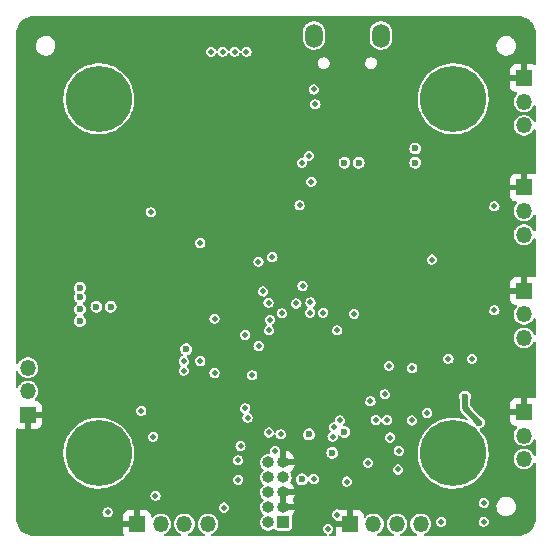
<source format=gbr>
%TF.GenerationSoftware,KiCad,Pcbnew,(6.0.1)*%
%TF.CreationDate,2022-04-08T14:53:01+03:00*%
%TF.ProjectId,fcb,6663622e-6b69-4636-9164-5f7063625858,0*%
%TF.SameCoordinates,Original*%
%TF.FileFunction,Copper,L2,Inr*%
%TF.FilePolarity,Positive*%
%FSLAX46Y46*%
G04 Gerber Fmt 4.6, Leading zero omitted, Abs format (unit mm)*
G04 Created by KiCad (PCBNEW (6.0.1)) date 2022-04-08 14:53:01*
%MOMM*%
%LPD*%
G01*
G04 APERTURE LIST*
%TA.AperFunction,ComponentPad*%
%ADD10O,1.350000X1.350000*%
%TD*%
%TA.AperFunction,ComponentPad*%
%ADD11R,1.350000X1.350000*%
%TD*%
%TA.AperFunction,ComponentPad*%
%ADD12C,0.600000*%
%TD*%
%TA.AperFunction,ComponentPad*%
%ADD13C,5.600000*%
%TD*%
%TA.AperFunction,ComponentPad*%
%ADD14O,1.500000X2.000000*%
%TD*%
%TA.AperFunction,ComponentPad*%
%ADD15O,1.000000X1.000000*%
%TD*%
%TA.AperFunction,ComponentPad*%
%ADD16R,1.000000X1.000000*%
%TD*%
%TA.AperFunction,ViaPad*%
%ADD17C,0.460000*%
%TD*%
%TA.AperFunction,ViaPad*%
%ADD18C,0.600000*%
%TD*%
%TA.AperFunction,Conductor*%
%ADD19C,0.500000*%
%TD*%
G04 APERTURE END LIST*
D10*
%TO.N,+5V*%
%TO.C,J9*%
X169000000Y-107250000D03*
%TO.N,/IO/AI_5V_1*%
X169000000Y-105250000D03*
D11*
%TO.N,GND*%
X169000000Y-103250000D03*
%TD*%
D10*
%TO.N,+3V3*%
%TO.C,J4*%
X160250000Y-123000000D03*
%TO.N,I2C1_SCL*%
X158250000Y-123000000D03*
%TO.N,I2C1_SDA*%
X156250000Y-123000000D03*
D11*
%TO.N,GND*%
X154250000Y-123000000D03*
%TD*%
D10*
%TO.N,+3V3*%
%TO.C,J11*%
X169000000Y-89250000D03*
%TO.N,AI_3V*%
X169000000Y-87250000D03*
D11*
%TO.N,GND*%
X169000000Y-85250000D03*
%TD*%
D12*
%TO.N,GND*%
%TO.C,U2*%
X140650000Y-92950000D03*
X141850000Y-95450000D03*
X140650000Y-96550000D03*
X140650000Y-94150000D03*
X141850000Y-96550000D03*
X141850000Y-94150000D03*
X141850000Y-92950000D03*
X140650000Y-95450000D03*
%TD*%
D10*
%TO.N,+3V3*%
%TO.C,J7*%
X127000000Y-109750000D03*
%TO.N,GPIO_PB13*%
X127000000Y-111750000D03*
D11*
%TO.N,GND*%
X127000000Y-113750000D03*
%TD*%
D10*
%TO.N,+3V3*%
%TO.C,J6*%
X169000000Y-117500000D03*
%TO.N,GPIO_PB9*%
X169000000Y-115500000D03*
D11*
%TO.N,GND*%
X169000000Y-113500000D03*
%TD*%
D13*
%TO.N,*%
%TO.C,H2*%
X163000000Y-87000000D03*
%TD*%
D10*
%TO.N,+5V*%
%TO.C,J10*%
X169000000Y-98500000D03*
%TO.N,/IO/AI_5V_2*%
X169000000Y-96500000D03*
D11*
%TO.N,GND*%
X169000000Y-94500000D03*
%TD*%
D13*
%TO.N,*%
%TO.C,H3*%
X133000000Y-117000000D03*
%TD*%
%TO.N,*%
%TO.C,H4*%
X163000000Y-117000000D03*
%TD*%
D14*
%TO.N,unconnected-(J5-Pad6)*%
%TO.C,J5*%
X151220000Y-81638500D03*
X156880000Y-81638500D03*
%TD*%
D10*
%TO.N,+3V3*%
%TO.C,J8*%
X142250000Y-123000000D03*
%TO.N,USART1_RX*%
X140250000Y-123000000D03*
%TO.N,USART1_TX*%
X138250000Y-123000000D03*
D11*
%TO.N,GND*%
X136250000Y-123000000D03*
%TD*%
D15*
%TO.N,Net-(J2-Pad10)*%
%TO.C,J2*%
X147355000Y-117770000D03*
%TO.N,GND*%
X148625000Y-117770000D03*
%TO.N,unconnected-(J2-Pad8)*%
X147355000Y-119040000D03*
%TO.N,unconnected-(J2-Pad7)*%
X148625000Y-119040000D03*
%TO.N,Net-(J2-Pad6)*%
X147355000Y-120310000D03*
%TO.N,GND*%
X148625000Y-120310000D03*
%TO.N,Net-(J2-Pad4)*%
X147355000Y-121580000D03*
%TO.N,GND*%
X148625000Y-121580000D03*
%TO.N,Net-(J2-Pad2)*%
X147355000Y-122850000D03*
D16*
%TO.N,+3V3*%
X148625000Y-122850000D03*
%TD*%
D13*
%TO.N,*%
%TO.C,H1*%
X133000000Y-87000000D03*
%TD*%
D17*
%TO.N,+3V3*%
X157400000Y-114200000D03*
X150250000Y-102829500D03*
D18*
X134000000Y-104600000D03*
D17*
X147370500Y-104250000D03*
X154000000Y-119400000D03*
D18*
X153800000Y-92400000D03*
D17*
X165600000Y-121200000D03*
X165600000Y-122800000D03*
X159500000Y-114225000D03*
D18*
X131400000Y-103000000D03*
X131400000Y-104800000D03*
X140400000Y-108200000D03*
D17*
X137600000Y-115600000D03*
X153200000Y-106600000D03*
X133745003Y-122004500D03*
D18*
X164000000Y-112200000D03*
X165200000Y-114400000D03*
D17*
X155800000Y-117800000D03*
D18*
X159800000Y-92400000D03*
X131400000Y-103800000D03*
X132800000Y-104600000D03*
X150200000Y-119200000D03*
X150800000Y-115400000D03*
X131400000Y-105800000D03*
D17*
X136600000Y-113400000D03*
X137800000Y-120600000D03*
D18*
X153800000Y-115200000D03*
X159800000Y-91200000D03*
D17*
X157203020Y-112012249D03*
D18*
X155000000Y-92400000D03*
D17*
X146000000Y-110400000D03*
D18*
X152779031Y-116973147D03*
D17*
%TO.N,Net-(J2-Pad4)*%
X151200000Y-119179500D03*
%TO.N,Net-(J2-Pad6)*%
X143600000Y-121600000D03*
%TO.N,CPU_NRST*%
X152400000Y-123400000D03*
X154600000Y-105200000D03*
X144800000Y-119254500D03*
%TO.N,RAD_GPIO_0*%
X161200000Y-100600000D03*
%TO.N,RAD_CS_N*%
X159545500Y-109800000D03*
%TO.N,RAD_IRQ_N*%
X157571727Y-109589553D03*
%TO.N,AI_VBAT*%
X151000000Y-94000000D03*
X150800000Y-91800000D03*
%TO.N,AI_CRNT*%
X150000000Y-96000000D03*
X150200000Y-92400000D03*
%TO.N,Net-(J2-Pad10)*%
X144800000Y-117600000D03*
%TO.N,AI_3V*%
X150921587Y-104225635D03*
%TO.N,SPI1_SCK*%
X149729500Y-104320987D03*
X147700000Y-100400000D03*
%TO.N,SPI1_MISO*%
X146522373Y-100777627D03*
X148502247Y-105153933D03*
%TO.N,TIM3_CH3*%
X144500000Y-83000000D03*
X147500000Y-105700000D03*
%TO.N,TIM3_CH4*%
X147400000Y-106600000D03*
X145500000Y-83000000D03*
%TO.N,SPI2_SCK*%
X146529500Y-107925586D03*
X142800000Y-105600000D03*
%TO.N,IMU_INT1*%
X145400000Y-107000000D03*
X146900000Y-103300000D03*
%TO.N,GPIO_PB13*%
X141600000Y-109200000D03*
X140200000Y-109200000D03*
%TO.N,SPI2_MISO*%
X145400000Y-113200000D03*
X164600000Y-109000000D03*
%TO.N,SPI2_MOSI*%
X162600000Y-109000000D03*
X145593083Y-113993083D03*
%TO.N,SWO*%
X152800000Y-115600000D03*
X147923198Y-116823235D03*
%TO.N,TIM3_CH1*%
X152929500Y-114800000D03*
X142500000Y-83000000D03*
%TO.N,TIM3_CH2*%
X153411492Y-114211492D03*
X143500000Y-83000000D03*
%TO.N,I2C1_SDA*%
X157675000Y-115670500D03*
X156447463Y-114200000D03*
X162000000Y-122800000D03*
X158334904Y-118376329D03*
%TO.N,GPIO_PB8*%
X145000000Y-116400000D03*
X156000000Y-112600000D03*
%TO.N,GPIO_PB9*%
X160800000Y-113600000D03*
%TO.N,Net-(R16-Pad2)*%
X140200000Y-110000000D03*
X142800000Y-110200000D03*
%TO.N,BUZZER*%
X158400000Y-116800000D03*
X153167539Y-122189180D03*
%TO.N,AI_5V_3V_1*%
X152000000Y-105100000D03*
X166500000Y-104900000D03*
%TO.N,AI_5V_3V_2*%
X150900000Y-105100000D03*
X166500000Y-96100000D03*
%TO.N,GND*%
X155000000Y-119400000D03*
X159000000Y-104000000D03*
D18*
X134200000Y-107600000D03*
X134200000Y-106800000D03*
D17*
X155600000Y-116000000D03*
X151794669Y-108394669D03*
X158895500Y-107000000D03*
X158718561Y-112177789D03*
D18*
X141500489Y-83200000D03*
D17*
X160200000Y-120400000D03*
D18*
X148000000Y-102000000D03*
X142800000Y-86300480D03*
X141800000Y-90800000D03*
D17*
X141400000Y-118200000D03*
X158200000Y-117600000D03*
D18*
X134200000Y-106000000D03*
D17*
X152100000Y-82900000D03*
X131500000Y-82750000D03*
X152800000Y-82900000D03*
X142595500Y-101800000D03*
X150750000Y-113681981D03*
X130000000Y-100000000D03*
X130000000Y-99200000D03*
X158400000Y-114200000D03*
X130000000Y-100800000D03*
X145400000Y-102600000D03*
X147534009Y-110465991D03*
X153800000Y-98400000D03*
D18*
X140400000Y-86300480D03*
D17*
X143600000Y-110400000D03*
X159079500Y-101000000D03*
D18*
X140600000Y-83200000D03*
X141600000Y-86300480D03*
D17*
X129200000Y-122000000D03*
X153700000Y-110500000D03*
%TO.N,/VSENSE*%
X137400000Y-96600000D03*
X141600000Y-99195500D03*
%TO.N,USB_D-*%
X151340900Y-87459100D03*
X147400000Y-115245000D03*
%TO.N,USB_D+*%
X151200000Y-86200000D03*
X148400000Y-115400000D03*
%TD*%
D19*
%TO.N,+3V3*%
X164000000Y-112200000D02*
X164000000Y-113200000D01*
X164000000Y-113200000D02*
X165200000Y-114400000D01*
%TD*%
%TA.AperFunction,Conductor*%
%TO.N,GND*%
G36*
X168468620Y-80001179D02*
G01*
X168493829Y-80005104D01*
X168500826Y-80004189D01*
X168500830Y-80004189D01*
X168511322Y-80002817D01*
X168531220Y-80002233D01*
X168706410Y-80014763D01*
X168720391Y-80016773D01*
X168915683Y-80059256D01*
X168929236Y-80063236D01*
X169116492Y-80133079D01*
X169129332Y-80138942D01*
X169304758Y-80234732D01*
X169316629Y-80242361D01*
X169476619Y-80362129D01*
X169487294Y-80371378D01*
X169628622Y-80512706D01*
X169637871Y-80523381D01*
X169757639Y-80683371D01*
X169765268Y-80695242D01*
X169861058Y-80870668D01*
X169866921Y-80883508D01*
X169936764Y-81070764D01*
X169940744Y-81084317D01*
X169983227Y-81279609D01*
X169985237Y-81293590D01*
X169997290Y-81462112D01*
X169996364Y-81484400D01*
X169994896Y-81493829D01*
X169995811Y-81500827D01*
X169995811Y-81500828D01*
X169999164Y-81526469D01*
X170000000Y-81539305D01*
X170000000Y-84019973D01*
X169981093Y-84078164D01*
X169931593Y-84114128D01*
X169866249Y-84112673D01*
X169789290Y-84083823D01*
X169777298Y-84080971D01*
X169724991Y-84075289D01*
X169719657Y-84075000D01*
X169265680Y-84075000D01*
X169252995Y-84079122D01*
X169250000Y-84083243D01*
X169250000Y-85401000D01*
X169231093Y-85459191D01*
X169181593Y-85495155D01*
X169151000Y-85500000D01*
X167840680Y-85500000D01*
X167827995Y-85504122D01*
X167825000Y-85508243D01*
X167825000Y-85969657D01*
X167825289Y-85974991D01*
X167830971Y-86027298D01*
X167833822Y-86039287D01*
X167879443Y-86160982D01*
X167886143Y-86173219D01*
X167963581Y-86276545D01*
X167973455Y-86286419D01*
X168076781Y-86363857D01*
X168089018Y-86370557D01*
X168210713Y-86416178D01*
X168222702Y-86419029D01*
X168275009Y-86424711D01*
X168280343Y-86425000D01*
X168343541Y-86425000D01*
X168401732Y-86443907D01*
X168437696Y-86493407D01*
X168437696Y-86554593D01*
X168410945Y-86595788D01*
X168410950Y-86595793D01*
X168407478Y-86599649D01*
X168291277Y-86728703D01*
X168291273Y-86728708D01*
X168287805Y-86732560D01*
X168285210Y-86737055D01*
X168198380Y-86887447D01*
X168198378Y-86887452D01*
X168195786Y-86891941D01*
X168190425Y-86908441D01*
X168140517Y-87062039D01*
X168140516Y-87062044D01*
X168138915Y-87066971D01*
X168119678Y-87250000D01*
X168138915Y-87433029D01*
X168140516Y-87437956D01*
X168140517Y-87437961D01*
X168152064Y-87473497D01*
X168195786Y-87608059D01*
X168198378Y-87612548D01*
X168198380Y-87612553D01*
X168208774Y-87630555D01*
X168287805Y-87767440D01*
X168291273Y-87771292D01*
X168291277Y-87771297D01*
X168407480Y-87900354D01*
X168407484Y-87900358D01*
X168410950Y-87904207D01*
X168559839Y-88012381D01*
X168564571Y-88014488D01*
X168564573Y-88014489D01*
X168723226Y-88085126D01*
X168723229Y-88085127D01*
X168727966Y-88087236D01*
X168907981Y-88125500D01*
X169092019Y-88125500D01*
X169272034Y-88087236D01*
X169276771Y-88085127D01*
X169276774Y-88085126D01*
X169435427Y-88014489D01*
X169435429Y-88014488D01*
X169440161Y-88012381D01*
X169589050Y-87904207D01*
X169592516Y-87900358D01*
X169592520Y-87900354D01*
X169708723Y-87771297D01*
X169708727Y-87771292D01*
X169712195Y-87767440D01*
X169791226Y-87630555D01*
X169801620Y-87612553D01*
X169801622Y-87612548D01*
X169804214Y-87608059D01*
X169805816Y-87603128D01*
X169805819Y-87603122D01*
X169806846Y-87599961D01*
X169807829Y-87598608D01*
X169807930Y-87598381D01*
X169807978Y-87598403D01*
X169842810Y-87550462D01*
X169901001Y-87531555D01*
X169959192Y-87550463D01*
X169995155Y-87599964D01*
X170000000Y-87630555D01*
X170000000Y-88869445D01*
X169981093Y-88927636D01*
X169931593Y-88963600D01*
X169870407Y-88963600D01*
X169820907Y-88927636D01*
X169806846Y-88900039D01*
X169805819Y-88896878D01*
X169805816Y-88896871D01*
X169804214Y-88891941D01*
X169801622Y-88887452D01*
X169801620Y-88887447D01*
X169714790Y-88737055D01*
X169712195Y-88732560D01*
X169708727Y-88728708D01*
X169708723Y-88728703D01*
X169592520Y-88599646D01*
X169592516Y-88599642D01*
X169589050Y-88595793D01*
X169440161Y-88487619D01*
X169435429Y-88485512D01*
X169435427Y-88485511D01*
X169276774Y-88414874D01*
X169276771Y-88414873D01*
X169272034Y-88412764D01*
X169092019Y-88374500D01*
X168907981Y-88374500D01*
X168727966Y-88412764D01*
X168723229Y-88414873D01*
X168723226Y-88414874D01*
X168564573Y-88485511D01*
X168564571Y-88485512D01*
X168559839Y-88487619D01*
X168410950Y-88595793D01*
X168407484Y-88599642D01*
X168407480Y-88599646D01*
X168291277Y-88728703D01*
X168291273Y-88728708D01*
X168287805Y-88732560D01*
X168285210Y-88737055D01*
X168198380Y-88887447D01*
X168198378Y-88887452D01*
X168195786Y-88891941D01*
X168194184Y-88896872D01*
X168140517Y-89062039D01*
X168140516Y-89062044D01*
X168138915Y-89066971D01*
X168119678Y-89250000D01*
X168138915Y-89433029D01*
X168140516Y-89437956D01*
X168140517Y-89437961D01*
X168173376Y-89539090D01*
X168195786Y-89608059D01*
X168198378Y-89612548D01*
X168198380Y-89612553D01*
X168208774Y-89630555D01*
X168287805Y-89767440D01*
X168291273Y-89771292D01*
X168291277Y-89771297D01*
X168407480Y-89900354D01*
X168407484Y-89900358D01*
X168410950Y-89904207D01*
X168559839Y-90012381D01*
X168564571Y-90014488D01*
X168564573Y-90014489D01*
X168723226Y-90085126D01*
X168723229Y-90085127D01*
X168727966Y-90087236D01*
X168907981Y-90125500D01*
X169092019Y-90125500D01*
X169272034Y-90087236D01*
X169276771Y-90085127D01*
X169276774Y-90085126D01*
X169435427Y-90014489D01*
X169435429Y-90014488D01*
X169440161Y-90012381D01*
X169589050Y-89904207D01*
X169592516Y-89900358D01*
X169592520Y-89900354D01*
X169708723Y-89771297D01*
X169708727Y-89771292D01*
X169712195Y-89767440D01*
X169791226Y-89630555D01*
X169801620Y-89612553D01*
X169801622Y-89612548D01*
X169804214Y-89608059D01*
X169805816Y-89603128D01*
X169805819Y-89603122D01*
X169806846Y-89599961D01*
X169807829Y-89598608D01*
X169807930Y-89598381D01*
X169807978Y-89598403D01*
X169842810Y-89550462D01*
X169901001Y-89531555D01*
X169959192Y-89550463D01*
X169995155Y-89599964D01*
X170000000Y-89630555D01*
X170000000Y-93269973D01*
X169981093Y-93328164D01*
X169931593Y-93364128D01*
X169866249Y-93362673D01*
X169789290Y-93333823D01*
X169777298Y-93330971D01*
X169724991Y-93325289D01*
X169719657Y-93325000D01*
X169265680Y-93325000D01*
X169252995Y-93329122D01*
X169250000Y-93333243D01*
X169250000Y-94651000D01*
X169231093Y-94709191D01*
X169181593Y-94745155D01*
X169151000Y-94750000D01*
X167840680Y-94750000D01*
X167827995Y-94754122D01*
X167825000Y-94758243D01*
X167825000Y-95219657D01*
X167825289Y-95224991D01*
X167830971Y-95277298D01*
X167833822Y-95289287D01*
X167879443Y-95410982D01*
X167886143Y-95423219D01*
X167963581Y-95526545D01*
X167973455Y-95536419D01*
X168076781Y-95613857D01*
X168089018Y-95620557D01*
X168210713Y-95666178D01*
X168222702Y-95669029D01*
X168275009Y-95674711D01*
X168280343Y-95675000D01*
X168343541Y-95675000D01*
X168401732Y-95693907D01*
X168437696Y-95743407D01*
X168437696Y-95804593D01*
X168410945Y-95845788D01*
X168410950Y-95845793D01*
X168407478Y-95849649D01*
X168291277Y-95978703D01*
X168291273Y-95978708D01*
X168287805Y-95982560D01*
X168280804Y-95994686D01*
X168198380Y-96137447D01*
X168198378Y-96137452D01*
X168195786Y-96141941D01*
X168186732Y-96169807D01*
X168140517Y-96312039D01*
X168140516Y-96312044D01*
X168138915Y-96316971D01*
X168119678Y-96500000D01*
X168138915Y-96683029D01*
X168140516Y-96687956D01*
X168140517Y-96687961D01*
X168154902Y-96732232D01*
X168195786Y-96858059D01*
X168198378Y-96862548D01*
X168198380Y-96862553D01*
X168236976Y-96929402D01*
X168287805Y-97017440D01*
X168291273Y-97021292D01*
X168291277Y-97021297D01*
X168407480Y-97150354D01*
X168407484Y-97150358D01*
X168410950Y-97154207D01*
X168559839Y-97262381D01*
X168564571Y-97264488D01*
X168564573Y-97264489D01*
X168723226Y-97335126D01*
X168723229Y-97335127D01*
X168727966Y-97337236D01*
X168907981Y-97375500D01*
X169092019Y-97375500D01*
X169272034Y-97337236D01*
X169276771Y-97335127D01*
X169276774Y-97335126D01*
X169435427Y-97264489D01*
X169435429Y-97264488D01*
X169440161Y-97262381D01*
X169589050Y-97154207D01*
X169592516Y-97150358D01*
X169592520Y-97150354D01*
X169708723Y-97021297D01*
X169708727Y-97021292D01*
X169712195Y-97017440D01*
X169763024Y-96929402D01*
X169801620Y-96862553D01*
X169801622Y-96862548D01*
X169804214Y-96858059D01*
X169805816Y-96853128D01*
X169805819Y-96853122D01*
X169806846Y-96849961D01*
X169807829Y-96848608D01*
X169807930Y-96848381D01*
X169807978Y-96848403D01*
X169842810Y-96800462D01*
X169901001Y-96781555D01*
X169959192Y-96800463D01*
X169995155Y-96849964D01*
X170000000Y-96880555D01*
X170000000Y-98119445D01*
X169981093Y-98177636D01*
X169931593Y-98213600D01*
X169870407Y-98213600D01*
X169820907Y-98177636D01*
X169806846Y-98150039D01*
X169805819Y-98146878D01*
X169805816Y-98146871D01*
X169804214Y-98141941D01*
X169801622Y-98137452D01*
X169801620Y-98137447D01*
X169714790Y-97987055D01*
X169712195Y-97982560D01*
X169708727Y-97978708D01*
X169708723Y-97978703D01*
X169592520Y-97849646D01*
X169592516Y-97849642D01*
X169589050Y-97845793D01*
X169440161Y-97737619D01*
X169435429Y-97735512D01*
X169435427Y-97735511D01*
X169276774Y-97664874D01*
X169276771Y-97664873D01*
X169272034Y-97662764D01*
X169092019Y-97624500D01*
X168907981Y-97624500D01*
X168727966Y-97662764D01*
X168723229Y-97664873D01*
X168723226Y-97664874D01*
X168564573Y-97735511D01*
X168564571Y-97735512D01*
X168559839Y-97737619D01*
X168410950Y-97845793D01*
X168407484Y-97849642D01*
X168407480Y-97849646D01*
X168291277Y-97978703D01*
X168291273Y-97978708D01*
X168287805Y-97982560D01*
X168285210Y-97987055D01*
X168198380Y-98137447D01*
X168198378Y-98137452D01*
X168195786Y-98141941D01*
X168194184Y-98146872D01*
X168140517Y-98312039D01*
X168140516Y-98312044D01*
X168138915Y-98316971D01*
X168119678Y-98500000D01*
X168138915Y-98683029D01*
X168140516Y-98687956D01*
X168140517Y-98687961D01*
X168166320Y-98767372D01*
X168195786Y-98858059D01*
X168198378Y-98862548D01*
X168198380Y-98862553D01*
X168204469Y-98873099D01*
X168287805Y-99017440D01*
X168291273Y-99021292D01*
X168291277Y-99021297D01*
X168407480Y-99150354D01*
X168407484Y-99150358D01*
X168410950Y-99154207D01*
X168559839Y-99262381D01*
X168564571Y-99264488D01*
X168564573Y-99264489D01*
X168723226Y-99335126D01*
X168723229Y-99335127D01*
X168727966Y-99337236D01*
X168907981Y-99375500D01*
X169092019Y-99375500D01*
X169272034Y-99337236D01*
X169276771Y-99335127D01*
X169276774Y-99335126D01*
X169435427Y-99264489D01*
X169435429Y-99264488D01*
X169440161Y-99262381D01*
X169589050Y-99154207D01*
X169592516Y-99150358D01*
X169592520Y-99150354D01*
X169708723Y-99021297D01*
X169708727Y-99021292D01*
X169712195Y-99017440D01*
X169795531Y-98873099D01*
X169801620Y-98862553D01*
X169801622Y-98862548D01*
X169804214Y-98858059D01*
X169805816Y-98853128D01*
X169805819Y-98853122D01*
X169806846Y-98849961D01*
X169807829Y-98848608D01*
X169807930Y-98848381D01*
X169807978Y-98848403D01*
X169842810Y-98800462D01*
X169901001Y-98781555D01*
X169959192Y-98800463D01*
X169995155Y-98849964D01*
X170000000Y-98880555D01*
X170000000Y-102019973D01*
X169981093Y-102078164D01*
X169931593Y-102114128D01*
X169866249Y-102112673D01*
X169789290Y-102083823D01*
X169777298Y-102080971D01*
X169724991Y-102075289D01*
X169719657Y-102075000D01*
X169265680Y-102075000D01*
X169252995Y-102079122D01*
X169250000Y-102083243D01*
X169250000Y-103401000D01*
X169231093Y-103459191D01*
X169181593Y-103495155D01*
X169151000Y-103500000D01*
X167840680Y-103500000D01*
X167827995Y-103504122D01*
X167825000Y-103508243D01*
X167825000Y-103969657D01*
X167825289Y-103974991D01*
X167830971Y-104027298D01*
X167833822Y-104039287D01*
X167879443Y-104160982D01*
X167886143Y-104173219D01*
X167963581Y-104276545D01*
X167973455Y-104286419D01*
X168076781Y-104363857D01*
X168089018Y-104370557D01*
X168210713Y-104416178D01*
X168222702Y-104419029D01*
X168275009Y-104424711D01*
X168280343Y-104425000D01*
X168343541Y-104425000D01*
X168401732Y-104443907D01*
X168437696Y-104493407D01*
X168437696Y-104554593D01*
X168410945Y-104595788D01*
X168410950Y-104595793D01*
X168407478Y-104599649D01*
X168291277Y-104728703D01*
X168291273Y-104728708D01*
X168287805Y-104732560D01*
X168267102Y-104768418D01*
X168198380Y-104887447D01*
X168198378Y-104887452D01*
X168195786Y-104891941D01*
X168189964Y-104909860D01*
X168140517Y-105062039D01*
X168140516Y-105062044D01*
X168138915Y-105066971D01*
X168119678Y-105250000D01*
X168138915Y-105433029D01*
X168140516Y-105437956D01*
X168140517Y-105437961D01*
X168170898Y-105531463D01*
X168195786Y-105608059D01*
X168198378Y-105612548D01*
X168198380Y-105612553D01*
X168251077Y-105703825D01*
X168287805Y-105767440D01*
X168291273Y-105771292D01*
X168291277Y-105771297D01*
X168407480Y-105900354D01*
X168407484Y-105900358D01*
X168410950Y-105904207D01*
X168559839Y-106012381D01*
X168564571Y-106014488D01*
X168564573Y-106014489D01*
X168723226Y-106085126D01*
X168723229Y-106085127D01*
X168727966Y-106087236D01*
X168907981Y-106125500D01*
X169092019Y-106125500D01*
X169272034Y-106087236D01*
X169276771Y-106085127D01*
X169276774Y-106085126D01*
X169435427Y-106014489D01*
X169435429Y-106014488D01*
X169440161Y-106012381D01*
X169589050Y-105904207D01*
X169592516Y-105900358D01*
X169592520Y-105900354D01*
X169708723Y-105771297D01*
X169708727Y-105771292D01*
X169712195Y-105767440D01*
X169748923Y-105703825D01*
X169801620Y-105612553D01*
X169801622Y-105612548D01*
X169804214Y-105608059D01*
X169805816Y-105603128D01*
X169805819Y-105603122D01*
X169806846Y-105599961D01*
X169807829Y-105598608D01*
X169807930Y-105598381D01*
X169807978Y-105598403D01*
X169842810Y-105550462D01*
X169901001Y-105531555D01*
X169959192Y-105550463D01*
X169995155Y-105599964D01*
X170000000Y-105630555D01*
X170000000Y-106869445D01*
X169981093Y-106927636D01*
X169931593Y-106963600D01*
X169870407Y-106963600D01*
X169820907Y-106927636D01*
X169806846Y-106900039D01*
X169805819Y-106896878D01*
X169805816Y-106896871D01*
X169804214Y-106891941D01*
X169801622Y-106887452D01*
X169801620Y-106887447D01*
X169725686Y-106755927D01*
X169712195Y-106732560D01*
X169708727Y-106728708D01*
X169708723Y-106728703D01*
X169592520Y-106599646D01*
X169592516Y-106599642D01*
X169589050Y-106595793D01*
X169440161Y-106487619D01*
X169435429Y-106485512D01*
X169435427Y-106485511D01*
X169276774Y-106414874D01*
X169276771Y-106414873D01*
X169272034Y-106412764D01*
X169092019Y-106374500D01*
X168907981Y-106374500D01*
X168727966Y-106412764D01*
X168723229Y-106414873D01*
X168723226Y-106414874D01*
X168564573Y-106485511D01*
X168564571Y-106485512D01*
X168559839Y-106487619D01*
X168410950Y-106595793D01*
X168407484Y-106599642D01*
X168407480Y-106599646D01*
X168291277Y-106728703D01*
X168291273Y-106728708D01*
X168287805Y-106732560D01*
X168274314Y-106755927D01*
X168198380Y-106887447D01*
X168198378Y-106887452D01*
X168195786Y-106891941D01*
X168194184Y-106896872D01*
X168140517Y-107062039D01*
X168140516Y-107062044D01*
X168138915Y-107066971D01*
X168119678Y-107250000D01*
X168138915Y-107433029D01*
X168140516Y-107437956D01*
X168140517Y-107437961D01*
X168159178Y-107495393D01*
X168195786Y-107608059D01*
X168198378Y-107612548D01*
X168198380Y-107612553D01*
X168208774Y-107630555D01*
X168287805Y-107767440D01*
X168291273Y-107771292D01*
X168291277Y-107771297D01*
X168407480Y-107900354D01*
X168407484Y-107900358D01*
X168410950Y-107904207D01*
X168559839Y-108012381D01*
X168564571Y-108014488D01*
X168564573Y-108014489D01*
X168723226Y-108085126D01*
X168723229Y-108085127D01*
X168727966Y-108087236D01*
X168907981Y-108125500D01*
X169092019Y-108125500D01*
X169272034Y-108087236D01*
X169276771Y-108085127D01*
X169276774Y-108085126D01*
X169435427Y-108014489D01*
X169435429Y-108014488D01*
X169440161Y-108012381D01*
X169589050Y-107904207D01*
X169592516Y-107900358D01*
X169592520Y-107900354D01*
X169708723Y-107771297D01*
X169708727Y-107771292D01*
X169712195Y-107767440D01*
X169791226Y-107630555D01*
X169801620Y-107612553D01*
X169801622Y-107612548D01*
X169804214Y-107608059D01*
X169805816Y-107603128D01*
X169805819Y-107603122D01*
X169806846Y-107599961D01*
X169807829Y-107598608D01*
X169807930Y-107598381D01*
X169807978Y-107598403D01*
X169842810Y-107550462D01*
X169901001Y-107531555D01*
X169959192Y-107550463D01*
X169995155Y-107599964D01*
X170000000Y-107630555D01*
X170000000Y-112269973D01*
X169981093Y-112328164D01*
X169931593Y-112364128D01*
X169866249Y-112362673D01*
X169789290Y-112333823D01*
X169777298Y-112330971D01*
X169724991Y-112325289D01*
X169719657Y-112325000D01*
X169265680Y-112325000D01*
X169252995Y-112329122D01*
X169250000Y-112333243D01*
X169250000Y-113651000D01*
X169231093Y-113709191D01*
X169181593Y-113745155D01*
X169151000Y-113750000D01*
X167840680Y-113750000D01*
X167827995Y-113754122D01*
X167825000Y-113758243D01*
X167825000Y-114219657D01*
X167825289Y-114224991D01*
X167830971Y-114277298D01*
X167833822Y-114289287D01*
X167879443Y-114410982D01*
X167886143Y-114423219D01*
X167963581Y-114526545D01*
X167973455Y-114536419D01*
X168076781Y-114613857D01*
X168089018Y-114620557D01*
X168210713Y-114666178D01*
X168222702Y-114669029D01*
X168275009Y-114674711D01*
X168280343Y-114675000D01*
X168343541Y-114675000D01*
X168401732Y-114693907D01*
X168437696Y-114743407D01*
X168437696Y-114804593D01*
X168410945Y-114845788D01*
X168410950Y-114845793D01*
X168407478Y-114849649D01*
X168291277Y-114978703D01*
X168291273Y-114978708D01*
X168287805Y-114982560D01*
X168285210Y-114987055D01*
X168198380Y-115137447D01*
X168198378Y-115137452D01*
X168195786Y-115141941D01*
X168186849Y-115169447D01*
X168140517Y-115312039D01*
X168140516Y-115312044D01*
X168138915Y-115316971D01*
X168119678Y-115500000D01*
X168138915Y-115683029D01*
X168140516Y-115687956D01*
X168140517Y-115687961D01*
X168175550Y-115795778D01*
X168195786Y-115858059D01*
X168198378Y-115862548D01*
X168198380Y-115862553D01*
X168236976Y-115929402D01*
X168287805Y-116017440D01*
X168291273Y-116021292D01*
X168291277Y-116021297D01*
X168407480Y-116150354D01*
X168407484Y-116150358D01*
X168410950Y-116154207D01*
X168559839Y-116262381D01*
X168564571Y-116264488D01*
X168564573Y-116264489D01*
X168723226Y-116335126D01*
X168723229Y-116335127D01*
X168727966Y-116337236D01*
X168733039Y-116338314D01*
X168733038Y-116338314D01*
X168890913Y-116371872D01*
X168907981Y-116375500D01*
X169092019Y-116375500D01*
X169109088Y-116371872D01*
X169266962Y-116338314D01*
X169266961Y-116338314D01*
X169272034Y-116337236D01*
X169276771Y-116335127D01*
X169276774Y-116335126D01*
X169435427Y-116264489D01*
X169435429Y-116264488D01*
X169440161Y-116262381D01*
X169589050Y-116154207D01*
X169592516Y-116150358D01*
X169592520Y-116150354D01*
X169708723Y-116021297D01*
X169708727Y-116021292D01*
X169712195Y-116017440D01*
X169763024Y-115929402D01*
X169801620Y-115862553D01*
X169801622Y-115862548D01*
X169804214Y-115858059D01*
X169805816Y-115853128D01*
X169805819Y-115853122D01*
X169806846Y-115849961D01*
X169807829Y-115848608D01*
X169807930Y-115848381D01*
X169807978Y-115848403D01*
X169842810Y-115800462D01*
X169901001Y-115781555D01*
X169959192Y-115800463D01*
X169995155Y-115849964D01*
X170000000Y-115880555D01*
X170000000Y-117119445D01*
X169981093Y-117177636D01*
X169931593Y-117213600D01*
X169870407Y-117213600D01*
X169820907Y-117177636D01*
X169806846Y-117150039D01*
X169805819Y-117146878D01*
X169805816Y-117146871D01*
X169804214Y-117141941D01*
X169801622Y-117137452D01*
X169801620Y-117137447D01*
X169720989Y-116997792D01*
X169712195Y-116982560D01*
X169708727Y-116978708D01*
X169708723Y-116978703D01*
X169592520Y-116849646D01*
X169592516Y-116849642D01*
X169589050Y-116845793D01*
X169440161Y-116737619D01*
X169435429Y-116735512D01*
X169435427Y-116735511D01*
X169276774Y-116664874D01*
X169276771Y-116664873D01*
X169272034Y-116662764D01*
X169092019Y-116624500D01*
X168907981Y-116624500D01*
X168727966Y-116662764D01*
X168723229Y-116664873D01*
X168723226Y-116664874D01*
X168564573Y-116735511D01*
X168564571Y-116735512D01*
X168559839Y-116737619D01*
X168410950Y-116845793D01*
X168407484Y-116849642D01*
X168407480Y-116849646D01*
X168291277Y-116978703D01*
X168291273Y-116978708D01*
X168287805Y-116982560D01*
X168279011Y-116997792D01*
X168198380Y-117137447D01*
X168198378Y-117137452D01*
X168195786Y-117141941D01*
X168186732Y-117169807D01*
X168140517Y-117312039D01*
X168140516Y-117312044D01*
X168138915Y-117316971D01*
X168119678Y-117500000D01*
X168138915Y-117683029D01*
X168140516Y-117687956D01*
X168140517Y-117687961D01*
X168154902Y-117732232D01*
X168195786Y-117858059D01*
X168198378Y-117862548D01*
X168198380Y-117862553D01*
X168246252Y-117945469D01*
X168287805Y-118017440D01*
X168291273Y-118021292D01*
X168291277Y-118021297D01*
X168407480Y-118150354D01*
X168407484Y-118150358D01*
X168410950Y-118154207D01*
X168559839Y-118262381D01*
X168564571Y-118264488D01*
X168564573Y-118264489D01*
X168723226Y-118335126D01*
X168723229Y-118335127D01*
X168727966Y-118337236D01*
X168764525Y-118345007D01*
X168894051Y-118372539D01*
X168907981Y-118375500D01*
X169092019Y-118375500D01*
X169105950Y-118372539D01*
X169235475Y-118345007D01*
X169272034Y-118337236D01*
X169276771Y-118335127D01*
X169276774Y-118335126D01*
X169435427Y-118264489D01*
X169435429Y-118264488D01*
X169440161Y-118262381D01*
X169589050Y-118154207D01*
X169592516Y-118150358D01*
X169592520Y-118150354D01*
X169708723Y-118021297D01*
X169708727Y-118021292D01*
X169712195Y-118017440D01*
X169753748Y-117945469D01*
X169801620Y-117862553D01*
X169801622Y-117862548D01*
X169804214Y-117858059D01*
X169805816Y-117853128D01*
X169805819Y-117853122D01*
X169806846Y-117849961D01*
X169807829Y-117848608D01*
X169807930Y-117848381D01*
X169807978Y-117848403D01*
X169842810Y-117800462D01*
X169901001Y-117781555D01*
X169959192Y-117800463D01*
X169995155Y-117849964D01*
X170000000Y-117880555D01*
X170000000Y-122453389D01*
X169998821Y-122468619D01*
X169994896Y-122493829D01*
X169995811Y-122500826D01*
X169995811Y-122500830D01*
X169997183Y-122511322D01*
X169997767Y-122531220D01*
X169985237Y-122706410D01*
X169983227Y-122720391D01*
X169940744Y-122915683D01*
X169936764Y-122929236D01*
X169866921Y-123116492D01*
X169861058Y-123129332D01*
X169765268Y-123304758D01*
X169757641Y-123316626D01*
X169687273Y-123410626D01*
X169637871Y-123476619D01*
X169628622Y-123487294D01*
X169487294Y-123628622D01*
X169476619Y-123637871D01*
X169356039Y-123728137D01*
X169316629Y-123757639D01*
X169304758Y-123765268D01*
X169129332Y-123861058D01*
X169116492Y-123866921D01*
X168929236Y-123936764D01*
X168915683Y-123940744D01*
X168720391Y-123983227D01*
X168706410Y-123985237D01*
X168537888Y-123997290D01*
X168515600Y-123996364D01*
X168506171Y-123994896D01*
X168499173Y-123995811D01*
X168499172Y-123995811D01*
X168473531Y-123999164D01*
X168460695Y-124000000D01*
X160622218Y-124000000D01*
X160564027Y-123981093D01*
X160528063Y-123931593D01*
X160528063Y-123870407D01*
X160564027Y-123820907D01*
X160581951Y-123810559D01*
X160593346Y-123805486D01*
X160656657Y-123777298D01*
X160685427Y-123764489D01*
X160685429Y-123764488D01*
X160690161Y-123762381D01*
X160839050Y-123654207D01*
X160842516Y-123650358D01*
X160842520Y-123650354D01*
X160958723Y-123521297D01*
X160958727Y-123521292D01*
X160962195Y-123517440D01*
X160985843Y-123476480D01*
X161051620Y-123362553D01*
X161051622Y-123362548D01*
X161054214Y-123358059D01*
X161080250Y-123277930D01*
X161109483Y-123187961D01*
X161109484Y-123187956D01*
X161111085Y-123183029D01*
X161130322Y-123000000D01*
X161111085Y-122816971D01*
X161109484Y-122812044D01*
X161109483Y-122812039D01*
X161103845Y-122794686D01*
X161565105Y-122794686D01*
X161566020Y-122801683D01*
X161566020Y-122801684D01*
X161572149Y-122848548D01*
X161581095Y-122916960D01*
X161630759Y-123029832D01*
X161635296Y-123035230D01*
X161635297Y-123035231D01*
X161646400Y-123048439D01*
X161710107Y-123124228D01*
X161715978Y-123128136D01*
X161715979Y-123128137D01*
X161743883Y-123146711D01*
X161812759Y-123192559D01*
X161819486Y-123194661D01*
X161819489Y-123194662D01*
X161923731Y-123227229D01*
X161923732Y-123227229D01*
X161930463Y-123229332D01*
X161993832Y-123230494D01*
X162046705Y-123231463D01*
X162046707Y-123231463D01*
X162053758Y-123231592D01*
X162172730Y-123199156D01*
X162277817Y-123134633D01*
X162294238Y-123116492D01*
X162329442Y-123077599D01*
X162360571Y-123043208D01*
X162414338Y-122932232D01*
X162434797Y-122810626D01*
X162434927Y-122800000D01*
X162434166Y-122794686D01*
X165165105Y-122794686D01*
X165166020Y-122801683D01*
X165166020Y-122801684D01*
X165172149Y-122848548D01*
X165181095Y-122916960D01*
X165230759Y-123029832D01*
X165235296Y-123035230D01*
X165235297Y-123035231D01*
X165246400Y-123048439D01*
X165310107Y-123124228D01*
X165315978Y-123128136D01*
X165315979Y-123128137D01*
X165343883Y-123146711D01*
X165412759Y-123192559D01*
X165419486Y-123194661D01*
X165419489Y-123194662D01*
X165523731Y-123227229D01*
X165523732Y-123227229D01*
X165530463Y-123229332D01*
X165593832Y-123230494D01*
X165646705Y-123231463D01*
X165646707Y-123231463D01*
X165653758Y-123231592D01*
X165772730Y-123199156D01*
X165877817Y-123134633D01*
X165894238Y-123116492D01*
X165929442Y-123077599D01*
X165960571Y-123043208D01*
X166014338Y-122932232D01*
X166034797Y-122810626D01*
X166034927Y-122800000D01*
X166017445Y-122677930D01*
X165966405Y-122565674D01*
X165909817Y-122500000D01*
X165890515Y-122477599D01*
X165890514Y-122477598D01*
X165885910Y-122472255D01*
X165782431Y-122405183D01*
X165775673Y-122403162D01*
X165775671Y-122403161D01*
X165671047Y-122371872D01*
X165664286Y-122369850D01*
X165589287Y-122369392D01*
X165548025Y-122369140D01*
X165540974Y-122369097D01*
X165534197Y-122371034D01*
X165534196Y-122371034D01*
X165432962Y-122399967D01*
X165422406Y-122402984D01*
X165318115Y-122468786D01*
X165313444Y-122474075D01*
X165257087Y-122537888D01*
X165236485Y-122561215D01*
X165184077Y-122672840D01*
X165165105Y-122794686D01*
X162434166Y-122794686D01*
X162417445Y-122677930D01*
X162366405Y-122565674D01*
X162309817Y-122500000D01*
X162290515Y-122477599D01*
X162290514Y-122477598D01*
X162285910Y-122472255D01*
X162182431Y-122405183D01*
X162175673Y-122403162D01*
X162175671Y-122403161D01*
X162071047Y-122371872D01*
X162064286Y-122369850D01*
X161989287Y-122369392D01*
X161948025Y-122369140D01*
X161940974Y-122369097D01*
X161934197Y-122371034D01*
X161934196Y-122371034D01*
X161832962Y-122399967D01*
X161822406Y-122402984D01*
X161718115Y-122468786D01*
X161713444Y-122474075D01*
X161657087Y-122537888D01*
X161636485Y-122561215D01*
X161584077Y-122672840D01*
X161565105Y-122794686D01*
X161103845Y-122794686D01*
X161055816Y-122646872D01*
X161054214Y-122641941D01*
X161051622Y-122637452D01*
X161051620Y-122637447D01*
X160964790Y-122487055D01*
X160962195Y-122482560D01*
X160958727Y-122478708D01*
X160958723Y-122478703D01*
X160842520Y-122349646D01*
X160842516Y-122349642D01*
X160839050Y-122345793D01*
X160690161Y-122237619D01*
X160685429Y-122235512D01*
X160685427Y-122235511D01*
X160526774Y-122164874D01*
X160526771Y-122164873D01*
X160522034Y-122162764D01*
X160342019Y-122124500D01*
X160157981Y-122124500D01*
X159977966Y-122162764D01*
X159973229Y-122164873D01*
X159973226Y-122164874D01*
X159814573Y-122235511D01*
X159814571Y-122235512D01*
X159809839Y-122237619D01*
X159660950Y-122345793D01*
X159657484Y-122349642D01*
X159657480Y-122349646D01*
X159541277Y-122478703D01*
X159541273Y-122478708D01*
X159537805Y-122482560D01*
X159535210Y-122487055D01*
X159448380Y-122637447D01*
X159448378Y-122637452D01*
X159445786Y-122641941D01*
X159444184Y-122646872D01*
X159390517Y-122812039D01*
X159390516Y-122812044D01*
X159388915Y-122816971D01*
X159369678Y-123000000D01*
X159388915Y-123183029D01*
X159390516Y-123187956D01*
X159390517Y-123187961D01*
X159419750Y-123277930D01*
X159445786Y-123358059D01*
X159448378Y-123362548D01*
X159448380Y-123362553D01*
X159514157Y-123476480D01*
X159537805Y-123517440D01*
X159541273Y-123521292D01*
X159541277Y-123521297D01*
X159657480Y-123650354D01*
X159657484Y-123650358D01*
X159660950Y-123654207D01*
X159809839Y-123762381D01*
X159814571Y-123764488D01*
X159814573Y-123764489D01*
X159843343Y-123777298D01*
X159906655Y-123805486D01*
X159918049Y-123810559D01*
X159963518Y-123851500D01*
X159976240Y-123911348D01*
X159951353Y-123967244D01*
X159898365Y-123997837D01*
X159877782Y-124000000D01*
X158622218Y-124000000D01*
X158564027Y-123981093D01*
X158528063Y-123931593D01*
X158528063Y-123870407D01*
X158564027Y-123820907D01*
X158581951Y-123810559D01*
X158593346Y-123805486D01*
X158656657Y-123777298D01*
X158685427Y-123764489D01*
X158685429Y-123764488D01*
X158690161Y-123762381D01*
X158839050Y-123654207D01*
X158842516Y-123650358D01*
X158842520Y-123650354D01*
X158958723Y-123521297D01*
X158958727Y-123521292D01*
X158962195Y-123517440D01*
X158985843Y-123476480D01*
X159051620Y-123362553D01*
X159051622Y-123362548D01*
X159054214Y-123358059D01*
X159080250Y-123277930D01*
X159109483Y-123187961D01*
X159109484Y-123187956D01*
X159111085Y-123183029D01*
X159130322Y-123000000D01*
X159111085Y-122816971D01*
X159109484Y-122812044D01*
X159109483Y-122812039D01*
X159055816Y-122646872D01*
X159054214Y-122641941D01*
X159051622Y-122637452D01*
X159051620Y-122637447D01*
X158964790Y-122487055D01*
X158962195Y-122482560D01*
X158958727Y-122478708D01*
X158958723Y-122478703D01*
X158842520Y-122349646D01*
X158842516Y-122349642D01*
X158839050Y-122345793D01*
X158690161Y-122237619D01*
X158685429Y-122235512D01*
X158685427Y-122235511D01*
X158526774Y-122164874D01*
X158526771Y-122164873D01*
X158522034Y-122162764D01*
X158342019Y-122124500D01*
X158157981Y-122124500D01*
X157977966Y-122162764D01*
X157973229Y-122164873D01*
X157973226Y-122164874D01*
X157814573Y-122235511D01*
X157814571Y-122235512D01*
X157809839Y-122237619D01*
X157660950Y-122345793D01*
X157657484Y-122349642D01*
X157657480Y-122349646D01*
X157541277Y-122478703D01*
X157541273Y-122478708D01*
X157537805Y-122482560D01*
X157535210Y-122487055D01*
X157448380Y-122637447D01*
X157448378Y-122637452D01*
X157445786Y-122641941D01*
X157444184Y-122646872D01*
X157390517Y-122812039D01*
X157390516Y-122812044D01*
X157388915Y-122816971D01*
X157369678Y-123000000D01*
X157388915Y-123183029D01*
X157390516Y-123187956D01*
X157390517Y-123187961D01*
X157419750Y-123277930D01*
X157445786Y-123358059D01*
X157448378Y-123362548D01*
X157448380Y-123362553D01*
X157514157Y-123476480D01*
X157537805Y-123517440D01*
X157541273Y-123521292D01*
X157541277Y-123521297D01*
X157657480Y-123650354D01*
X157657484Y-123650358D01*
X157660950Y-123654207D01*
X157809839Y-123762381D01*
X157814571Y-123764488D01*
X157814573Y-123764489D01*
X157843343Y-123777298D01*
X157906655Y-123805486D01*
X157918049Y-123810559D01*
X157963518Y-123851500D01*
X157976240Y-123911348D01*
X157951353Y-123967244D01*
X157898365Y-123997837D01*
X157877782Y-124000000D01*
X156622218Y-124000000D01*
X156564027Y-123981093D01*
X156528063Y-123931593D01*
X156528063Y-123870407D01*
X156564027Y-123820907D01*
X156581951Y-123810559D01*
X156593346Y-123805486D01*
X156656657Y-123777298D01*
X156685427Y-123764489D01*
X156685429Y-123764488D01*
X156690161Y-123762381D01*
X156839050Y-123654207D01*
X156842516Y-123650358D01*
X156842520Y-123650354D01*
X156958723Y-123521297D01*
X156958727Y-123521292D01*
X156962195Y-123517440D01*
X156985843Y-123476480D01*
X157051620Y-123362553D01*
X157051622Y-123362548D01*
X157054214Y-123358059D01*
X157080250Y-123277930D01*
X157109483Y-123187961D01*
X157109484Y-123187956D01*
X157111085Y-123183029D01*
X157130322Y-123000000D01*
X157111085Y-122816971D01*
X157109484Y-122812044D01*
X157109483Y-122812039D01*
X157055816Y-122646872D01*
X157054214Y-122641941D01*
X157051622Y-122637452D01*
X157051620Y-122637447D01*
X156964790Y-122487055D01*
X156962195Y-122482560D01*
X156958727Y-122478708D01*
X156958723Y-122478703D01*
X156842520Y-122349646D01*
X156842516Y-122349642D01*
X156839050Y-122345793D01*
X156690161Y-122237619D01*
X156685429Y-122235512D01*
X156685427Y-122235511D01*
X156526774Y-122164874D01*
X156526771Y-122164873D01*
X156522034Y-122162764D01*
X156342019Y-122124500D01*
X156157981Y-122124500D01*
X155977966Y-122162764D01*
X155973229Y-122164873D01*
X155973226Y-122164874D01*
X155814573Y-122235511D01*
X155814571Y-122235512D01*
X155809839Y-122237619D01*
X155660950Y-122345793D01*
X155597570Y-122416184D01*
X155544584Y-122446776D01*
X155483733Y-122440380D01*
X155438264Y-122399439D01*
X155425000Y-122349939D01*
X155425000Y-122280343D01*
X155424711Y-122275009D01*
X155419029Y-122222702D01*
X155416178Y-122210713D01*
X155370557Y-122089018D01*
X155363857Y-122076781D01*
X155286419Y-121973455D01*
X155276545Y-121963581D01*
X155173219Y-121886143D01*
X155160982Y-121879443D01*
X155039287Y-121833822D01*
X155027298Y-121830971D01*
X154974991Y-121825289D01*
X154969657Y-121825000D01*
X154515680Y-121825000D01*
X154502995Y-121829122D01*
X154500000Y-121833243D01*
X154500000Y-123151000D01*
X154481093Y-123209191D01*
X154431593Y-123245155D01*
X154401000Y-123250000D01*
X153090680Y-123250000D01*
X153077995Y-123254122D01*
X153075000Y-123258243D01*
X153075000Y-123719657D01*
X153075289Y-123724991D01*
X153080971Y-123777298D01*
X153083823Y-123789290D01*
X153112673Y-123866249D01*
X153115395Y-123927373D01*
X153081670Y-123978424D01*
X153019973Y-124000000D01*
X152575552Y-124000000D01*
X152517361Y-123981093D01*
X152481397Y-123931593D01*
X152481397Y-123870407D01*
X152517361Y-123820907D01*
X152549512Y-123805486D01*
X152572730Y-123799156D01*
X152677817Y-123734633D01*
X152760571Y-123643208D01*
X152814338Y-123532232D01*
X152817193Y-123515262D01*
X152834163Y-123414397D01*
X152834163Y-123414391D01*
X152834797Y-123410626D01*
X152834927Y-123400000D01*
X152817445Y-123277930D01*
X152782471Y-123201010D01*
X152769326Y-123172098D01*
X152769325Y-123172097D01*
X152766405Y-123165674D01*
X152685910Y-123072255D01*
X152582431Y-123005183D01*
X152575673Y-123003162D01*
X152575671Y-123003161D01*
X152471047Y-122971872D01*
X152464286Y-122969850D01*
X152389287Y-122969392D01*
X152348025Y-122969140D01*
X152340974Y-122969097D01*
X152334197Y-122971034D01*
X152334196Y-122971034D01*
X152229190Y-123001045D01*
X152222406Y-123002984D01*
X152118115Y-123068786D01*
X152113444Y-123074075D01*
X152045507Y-123151000D01*
X152036485Y-123161215D01*
X151984077Y-123272840D01*
X151965105Y-123394686D01*
X151966020Y-123401683D01*
X151966020Y-123401684D01*
X151979872Y-123507606D01*
X151981095Y-123516960D01*
X152030759Y-123629832D01*
X152035296Y-123635230D01*
X152035297Y-123635231D01*
X152048013Y-123650358D01*
X152110107Y-123724228D01*
X152115978Y-123728136D01*
X152115979Y-123728137D01*
X152143883Y-123746711D01*
X152212759Y-123792559D01*
X152219486Y-123794661D01*
X152219489Y-123794662D01*
X152257395Y-123806504D01*
X152307300Y-123841904D01*
X152326867Y-123899876D01*
X152308621Y-123958278D01*
X152259532Y-123994801D01*
X152227873Y-124000000D01*
X142622218Y-124000000D01*
X142564027Y-123981093D01*
X142528063Y-123931593D01*
X142528063Y-123870407D01*
X142564027Y-123820907D01*
X142581951Y-123810559D01*
X142593346Y-123805486D01*
X142656657Y-123777298D01*
X142685427Y-123764489D01*
X142685429Y-123764488D01*
X142690161Y-123762381D01*
X142839050Y-123654207D01*
X142842516Y-123650358D01*
X142842520Y-123650354D01*
X142958723Y-123521297D01*
X142958727Y-123521292D01*
X142962195Y-123517440D01*
X142985843Y-123476480D01*
X143051620Y-123362553D01*
X143051622Y-123362548D01*
X143054214Y-123358059D01*
X143080250Y-123277930D01*
X143109483Y-123187961D01*
X143109484Y-123187956D01*
X143111085Y-123183029D01*
X143130322Y-123000000D01*
X143113780Y-122842611D01*
X146649394Y-122842611D01*
X146650049Y-122848544D01*
X146650049Y-122848548D01*
X146667339Y-123005157D01*
X146667999Y-123011135D01*
X146726266Y-123170356D01*
X146729591Y-123175305D01*
X146729592Y-123175306D01*
X146741186Y-123192559D01*
X146820830Y-123311083D01*
X146946233Y-123425191D01*
X147095235Y-123506092D01*
X147138491Y-123517440D01*
X147253464Y-123547603D01*
X147253468Y-123547604D01*
X147259233Y-123549116D01*
X147265194Y-123549210D01*
X147265197Y-123549210D01*
X147343996Y-123550447D01*
X147428760Y-123551779D01*
X147434575Y-123550447D01*
X147434577Y-123550447D01*
X147588206Y-123515262D01*
X147588209Y-123515261D01*
X147594029Y-123513928D01*
X147609610Y-123506092D01*
X147740165Y-123440429D01*
X147745498Y-123437747D01*
X147750035Y-123433872D01*
X147750038Y-123433870D01*
X147787133Y-123402187D01*
X147843661Y-123378772D01*
X147903156Y-123393055D01*
X147934267Y-123429478D01*
X147936133Y-123428231D01*
X147980448Y-123494552D01*
X148046769Y-123538867D01*
X148056332Y-123540769D01*
X148056334Y-123540770D01*
X148079005Y-123545279D01*
X148105252Y-123550500D01*
X149144748Y-123550500D01*
X149170995Y-123545279D01*
X149193666Y-123540770D01*
X149193668Y-123540769D01*
X149203231Y-123538867D01*
X149269552Y-123494552D01*
X149313867Y-123428231D01*
X149319048Y-123402187D01*
X149320279Y-123395995D01*
X149325500Y-123369748D01*
X149325500Y-122335756D01*
X149344407Y-122277565D01*
X149349557Y-122271067D01*
X149424826Y-122183866D01*
X152732644Y-122183866D01*
X152733559Y-122190863D01*
X152733559Y-122190864D01*
X152746460Y-122289514D01*
X152748634Y-122306140D01*
X152798298Y-122419012D01*
X152802835Y-122424410D01*
X152802836Y-122424411D01*
X152838752Y-122467138D01*
X152877646Y-122513408D01*
X152883517Y-122517316D01*
X152883518Y-122517317D01*
X152914422Y-122537888D01*
X152980298Y-122581739D01*
X152987028Y-122583841D01*
X152987035Y-122583845D01*
X153005523Y-122589621D01*
X153055428Y-122625021D01*
X153075000Y-122684116D01*
X153075000Y-122734320D01*
X153079122Y-122747005D01*
X153083243Y-122750000D01*
X153984320Y-122750000D01*
X153997005Y-122745878D01*
X154000000Y-122741757D01*
X154000000Y-121840680D01*
X153995878Y-121827995D01*
X153991757Y-121825000D01*
X153530343Y-121825000D01*
X153525009Y-121825289D01*
X153472699Y-121830972D01*
X153465439Y-121832698D01*
X153404452Y-121827766D01*
X153388688Y-121819459D01*
X153370855Y-121807900D01*
X153349970Y-121794363D01*
X153343212Y-121792342D01*
X153343210Y-121792341D01*
X153238586Y-121761052D01*
X153231825Y-121759030D01*
X153156826Y-121758572D01*
X153115564Y-121758320D01*
X153108513Y-121758277D01*
X153101736Y-121760214D01*
X153101735Y-121760214D01*
X153044409Y-121776598D01*
X152989945Y-121792164D01*
X152885654Y-121857966D01*
X152880983Y-121863255D01*
X152830915Y-121919947D01*
X152804024Y-121950395D01*
X152751616Y-122062020D01*
X152732644Y-122183866D01*
X149424826Y-122183866D01*
X149442934Y-122162888D01*
X149448493Y-122155007D01*
X149540577Y-121992911D01*
X149544493Y-121984116D01*
X149590810Y-121844879D01*
X149590889Y-121833612D01*
X149579904Y-121830000D01*
X148474000Y-121830000D01*
X148415809Y-121811093D01*
X148379845Y-121761593D01*
X148375000Y-121731000D01*
X148375000Y-121314320D01*
X148875000Y-121314320D01*
X148879122Y-121327005D01*
X148883243Y-121330000D01*
X149578469Y-121330000D01*
X149589657Y-121326365D01*
X149589770Y-121315497D01*
X149555418Y-121201718D01*
X149552520Y-121194686D01*
X165165105Y-121194686D01*
X165166020Y-121201683D01*
X165166020Y-121201684D01*
X165176310Y-121280367D01*
X165181095Y-121316960D01*
X165230759Y-121429832D01*
X165235296Y-121435230D01*
X165235297Y-121435231D01*
X165272770Y-121479810D01*
X165310107Y-121524228D01*
X165315978Y-121528136D01*
X165315979Y-121528137D01*
X165335802Y-121541332D01*
X165412759Y-121592559D01*
X165419486Y-121594661D01*
X165419489Y-121594662D01*
X165523731Y-121627229D01*
X165523732Y-121627229D01*
X165530463Y-121629332D01*
X165593832Y-121630494D01*
X165646705Y-121631463D01*
X165646707Y-121631463D01*
X165653758Y-121631592D01*
X165772730Y-121599156D01*
X165877817Y-121534633D01*
X165951426Y-121453311D01*
X166664901Y-121453311D01*
X166666191Y-121477930D01*
X166674016Y-121627229D01*
X166674356Y-121633725D01*
X166722332Y-121807900D01*
X166724831Y-121812639D01*
X166724831Y-121812640D01*
X166748729Y-121857966D01*
X166806590Y-121967711D01*
X166834730Y-122001010D01*
X166909103Y-122089018D01*
X166923200Y-122105700D01*
X167066721Y-122215429D01*
X167230456Y-122291780D01*
X167235683Y-122292948D01*
X167235685Y-122292949D01*
X167294699Y-122306140D01*
X167406767Y-122331190D01*
X167410868Y-122331419D01*
X167410927Y-122331423D01*
X167410941Y-122331423D01*
X167412311Y-122331500D01*
X167545134Y-122331500D01*
X167574956Y-122328260D01*
X167674280Y-122317471D01*
X167674285Y-122317470D01*
X167679605Y-122316892D01*
X167850831Y-122259268D01*
X167956584Y-122195725D01*
X168001096Y-122168980D01*
X168001098Y-122168979D01*
X168005689Y-122166220D01*
X168011069Y-122161133D01*
X168110494Y-122067110D01*
X168136953Y-122042089D01*
X168238500Y-121892667D01*
X168305592Y-121724925D01*
X168335099Y-121546689D01*
X168328975Y-121429832D01*
X168325925Y-121371629D01*
X168325924Y-121371625D01*
X168325644Y-121366275D01*
X168314352Y-121325278D01*
X168279092Y-121197270D01*
X168277668Y-121192100D01*
X168193410Y-121032289D01*
X168119985Y-120945402D01*
X168080260Y-120898394D01*
X168080258Y-120898393D01*
X168076800Y-120894300D01*
X167933279Y-120784571D01*
X167769544Y-120708220D01*
X167764317Y-120707052D01*
X167764315Y-120707051D01*
X167698633Y-120692370D01*
X167593233Y-120668810D01*
X167589132Y-120668581D01*
X167589073Y-120668577D01*
X167589059Y-120668577D01*
X167587689Y-120668500D01*
X167454866Y-120668500D01*
X167425044Y-120671740D01*
X167325720Y-120682529D01*
X167325715Y-120682530D01*
X167320395Y-120683108D01*
X167149169Y-120740732D01*
X167050765Y-120799859D01*
X167000882Y-120829832D01*
X166994311Y-120833780D01*
X166990419Y-120837460D01*
X166990417Y-120837462D01*
X166947974Y-120877599D01*
X166863047Y-120957911D01*
X166761500Y-121107333D01*
X166694408Y-121275075D01*
X166664901Y-121453311D01*
X165951426Y-121453311D01*
X165960571Y-121443208D01*
X166014338Y-121332232D01*
X166016907Y-121316960D01*
X166034163Y-121214397D01*
X166034163Y-121214391D01*
X166034797Y-121210626D01*
X166034845Y-121206750D01*
X166034880Y-121203825D01*
X166034927Y-121200000D01*
X166017445Y-121077930D01*
X165982267Y-121000560D01*
X165969326Y-120972098D01*
X165969325Y-120972097D01*
X165966405Y-120965674D01*
X165902100Y-120891044D01*
X165890515Y-120877599D01*
X165890514Y-120877598D01*
X165885910Y-120872255D01*
X165782431Y-120805183D01*
X165775673Y-120803162D01*
X165775671Y-120803161D01*
X165671047Y-120771872D01*
X165664286Y-120769850D01*
X165589287Y-120769392D01*
X165548025Y-120769140D01*
X165540974Y-120769097D01*
X165534197Y-120771034D01*
X165534196Y-120771034D01*
X165476114Y-120787634D01*
X165422406Y-120802984D01*
X165318115Y-120868786D01*
X165313444Y-120874075D01*
X165244766Y-120951839D01*
X165236485Y-120961215D01*
X165184077Y-121072840D01*
X165165105Y-121194686D01*
X149552520Y-121194686D01*
X149551748Y-121192814D01*
X149464224Y-121028204D01*
X149458891Y-121020178D01*
X149449680Y-121008884D01*
X149427554Y-120951839D01*
X149445503Y-120889246D01*
X149448494Y-120885006D01*
X149540577Y-120722911D01*
X149544493Y-120714116D01*
X149590810Y-120574879D01*
X149590889Y-120563612D01*
X149579904Y-120560000D01*
X148890680Y-120560000D01*
X148877995Y-120564122D01*
X148875000Y-120568243D01*
X148875000Y-121314320D01*
X148375000Y-121314320D01*
X148375000Y-120159000D01*
X148393907Y-120100809D01*
X148443407Y-120064845D01*
X148474000Y-120060000D01*
X149578469Y-120060000D01*
X149589657Y-120056365D01*
X149589770Y-120045497D01*
X149555418Y-119931718D01*
X149551748Y-119922814D01*
X149464224Y-119758204D01*
X149458891Y-119750178D01*
X149341064Y-119605708D01*
X149334275Y-119598871D01*
X149249851Y-119529030D01*
X149217066Y-119477370D01*
X149220908Y-119416305D01*
X149232560Y-119394978D01*
X149239877Y-119384796D01*
X149239878Y-119384794D01*
X149243361Y-119379947D01*
X149249585Y-119364466D01*
X149304377Y-119228167D01*
X149304378Y-119228165D01*
X149306601Y-119222634D01*
X149309661Y-119201135D01*
X149310702Y-119193823D01*
X149694391Y-119193823D01*
X149695306Y-119200820D01*
X149695306Y-119200821D01*
X149701830Y-119250710D01*
X149712980Y-119335979D01*
X149715821Y-119342435D01*
X149715821Y-119342436D01*
X149751142Y-119422708D01*
X149770720Y-119467203D01*
X149804708Y-119507637D01*
X149858431Y-119571549D01*
X149858434Y-119571551D01*
X149862970Y-119576948D01*
X149868841Y-119580856D01*
X149868842Y-119580857D01*
X149881143Y-119589045D01*
X149982313Y-119656390D01*
X150071448Y-119684237D01*
X150112425Y-119697039D01*
X150112426Y-119697039D01*
X150119157Y-119699142D01*
X150190828Y-119700456D01*
X150255445Y-119701641D01*
X150255447Y-119701641D01*
X150262499Y-119701770D01*
X150269302Y-119699915D01*
X150269304Y-119699915D01*
X150361863Y-119674680D01*
X150400817Y-119664060D01*
X150522991Y-119589045D01*
X150530403Y-119580857D01*
X150614468Y-119487982D01*
X150619200Y-119482754D01*
X150626735Y-119467203D01*
X150654040Y-119410844D01*
X150696427Y-119366719D01*
X150756655Y-119355937D01*
X150811718Y-119382614D01*
X150827182Y-119401694D01*
X150827920Y-119402880D01*
X150830759Y-119409332D01*
X150835293Y-119414726D01*
X150835295Y-119414729D01*
X150883943Y-119472602D01*
X150910107Y-119503728D01*
X150915978Y-119507636D01*
X150915979Y-119507637D01*
X150939684Y-119523416D01*
X151012759Y-119572059D01*
X151019486Y-119574161D01*
X151019489Y-119574162D01*
X151123731Y-119606729D01*
X151123732Y-119606729D01*
X151130463Y-119608832D01*
X151193832Y-119609994D01*
X151246705Y-119610963D01*
X151246707Y-119610963D01*
X151253758Y-119611092D01*
X151372730Y-119578656D01*
X151477817Y-119514133D01*
X151560571Y-119422708D01*
X151574147Y-119394686D01*
X153565105Y-119394686D01*
X153566020Y-119401683D01*
X153566020Y-119401684D01*
X153579876Y-119507637D01*
X153581095Y-119516960D01*
X153630759Y-119629832D01*
X153635296Y-119635230D01*
X153635297Y-119635231D01*
X153670036Y-119676558D01*
X153710107Y-119724228D01*
X153715978Y-119728136D01*
X153715979Y-119728137D01*
X153732473Y-119739116D01*
X153812759Y-119792559D01*
X153819486Y-119794661D01*
X153819489Y-119794662D01*
X153923731Y-119827229D01*
X153923732Y-119827229D01*
X153930463Y-119829332D01*
X153993832Y-119830494D01*
X154046705Y-119831463D01*
X154046707Y-119831463D01*
X154053758Y-119831592D01*
X154172730Y-119799156D01*
X154252499Y-119750178D01*
X154271804Y-119738325D01*
X154277817Y-119734633D01*
X154311846Y-119697039D01*
X154345036Y-119660371D01*
X154360571Y-119643208D01*
X154414338Y-119532232D01*
X154421215Y-119491357D01*
X154434163Y-119414397D01*
X154434163Y-119414391D01*
X154434797Y-119410626D01*
X154434927Y-119400000D01*
X154417445Y-119277930D01*
X154382528Y-119201135D01*
X154369326Y-119172098D01*
X154369325Y-119172097D01*
X154366405Y-119165674D01*
X154285910Y-119072255D01*
X154182431Y-119005183D01*
X154175673Y-119003162D01*
X154175671Y-119003161D01*
X154071047Y-118971872D01*
X154064286Y-118969850D01*
X153989287Y-118969392D01*
X153948025Y-118969140D01*
X153940974Y-118969097D01*
X153934197Y-118971034D01*
X153934196Y-118971034D01*
X153931264Y-118971872D01*
X153822406Y-119002984D01*
X153718115Y-119068786D01*
X153713444Y-119074075D01*
X153660247Y-119134310D01*
X153636485Y-119161215D01*
X153584077Y-119272840D01*
X153565105Y-119394686D01*
X151574147Y-119394686D01*
X151614338Y-119311732D01*
X151623323Y-119258325D01*
X151634163Y-119193897D01*
X151634163Y-119193891D01*
X151634797Y-119190126D01*
X151634927Y-119179500D01*
X151617445Y-119057430D01*
X151566405Y-118945174D01*
X151508181Y-118877602D01*
X151490515Y-118857099D01*
X151490514Y-118857098D01*
X151485910Y-118851755D01*
X151382431Y-118784683D01*
X151375673Y-118782662D01*
X151375671Y-118782661D01*
X151271047Y-118751372D01*
X151264286Y-118749350D01*
X151189287Y-118748892D01*
X151148025Y-118748640D01*
X151140974Y-118748597D01*
X151134197Y-118750534D01*
X151134196Y-118750534D01*
X151131264Y-118751372D01*
X151022406Y-118782484D01*
X150918115Y-118848286D01*
X150913444Y-118853575D01*
X150847034Y-118928771D01*
X150836485Y-118940715D01*
X150833488Y-118947099D01*
X150833487Y-118947100D01*
X150823637Y-118968079D01*
X150781791Y-119012717D01*
X150721699Y-119024233D01*
X150666315Y-118998229D01*
X150643901Y-118966978D01*
X150628906Y-118933998D01*
X150628905Y-118933996D01*
X150625984Y-118927572D01*
X150560656Y-118851755D01*
X150537005Y-118824307D01*
X150537004Y-118824306D01*
X150532400Y-118818963D01*
X150412095Y-118740985D01*
X150274739Y-118699907D01*
X150191497Y-118699398D01*
X150138427Y-118699074D01*
X150138426Y-118699074D01*
X150131376Y-118699031D01*
X150124599Y-118700968D01*
X150124598Y-118700968D01*
X150000309Y-118736490D01*
X150000307Y-118736491D01*
X149993529Y-118738428D01*
X149872280Y-118814930D01*
X149867613Y-118820214D01*
X149867611Y-118820216D01*
X149782044Y-118917103D01*
X149782042Y-118917105D01*
X149777377Y-118922388D01*
X149774381Y-118928770D01*
X149774380Y-118928771D01*
X149771926Y-118933998D01*
X149716447Y-119052163D01*
X149715362Y-119059132D01*
X149715361Y-119059135D01*
X149704742Y-119127340D01*
X149694391Y-119193823D01*
X149310702Y-119193823D01*
X149330034Y-119057985D01*
X149330034Y-119057979D01*
X149330490Y-119054778D01*
X149330645Y-119040000D01*
X149316521Y-118923286D01*
X149310993Y-118877602D01*
X149310992Y-118877599D01*
X149310276Y-118871680D01*
X149250345Y-118713077D01*
X149230394Y-118684049D01*
X149213018Y-118625385D01*
X149233442Y-118567710D01*
X149251033Y-118549965D01*
X149314140Y-118500659D01*
X149321116Y-118494016D01*
X149427287Y-118371015D01*
X157900009Y-118371015D01*
X157900924Y-118378012D01*
X157900924Y-118378013D01*
X157911172Y-118456375D01*
X157915999Y-118493289D01*
X157965663Y-118606161D01*
X157970200Y-118611559D01*
X157970201Y-118611560D01*
X157981304Y-118624768D01*
X158045011Y-118700557D01*
X158050882Y-118704465D01*
X158050883Y-118704466D01*
X158072205Y-118718659D01*
X158147663Y-118768888D01*
X158154390Y-118770990D01*
X158154393Y-118770991D01*
X158258635Y-118803558D01*
X158258636Y-118803558D01*
X158265367Y-118805661D01*
X158328736Y-118806823D01*
X158381609Y-118807792D01*
X158381611Y-118807792D01*
X158388662Y-118807921D01*
X158507634Y-118775485D01*
X158612721Y-118710962D01*
X158622767Y-118699864D01*
X158690740Y-118624768D01*
X158695475Y-118619537D01*
X158749242Y-118508561D01*
X158759676Y-118446541D01*
X158769067Y-118390726D01*
X158769067Y-118390720D01*
X158769701Y-118386955D01*
X158769831Y-118376329D01*
X158752349Y-118254259D01*
X158701309Y-118142003D01*
X158620814Y-118048584D01*
X158517335Y-117981512D01*
X158510577Y-117979491D01*
X158510575Y-117979490D01*
X158405951Y-117948201D01*
X158399190Y-117946179D01*
X158324191Y-117945721D01*
X158282929Y-117945469D01*
X158275878Y-117945426D01*
X158269101Y-117947363D01*
X158269100Y-117947363D01*
X158164094Y-117977374D01*
X158157310Y-117979313D01*
X158053019Y-118045115D01*
X157971389Y-118137544D01*
X157918981Y-118249169D01*
X157900009Y-118371015D01*
X149427287Y-118371015D01*
X149442934Y-118352888D01*
X149448493Y-118345007D01*
X149540577Y-118182911D01*
X149544493Y-118174116D01*
X149590810Y-118034879D01*
X149590889Y-118023612D01*
X149579904Y-118020000D01*
X148474000Y-118020000D01*
X148415809Y-118001093D01*
X148379845Y-117951593D01*
X148375000Y-117921000D01*
X148375000Y-117794686D01*
X155365105Y-117794686D01*
X155366020Y-117801683D01*
X155366020Y-117801684D01*
X155374423Y-117865937D01*
X155381095Y-117916960D01*
X155430759Y-118029832D01*
X155435296Y-118035230D01*
X155435297Y-118035231D01*
X155451014Y-118053928D01*
X155510107Y-118124228D01*
X155515978Y-118128136D01*
X155515979Y-118128137D01*
X155536810Y-118142003D01*
X155612759Y-118192559D01*
X155619486Y-118194661D01*
X155619489Y-118194662D01*
X155723731Y-118227229D01*
X155723732Y-118227229D01*
X155730463Y-118229332D01*
X155793832Y-118230494D01*
X155846705Y-118231463D01*
X155846707Y-118231463D01*
X155853758Y-118231592D01*
X155972730Y-118199156D01*
X156055351Y-118148427D01*
X156071804Y-118138325D01*
X156077817Y-118134633D01*
X156160571Y-118043208D01*
X156214338Y-117932232D01*
X156223032Y-117880555D01*
X156234163Y-117814397D01*
X156234163Y-117814391D01*
X156234797Y-117810626D01*
X156234927Y-117800000D01*
X156217445Y-117677930D01*
X156166405Y-117565674D01*
X156085910Y-117472255D01*
X155982431Y-117405183D01*
X155975673Y-117403162D01*
X155975671Y-117403161D01*
X155871047Y-117371872D01*
X155864286Y-117369850D01*
X155789287Y-117369392D01*
X155748025Y-117369140D01*
X155740974Y-117369097D01*
X155734197Y-117371034D01*
X155734196Y-117371034D01*
X155629190Y-117401045D01*
X155622406Y-117402984D01*
X155518115Y-117468786D01*
X155513444Y-117474075D01*
X155459627Y-117535012D01*
X155436485Y-117561215D01*
X155384077Y-117672840D01*
X155365105Y-117794686D01*
X148375000Y-117794686D01*
X148375000Y-117504320D01*
X148875000Y-117504320D01*
X148879122Y-117517005D01*
X148883243Y-117520000D01*
X149578469Y-117520000D01*
X149589657Y-117516365D01*
X149589770Y-117505497D01*
X149555418Y-117391718D01*
X149551748Y-117382814D01*
X149464224Y-117218204D01*
X149458891Y-117210178D01*
X149341064Y-117065708D01*
X149334275Y-117058871D01*
X149223186Y-116966970D01*
X152273422Y-116966970D01*
X152274337Y-116973967D01*
X152274337Y-116973968D01*
X152275461Y-116982560D01*
X152292011Y-117109126D01*
X152294852Y-117115582D01*
X152294852Y-117115583D01*
X152345841Y-117231463D01*
X152349751Y-117240350D01*
X152362823Y-117255901D01*
X152437462Y-117344696D01*
X152437465Y-117344698D01*
X152442001Y-117350095D01*
X152447872Y-117354003D01*
X152447873Y-117354004D01*
X152458706Y-117361215D01*
X152561344Y-117429537D01*
X152661951Y-117460968D01*
X152691456Y-117470186D01*
X152691457Y-117470186D01*
X152698188Y-117472289D01*
X152769859Y-117473603D01*
X152834476Y-117474788D01*
X152834478Y-117474788D01*
X152841530Y-117474917D01*
X152848333Y-117473062D01*
X152848335Y-117473062D01*
X152961871Y-117442108D01*
X152979848Y-117437207D01*
X153102022Y-117362192D01*
X153109434Y-117354004D01*
X153193499Y-117261129D01*
X153198231Y-117255901D01*
X153260741Y-117126880D01*
X153263815Y-117108612D01*
X153283893Y-116989271D01*
X153283893Y-116989267D01*
X153284527Y-116985501D01*
X153284678Y-116973147D01*
X153264354Y-116831229D01*
X153247739Y-116794686D01*
X157965105Y-116794686D01*
X157966020Y-116801683D01*
X157966020Y-116801684D01*
X157971325Y-116842247D01*
X157981095Y-116916960D01*
X158030759Y-117029832D01*
X158035296Y-117035230D01*
X158035297Y-117035231D01*
X158064879Y-117070423D01*
X158110107Y-117124228D01*
X158115978Y-117128136D01*
X158115979Y-117128137D01*
X158136717Y-117141941D01*
X158212759Y-117192559D01*
X158219486Y-117194661D01*
X158219489Y-117194662D01*
X158323731Y-117227229D01*
X158323732Y-117227229D01*
X158330463Y-117229332D01*
X158393832Y-117230494D01*
X158446705Y-117231463D01*
X158446707Y-117231463D01*
X158453758Y-117231592D01*
X158572730Y-117199156D01*
X158677817Y-117134633D01*
X158760571Y-117043208D01*
X158814338Y-116932232D01*
X158818820Y-116905592D01*
X159995898Y-116905592D01*
X160001623Y-117124228D01*
X160003964Y-117213600D01*
X160004956Y-117251501D01*
X160022120Y-117372098D01*
X160052983Y-117588952D01*
X160053712Y-117594076D01*
X160054432Y-117596819D01*
X160054433Y-117596826D01*
X160140601Y-117925278D01*
X160141519Y-117928777D01*
X160202333Y-118084756D01*
X160265916Y-118247837D01*
X160267214Y-118251167D01*
X160268546Y-118253682D01*
X160268547Y-118253685D01*
X160398829Y-118499745D01*
X160429130Y-118556974D01*
X160625122Y-118842144D01*
X160852592Y-119102898D01*
X160854702Y-119104818D01*
X160854704Y-119104820D01*
X161064428Y-119295654D01*
X161108524Y-119335778D01*
X161207369Y-119406805D01*
X161387208Y-119536033D01*
X161387212Y-119536036D01*
X161389527Y-119537699D01*
X161691876Y-119705985D01*
X161694516Y-119707079D01*
X161694517Y-119707079D01*
X161995120Y-119831592D01*
X162011563Y-119838403D01*
X162344352Y-119933201D01*
X162524190Y-119962650D01*
X162683021Y-119988660D01*
X162683024Y-119988660D01*
X162685831Y-119989120D01*
X163031474Y-120005420D01*
X163034319Y-120005226D01*
X163034323Y-120005226D01*
X163373854Y-119982079D01*
X163376700Y-119981885D01*
X163636901Y-119933660D01*
X163714123Y-119919348D01*
X163714126Y-119919347D01*
X163716933Y-119918827D01*
X164047663Y-119817081D01*
X164050266Y-119815938D01*
X164050275Y-119815935D01*
X164361902Y-119679140D01*
X164361909Y-119679137D01*
X164364507Y-119677996D01*
X164366960Y-119676563D01*
X164366969Y-119676558D01*
X164660806Y-119504853D01*
X164660807Y-119504852D01*
X164663265Y-119503416D01*
X164939978Y-119295654D01*
X165118748Y-119126008D01*
X165188909Y-119059428D01*
X165188914Y-119059423D01*
X165190977Y-119057465D01*
X165200751Y-119045776D01*
X165411108Y-118794192D01*
X165411113Y-118794185D01*
X165412936Y-118792005D01*
X165602913Y-118502792D01*
X165758390Y-118193662D01*
X165836026Y-117981512D01*
X165876323Y-117871394D01*
X165876324Y-117871391D01*
X165877305Y-117868710D01*
X165881048Y-117853122D01*
X165940183Y-117606805D01*
X165958084Y-117532243D01*
X165960006Y-117516365D01*
X165999389Y-117190913D01*
X165999389Y-117190910D01*
X165999654Y-117188722D01*
X166005585Y-117000000D01*
X166004967Y-116989271D01*
X165988328Y-116700719D01*
X165985666Y-116654547D01*
X165974546Y-116590834D01*
X165926663Y-116316471D01*
X165926661Y-116316463D01*
X165926174Y-116313672D01*
X165913685Y-116271508D01*
X165853893Y-116069656D01*
X165827897Y-115981894D01*
X165692138Y-115663611D01*
X165690505Y-115660747D01*
X165522106Y-115365513D01*
X165520696Y-115363041D01*
X165315843Y-115084168D01*
X165281213Y-115046902D01*
X165255451Y-114991404D01*
X165267230Y-114931363D01*
X165312051Y-114889713D01*
X165327693Y-114883996D01*
X165394017Y-114865914D01*
X165394018Y-114865914D01*
X165400817Y-114864060D01*
X165522991Y-114789045D01*
X165534306Y-114776545D01*
X165614468Y-114687982D01*
X165619200Y-114682754D01*
X165681710Y-114553733D01*
X165683377Y-114543828D01*
X165704862Y-114416124D01*
X165704862Y-114416120D01*
X165705496Y-114412354D01*
X165705565Y-114406750D01*
X165705600Y-114403826D01*
X165705647Y-114400000D01*
X165685323Y-114258082D01*
X165625984Y-114127572D01*
X165541335Y-114029332D01*
X165537005Y-114024307D01*
X165537004Y-114024306D01*
X165532400Y-114018963D01*
X165492472Y-113993083D01*
X165418014Y-113944821D01*
X165418011Y-113944820D01*
X165412095Y-113940985D01*
X165387536Y-113933641D01*
X165345899Y-113908796D01*
X164671423Y-113234320D01*
X167825000Y-113234320D01*
X167829122Y-113247005D01*
X167833243Y-113250000D01*
X168734320Y-113250000D01*
X168747005Y-113245878D01*
X168750000Y-113241757D01*
X168750000Y-112340680D01*
X168745878Y-112327995D01*
X168741757Y-112325000D01*
X168280343Y-112325000D01*
X168275009Y-112325289D01*
X168222702Y-112330971D01*
X168210713Y-112333822D01*
X168089018Y-112379443D01*
X168076781Y-112386143D01*
X167973455Y-112463581D01*
X167963581Y-112473455D01*
X167886143Y-112576781D01*
X167879443Y-112589018D01*
X167833822Y-112710713D01*
X167830971Y-112722702D01*
X167825289Y-112775009D01*
X167825000Y-112780343D01*
X167825000Y-113234320D01*
X164671423Y-113234320D01*
X164479496Y-113042393D01*
X164451719Y-112987876D01*
X164450500Y-112972389D01*
X164450500Y-112440870D01*
X164460406Y-112397705D01*
X164474992Y-112367599D01*
X164481710Y-112353733D01*
X164482880Y-112346779D01*
X164504862Y-112216124D01*
X164504862Y-112216120D01*
X164505496Y-112212354D01*
X164505565Y-112206750D01*
X164505600Y-112203826D01*
X164505647Y-112200000D01*
X164485323Y-112058082D01*
X164425984Y-111927572D01*
X164332400Y-111818963D01*
X164212095Y-111740985D01*
X164074739Y-111699907D01*
X163991497Y-111699398D01*
X163938427Y-111699074D01*
X163938426Y-111699074D01*
X163931376Y-111699031D01*
X163924599Y-111700968D01*
X163924598Y-111700968D01*
X163800309Y-111736490D01*
X163800307Y-111736491D01*
X163793529Y-111738428D01*
X163672280Y-111814930D01*
X163667613Y-111820214D01*
X163667611Y-111820216D01*
X163582044Y-111917103D01*
X163582042Y-111917105D01*
X163577377Y-111922388D01*
X163516447Y-112052163D01*
X163515362Y-112059132D01*
X163515361Y-112059135D01*
X163509005Y-112099961D01*
X163494391Y-112193823D01*
X163495306Y-112200820D01*
X163495306Y-112200821D01*
X163504349Y-112269973D01*
X163512980Y-112335979D01*
X163515820Y-112342433D01*
X163515821Y-112342437D01*
X163541116Y-112399923D01*
X163549500Y-112439795D01*
X163549500Y-113167373D01*
X163548814Y-113179009D01*
X163544636Y-113214310D01*
X163555083Y-113271508D01*
X163555248Y-113272414D01*
X163555758Y-113275476D01*
X163564551Y-113333962D01*
X163567679Y-113340475D01*
X163568975Y-113347573D01*
X163578378Y-113365674D01*
X163596198Y-113399980D01*
X163597588Y-113402762D01*
X163619987Y-113449408D01*
X163619989Y-113449411D01*
X163623191Y-113456079D01*
X163627297Y-113460521D01*
X163628820Y-113462781D01*
X163631421Y-113467788D01*
X163635725Y-113472828D01*
X163673357Y-113510460D01*
X163676051Y-113513263D01*
X163710124Y-113550124D01*
X163710127Y-113550126D01*
X163715146Y-113555556D01*
X163721210Y-113559078D01*
X163728535Y-113565638D01*
X164210246Y-114047349D01*
X164238023Y-114101866D01*
X164228452Y-114162298D01*
X164185187Y-114205563D01*
X164124755Y-114215134D01*
X164105248Y-114209962D01*
X163901466Y-114132960D01*
X163901465Y-114132960D01*
X163898793Y-114131950D01*
X163896028Y-114131255D01*
X163896020Y-114131253D01*
X163658164Y-114071508D01*
X163563190Y-114047652D01*
X163345273Y-114018963D01*
X163222952Y-114002859D01*
X163222947Y-114002859D01*
X163220124Y-114002487D01*
X163217278Y-114002442D01*
X163217274Y-114002442D01*
X163034159Y-113999565D01*
X162874139Y-113997051D01*
X162834476Y-114001010D01*
X162532657Y-114031136D01*
X162532655Y-114031136D01*
X162529823Y-114031419D01*
X162527049Y-114032024D01*
X162527048Y-114032024D01*
X162206723Y-114101866D01*
X162191739Y-114105133D01*
X161864367Y-114217217D01*
X161552048Y-114366186D01*
X161549635Y-114367700D01*
X161549629Y-114367703D01*
X161429264Y-114443208D01*
X161258921Y-114550064D01*
X160988871Y-114766415D01*
X160745477Y-115012371D01*
X160714671Y-115051660D01*
X160533721Y-115282433D01*
X160533716Y-115282440D01*
X160531966Y-115284672D01*
X160351168Y-115579709D01*
X160349968Y-115582294D01*
X160349967Y-115582296D01*
X160326129Y-115633651D01*
X160205478Y-115893570D01*
X160096828Y-116222097D01*
X160026658Y-116560935D01*
X160026405Y-116563773D01*
X160026404Y-116563778D01*
X160001219Y-116845976D01*
X159995898Y-116905592D01*
X158818820Y-116905592D01*
X158819298Y-116902753D01*
X158834163Y-116814397D01*
X158834163Y-116814391D01*
X158834797Y-116810626D01*
X158834927Y-116800000D01*
X158817445Y-116677930D01*
X158779890Y-116595333D01*
X158769326Y-116572098D01*
X158769325Y-116572097D01*
X158766405Y-116565674D01*
X158705931Y-116495490D01*
X158690515Y-116477599D01*
X158690514Y-116477598D01*
X158685910Y-116472255D01*
X158582431Y-116405183D01*
X158575673Y-116403162D01*
X158575671Y-116403161D01*
X158471047Y-116371872D01*
X158464286Y-116369850D01*
X158389287Y-116369392D01*
X158348025Y-116369140D01*
X158340974Y-116369097D01*
X158334197Y-116371034D01*
X158334196Y-116371034D01*
X158229190Y-116401045D01*
X158222406Y-116402984D01*
X158118115Y-116468786D01*
X158036485Y-116561215D01*
X157984077Y-116672840D01*
X157965105Y-116794686D01*
X153247739Y-116794686D01*
X153205015Y-116700719D01*
X153111431Y-116592110D01*
X152991126Y-116514132D01*
X152853770Y-116473054D01*
X152770528Y-116472545D01*
X152717458Y-116472221D01*
X152717457Y-116472221D01*
X152710407Y-116472178D01*
X152703630Y-116474115D01*
X152703629Y-116474115D01*
X152579340Y-116509637D01*
X152579338Y-116509638D01*
X152572560Y-116511575D01*
X152451311Y-116588077D01*
X152446644Y-116593361D01*
X152446642Y-116593363D01*
X152361075Y-116690250D01*
X152361073Y-116690252D01*
X152356408Y-116695535D01*
X152295478Y-116825310D01*
X152294393Y-116832279D01*
X152294392Y-116832282D01*
X152292260Y-116845976D01*
X152273422Y-116966970D01*
X149223186Y-116966970D01*
X149190626Y-116940034D01*
X149182643Y-116934650D01*
X149018645Y-116845976D01*
X149009774Y-116842247D01*
X148889977Y-116805164D01*
X148878339Y-116805327D01*
X148875000Y-116815853D01*
X148875000Y-117504320D01*
X148375000Y-117504320D01*
X148375000Y-116816802D01*
X148364545Y-116784623D01*
X148351498Y-116766667D01*
X148347652Y-116750107D01*
X148343946Y-116724228D01*
X148340643Y-116701165D01*
X148311404Y-116636857D01*
X148292524Y-116595333D01*
X148292523Y-116595332D01*
X148289603Y-116588909D01*
X148222968Y-116511575D01*
X148213713Y-116500834D01*
X148213712Y-116500833D01*
X148209108Y-116495490D01*
X148105629Y-116428418D01*
X148098871Y-116426397D01*
X148098869Y-116426396D01*
X147994245Y-116395107D01*
X147987484Y-116393085D01*
X147912485Y-116392627D01*
X147871223Y-116392375D01*
X147864172Y-116392332D01*
X147857395Y-116394269D01*
X147857394Y-116394269D01*
X147786968Y-116414397D01*
X147745604Y-116426219D01*
X147641313Y-116492021D01*
X147636642Y-116497310D01*
X147580451Y-116560935D01*
X147559683Y-116584450D01*
X147507275Y-116696075D01*
X147488303Y-116817921D01*
X147489218Y-116824918D01*
X147489218Y-116824919D01*
X147502099Y-116923416D01*
X147504293Y-116940195D01*
X147506394Y-116944969D01*
X147503865Y-117005259D01*
X147465859Y-117053208D01*
X147410557Y-117069747D01*
X147346036Y-117069409D01*
X147279860Y-117069062D01*
X147279858Y-117069062D01*
X147273895Y-117069031D01*
X147268099Y-117070423D01*
X147268095Y-117070423D01*
X147160703Y-117096207D01*
X147109032Y-117108612D01*
X147053165Y-117137447D01*
X146963675Y-117183636D01*
X146963673Y-117183638D01*
X146958369Y-117186375D01*
X146830604Y-117297831D01*
X146827173Y-117302713D01*
X146827172Y-117302714D01*
X146740786Y-117425629D01*
X146733113Y-117436547D01*
X146719998Y-117470186D01*
X146674176Y-117587712D01*
X146671524Y-117594513D01*
X146649394Y-117762611D01*
X146650049Y-117768544D01*
X146650049Y-117768548D01*
X146662415Y-117880555D01*
X146667999Y-117931135D01*
X146726266Y-118090356D01*
X146729591Y-118095305D01*
X146729592Y-118095306D01*
X146752504Y-118129402D01*
X146820830Y-118231083D01*
X146932374Y-118332580D01*
X146962687Y-118385725D01*
X146955973Y-118446541D01*
X146930824Y-118480404D01*
X146830604Y-118567831D01*
X146827173Y-118572713D01*
X146827172Y-118572714D01*
X146790588Y-118624768D01*
X146733113Y-118706547D01*
X146716441Y-118749307D01*
X146674196Y-118857661D01*
X146671524Y-118864513D01*
X146649394Y-119032611D01*
X146650049Y-119038544D01*
X146650049Y-119038548D01*
X146667192Y-119193823D01*
X146667999Y-119201135D01*
X146726266Y-119360356D01*
X146729591Y-119365305D01*
X146729592Y-119365306D01*
X146742689Y-119384796D01*
X146820830Y-119501083D01*
X146932374Y-119602580D01*
X146962687Y-119655725D01*
X146955973Y-119716541D01*
X146930824Y-119750404D01*
X146830604Y-119837831D01*
X146733113Y-119976547D01*
X146671524Y-120134513D01*
X146649394Y-120302611D01*
X146650049Y-120308544D01*
X146650049Y-120308548D01*
X146657065Y-120372098D01*
X146667999Y-120471135D01*
X146726266Y-120630356D01*
X146729591Y-120635305D01*
X146729592Y-120635306D01*
X146761325Y-120682529D01*
X146820830Y-120771083D01*
X146932374Y-120872580D01*
X146962687Y-120925725D01*
X146955973Y-120986541D01*
X146930824Y-121020404D01*
X146830604Y-121107831D01*
X146827173Y-121112713D01*
X146827172Y-121112714D01*
X146763605Y-121203161D01*
X146733113Y-121246547D01*
X146730945Y-121252108D01*
X146686433Y-121366275D01*
X146671524Y-121404513D01*
X146649394Y-121572611D01*
X146650049Y-121578544D01*
X146650049Y-121578548D01*
X146666880Y-121731000D01*
X146667999Y-121741135D01*
X146726266Y-121900356D01*
X146729591Y-121905305D01*
X146729592Y-121905306D01*
X146742307Y-121924228D01*
X146820830Y-122041083D01*
X146932374Y-122142580D01*
X146962687Y-122195725D01*
X146955973Y-122256541D01*
X146930824Y-122290404D01*
X146830604Y-122377831D01*
X146827173Y-122382713D01*
X146827172Y-122382714D01*
X146753840Y-122487055D01*
X146733113Y-122516547D01*
X146711454Y-122572098D01*
X146685976Y-122637447D01*
X146671524Y-122674513D01*
X146649394Y-122842611D01*
X143113780Y-122842611D01*
X143111085Y-122816971D01*
X143109484Y-122812044D01*
X143109483Y-122812039D01*
X143055816Y-122646872D01*
X143054214Y-122641941D01*
X143051622Y-122637452D01*
X143051620Y-122637447D01*
X142964790Y-122487055D01*
X142962195Y-122482560D01*
X142958727Y-122478708D01*
X142958723Y-122478703D01*
X142842520Y-122349646D01*
X142842516Y-122349642D01*
X142839050Y-122345793D01*
X142690161Y-122237619D01*
X142685429Y-122235512D01*
X142685427Y-122235511D01*
X142526774Y-122164874D01*
X142526771Y-122164873D01*
X142522034Y-122162764D01*
X142342019Y-122124500D01*
X142157981Y-122124500D01*
X141977966Y-122162764D01*
X141973229Y-122164873D01*
X141973226Y-122164874D01*
X141814573Y-122235511D01*
X141814571Y-122235512D01*
X141809839Y-122237619D01*
X141660950Y-122345793D01*
X141657484Y-122349642D01*
X141657480Y-122349646D01*
X141541277Y-122478703D01*
X141541273Y-122478708D01*
X141537805Y-122482560D01*
X141535210Y-122487055D01*
X141448380Y-122637447D01*
X141448378Y-122637452D01*
X141445786Y-122641941D01*
X141444184Y-122646872D01*
X141390517Y-122812039D01*
X141390516Y-122812044D01*
X141388915Y-122816971D01*
X141369678Y-123000000D01*
X141388915Y-123183029D01*
X141390516Y-123187956D01*
X141390517Y-123187961D01*
X141419750Y-123277930D01*
X141445786Y-123358059D01*
X141448378Y-123362548D01*
X141448380Y-123362553D01*
X141514157Y-123476480D01*
X141537805Y-123517440D01*
X141541273Y-123521292D01*
X141541277Y-123521297D01*
X141657480Y-123650354D01*
X141657484Y-123650358D01*
X141660950Y-123654207D01*
X141809839Y-123762381D01*
X141814571Y-123764488D01*
X141814573Y-123764489D01*
X141843343Y-123777298D01*
X141906655Y-123805486D01*
X141918049Y-123810559D01*
X141963518Y-123851500D01*
X141976240Y-123911348D01*
X141951353Y-123967244D01*
X141898365Y-123997837D01*
X141877782Y-124000000D01*
X140622218Y-124000000D01*
X140564027Y-123981093D01*
X140528063Y-123931593D01*
X140528063Y-123870407D01*
X140564027Y-123820907D01*
X140581951Y-123810559D01*
X140593346Y-123805486D01*
X140656657Y-123777298D01*
X140685427Y-123764489D01*
X140685429Y-123764488D01*
X140690161Y-123762381D01*
X140839050Y-123654207D01*
X140842516Y-123650358D01*
X140842520Y-123650354D01*
X140958723Y-123521297D01*
X140958727Y-123521292D01*
X140962195Y-123517440D01*
X140985843Y-123476480D01*
X141051620Y-123362553D01*
X141051622Y-123362548D01*
X141054214Y-123358059D01*
X141080250Y-123277930D01*
X141109483Y-123187961D01*
X141109484Y-123187956D01*
X141111085Y-123183029D01*
X141130322Y-123000000D01*
X141111085Y-122816971D01*
X141109484Y-122812044D01*
X141109483Y-122812039D01*
X141055816Y-122646872D01*
X141054214Y-122641941D01*
X141051622Y-122637452D01*
X141051620Y-122637447D01*
X140964790Y-122487055D01*
X140962195Y-122482560D01*
X140958727Y-122478708D01*
X140958723Y-122478703D01*
X140842520Y-122349646D01*
X140842516Y-122349642D01*
X140839050Y-122345793D01*
X140690161Y-122237619D01*
X140685429Y-122235512D01*
X140685427Y-122235511D01*
X140526774Y-122164874D01*
X140526771Y-122164873D01*
X140522034Y-122162764D01*
X140342019Y-122124500D01*
X140157981Y-122124500D01*
X139977966Y-122162764D01*
X139973229Y-122164873D01*
X139973226Y-122164874D01*
X139814573Y-122235511D01*
X139814571Y-122235512D01*
X139809839Y-122237619D01*
X139660950Y-122345793D01*
X139657484Y-122349642D01*
X139657480Y-122349646D01*
X139541277Y-122478703D01*
X139541273Y-122478708D01*
X139537805Y-122482560D01*
X139535210Y-122487055D01*
X139448380Y-122637447D01*
X139448378Y-122637452D01*
X139445786Y-122641941D01*
X139444184Y-122646872D01*
X139390517Y-122812039D01*
X139390516Y-122812044D01*
X139388915Y-122816971D01*
X139369678Y-123000000D01*
X139388915Y-123183029D01*
X139390516Y-123187956D01*
X139390517Y-123187961D01*
X139419750Y-123277930D01*
X139445786Y-123358059D01*
X139448378Y-123362548D01*
X139448380Y-123362553D01*
X139514157Y-123476480D01*
X139537805Y-123517440D01*
X139541273Y-123521292D01*
X139541277Y-123521297D01*
X139657480Y-123650354D01*
X139657484Y-123650358D01*
X139660950Y-123654207D01*
X139809839Y-123762381D01*
X139814571Y-123764488D01*
X139814573Y-123764489D01*
X139843343Y-123777298D01*
X139906655Y-123805486D01*
X139918049Y-123810559D01*
X139963518Y-123851500D01*
X139976240Y-123911348D01*
X139951353Y-123967244D01*
X139898365Y-123997837D01*
X139877782Y-124000000D01*
X138622218Y-124000000D01*
X138564027Y-123981093D01*
X138528063Y-123931593D01*
X138528063Y-123870407D01*
X138564027Y-123820907D01*
X138581951Y-123810559D01*
X138593346Y-123805486D01*
X138656657Y-123777298D01*
X138685427Y-123764489D01*
X138685429Y-123764488D01*
X138690161Y-123762381D01*
X138839050Y-123654207D01*
X138842516Y-123650358D01*
X138842520Y-123650354D01*
X138958723Y-123521297D01*
X138958727Y-123521292D01*
X138962195Y-123517440D01*
X138985843Y-123476480D01*
X139051620Y-123362553D01*
X139051622Y-123362548D01*
X139054214Y-123358059D01*
X139080250Y-123277930D01*
X139109483Y-123187961D01*
X139109484Y-123187956D01*
X139111085Y-123183029D01*
X139130322Y-123000000D01*
X139111085Y-122816971D01*
X139109484Y-122812044D01*
X139109483Y-122812039D01*
X139055816Y-122646872D01*
X139054214Y-122641941D01*
X139051622Y-122637452D01*
X139051620Y-122637447D01*
X138964790Y-122487055D01*
X138962195Y-122482560D01*
X138958727Y-122478708D01*
X138958723Y-122478703D01*
X138842520Y-122349646D01*
X138842516Y-122349642D01*
X138839050Y-122345793D01*
X138690161Y-122237619D01*
X138685429Y-122235512D01*
X138685427Y-122235511D01*
X138526774Y-122164874D01*
X138526771Y-122164873D01*
X138522034Y-122162764D01*
X138342019Y-122124500D01*
X138157981Y-122124500D01*
X137977966Y-122162764D01*
X137973229Y-122164873D01*
X137973226Y-122164874D01*
X137814573Y-122235511D01*
X137814571Y-122235512D01*
X137809839Y-122237619D01*
X137660950Y-122345793D01*
X137597570Y-122416184D01*
X137544584Y-122446776D01*
X137483733Y-122440380D01*
X137438264Y-122399439D01*
X137425000Y-122349939D01*
X137425000Y-122280343D01*
X137424711Y-122275009D01*
X137419029Y-122222702D01*
X137416178Y-122210713D01*
X137370557Y-122089018D01*
X137363857Y-122076781D01*
X137286419Y-121973455D01*
X137276545Y-121963581D01*
X137173219Y-121886143D01*
X137160982Y-121879443D01*
X137039287Y-121833822D01*
X137027298Y-121830971D01*
X136974991Y-121825289D01*
X136969657Y-121825000D01*
X136515680Y-121825000D01*
X136502995Y-121829122D01*
X136500000Y-121833243D01*
X136500000Y-123151000D01*
X136481093Y-123209191D01*
X136431593Y-123245155D01*
X136401000Y-123250000D01*
X135090680Y-123250000D01*
X135077995Y-123254122D01*
X135075000Y-123258243D01*
X135075000Y-123719657D01*
X135075289Y-123724991D01*
X135080971Y-123777298D01*
X135083823Y-123789290D01*
X135112673Y-123866249D01*
X135115395Y-123927373D01*
X135081670Y-123978424D01*
X135019973Y-124000000D01*
X127546611Y-124000000D01*
X127531381Y-123998821D01*
X127513146Y-123995982D01*
X127506171Y-123994896D01*
X127499174Y-123995811D01*
X127499170Y-123995811D01*
X127488678Y-123997183D01*
X127468780Y-123997767D01*
X127293590Y-123985237D01*
X127279609Y-123983227D01*
X127084317Y-123940744D01*
X127070764Y-123936764D01*
X126883508Y-123866921D01*
X126870668Y-123861058D01*
X126695242Y-123765268D01*
X126683371Y-123757639D01*
X126643962Y-123728137D01*
X126523381Y-123637871D01*
X126512706Y-123628622D01*
X126371378Y-123487294D01*
X126362129Y-123476619D01*
X126312727Y-123410626D01*
X126242359Y-123316626D01*
X126234732Y-123304758D01*
X126138942Y-123129332D01*
X126133079Y-123116492D01*
X126063236Y-122929236D01*
X126059256Y-122915683D01*
X126019803Y-122734320D01*
X135075000Y-122734320D01*
X135079122Y-122747005D01*
X135083243Y-122750000D01*
X135984320Y-122750000D01*
X135997005Y-122745878D01*
X136000000Y-122741757D01*
X136000000Y-121840680D01*
X135995878Y-121827995D01*
X135991757Y-121825000D01*
X135530343Y-121825000D01*
X135525009Y-121825289D01*
X135472702Y-121830971D01*
X135460713Y-121833822D01*
X135339018Y-121879443D01*
X135326781Y-121886143D01*
X135223455Y-121963581D01*
X135213581Y-121973455D01*
X135136143Y-122076781D01*
X135129443Y-122089018D01*
X135083822Y-122210713D01*
X135080971Y-122222702D01*
X135075289Y-122275009D01*
X135075000Y-122280343D01*
X135075000Y-122734320D01*
X126019803Y-122734320D01*
X126016773Y-122720391D01*
X126014763Y-122706410D01*
X126002710Y-122537888D01*
X126003636Y-122515600D01*
X126005104Y-122506171D01*
X126003491Y-122493829D01*
X126000836Y-122473531D01*
X126000000Y-122460695D01*
X126000000Y-121999186D01*
X133310108Y-121999186D01*
X133311023Y-122006183D01*
X133311023Y-122006184D01*
X133324463Y-122108956D01*
X133326098Y-122121460D01*
X133375762Y-122234332D01*
X133380299Y-122239730D01*
X133380300Y-122239731D01*
X133412103Y-122277565D01*
X133455110Y-122328728D01*
X133460981Y-122332636D01*
X133460982Y-122332637D01*
X133480746Y-122345793D01*
X133557762Y-122397059D01*
X133564489Y-122399161D01*
X133564492Y-122399162D01*
X133668734Y-122431729D01*
X133668735Y-122431729D01*
X133675466Y-122433832D01*
X133738835Y-122434994D01*
X133791708Y-122435963D01*
X133791710Y-122435963D01*
X133798761Y-122436092D01*
X133917733Y-122403656D01*
X134022820Y-122339133D01*
X134105574Y-122247708D01*
X134159341Y-122136732D01*
X134165251Y-122101606D01*
X134179166Y-122018897D01*
X134179166Y-122018891D01*
X134179800Y-122015126D01*
X134179930Y-122004500D01*
X134162448Y-121882430D01*
X134128561Y-121807900D01*
X134114329Y-121776598D01*
X134114328Y-121776597D01*
X134111408Y-121770174D01*
X134030913Y-121676755D01*
X133927434Y-121609683D01*
X133920676Y-121607662D01*
X133920674Y-121607661D01*
X133877288Y-121594686D01*
X143165105Y-121594686D01*
X143166020Y-121601683D01*
X143166020Y-121601684D01*
X143175384Y-121673286D01*
X143181095Y-121716960D01*
X143230759Y-121829832D01*
X143235296Y-121835230D01*
X143235297Y-121835231D01*
X143243407Y-121844879D01*
X143310107Y-121924228D01*
X143315978Y-121928136D01*
X143315979Y-121928137D01*
X143341473Y-121945107D01*
X143412759Y-121992559D01*
X143419486Y-121994661D01*
X143419489Y-121994662D01*
X143523731Y-122027229D01*
X143523732Y-122027229D01*
X143530463Y-122029332D01*
X143593832Y-122030494D01*
X143646705Y-122031463D01*
X143646707Y-122031463D01*
X143653758Y-122031592D01*
X143772730Y-121999156D01*
X143877817Y-121934633D01*
X143960571Y-121843208D01*
X144014338Y-121732232D01*
X144018084Y-121709966D01*
X144034163Y-121614397D01*
X144034163Y-121614391D01*
X144034797Y-121610626D01*
X144034927Y-121600000D01*
X144017445Y-121477930D01*
X143966405Y-121365674D01*
X143885910Y-121272255D01*
X143782431Y-121205183D01*
X143775673Y-121203162D01*
X143775671Y-121203161D01*
X143671047Y-121171872D01*
X143664286Y-121169850D01*
X143589287Y-121169392D01*
X143548025Y-121169140D01*
X143540974Y-121169097D01*
X143534197Y-121171034D01*
X143534196Y-121171034D01*
X143429190Y-121201045D01*
X143422406Y-121202984D01*
X143318115Y-121268786D01*
X143313444Y-121274075D01*
X143276862Y-121315497D01*
X143236485Y-121361215D01*
X143184077Y-121472840D01*
X143165105Y-121594686D01*
X133877288Y-121594686D01*
X133816050Y-121576372D01*
X133809289Y-121574350D01*
X133734290Y-121573892D01*
X133693028Y-121573640D01*
X133685977Y-121573597D01*
X133679200Y-121575534D01*
X133679199Y-121575534D01*
X133574193Y-121605545D01*
X133567409Y-121607484D01*
X133463118Y-121673286D01*
X133458447Y-121678575D01*
X133417201Y-121725278D01*
X133381488Y-121765715D01*
X133329080Y-121877340D01*
X133310108Y-121999186D01*
X126000000Y-121999186D01*
X126000000Y-120594686D01*
X137365105Y-120594686D01*
X137366020Y-120601683D01*
X137366020Y-120601684D01*
X137376892Y-120684817D01*
X137381095Y-120716960D01*
X137430759Y-120829832D01*
X137435296Y-120835230D01*
X137435297Y-120835231D01*
X137477293Y-120885191D01*
X137510107Y-120924228D01*
X137515978Y-120928136D01*
X137515979Y-120928137D01*
X137541916Y-120945402D01*
X137612759Y-120992559D01*
X137619486Y-120994661D01*
X137619489Y-120994662D01*
X137723731Y-121027229D01*
X137723732Y-121027229D01*
X137730463Y-121029332D01*
X137793832Y-121030494D01*
X137846705Y-121031463D01*
X137846707Y-121031463D01*
X137853758Y-121031592D01*
X137972730Y-120999156D01*
X138077817Y-120934633D01*
X138160571Y-120843208D01*
X138214338Y-120732232D01*
X138218378Y-120708220D01*
X138234163Y-120614397D01*
X138234163Y-120614391D01*
X138234797Y-120610626D01*
X138234927Y-120600000D01*
X138217445Y-120477930D01*
X138166405Y-120365674D01*
X138085910Y-120272255D01*
X137982431Y-120205183D01*
X137975673Y-120203162D01*
X137975671Y-120203161D01*
X137871047Y-120171872D01*
X137864286Y-120169850D01*
X137789287Y-120169392D01*
X137748025Y-120169140D01*
X137740974Y-120169097D01*
X137734197Y-120171034D01*
X137734196Y-120171034D01*
X137731264Y-120171872D01*
X137622406Y-120202984D01*
X137518115Y-120268786D01*
X137436485Y-120361215D01*
X137384077Y-120472840D01*
X137365105Y-120594686D01*
X126000000Y-120594686D01*
X126000000Y-116905592D01*
X129995898Y-116905592D01*
X130001623Y-117124228D01*
X130003964Y-117213600D01*
X130004956Y-117251501D01*
X130022120Y-117372098D01*
X130052983Y-117588952D01*
X130053712Y-117594076D01*
X130054432Y-117596819D01*
X130054433Y-117596826D01*
X130140601Y-117925278D01*
X130141519Y-117928777D01*
X130202333Y-118084756D01*
X130265916Y-118247837D01*
X130267214Y-118251167D01*
X130268546Y-118253682D01*
X130268547Y-118253685D01*
X130398829Y-118499745D01*
X130429130Y-118556974D01*
X130625122Y-118842144D01*
X130852592Y-119102898D01*
X130854702Y-119104818D01*
X130854704Y-119104820D01*
X131064428Y-119295654D01*
X131108524Y-119335778D01*
X131207369Y-119406805D01*
X131387208Y-119536033D01*
X131387212Y-119536036D01*
X131389527Y-119537699D01*
X131691876Y-119705985D01*
X131694516Y-119707079D01*
X131694517Y-119707079D01*
X131995120Y-119831592D01*
X132011563Y-119838403D01*
X132344352Y-119933201D01*
X132524190Y-119962650D01*
X132683021Y-119988660D01*
X132683024Y-119988660D01*
X132685831Y-119989120D01*
X133031474Y-120005420D01*
X133034319Y-120005226D01*
X133034323Y-120005226D01*
X133373854Y-119982079D01*
X133376700Y-119981885D01*
X133636901Y-119933660D01*
X133714123Y-119919348D01*
X133714126Y-119919347D01*
X133716933Y-119918827D01*
X134047663Y-119817081D01*
X134050266Y-119815938D01*
X134050275Y-119815935D01*
X134361902Y-119679140D01*
X134361909Y-119679137D01*
X134364507Y-119677996D01*
X134366960Y-119676563D01*
X134366969Y-119676558D01*
X134660806Y-119504853D01*
X134660807Y-119504852D01*
X134663265Y-119503416D01*
X134939978Y-119295654D01*
X134988945Y-119249186D01*
X144365105Y-119249186D01*
X144366020Y-119256183D01*
X144366020Y-119256184D01*
X144378911Y-119354756D01*
X144381095Y-119371460D01*
X144430759Y-119484332D01*
X144435296Y-119489730D01*
X144435297Y-119489731D01*
X144471023Y-119532232D01*
X144510107Y-119578728D01*
X144515978Y-119582636D01*
X144515979Y-119582637D01*
X144540367Y-119598871D01*
X144612759Y-119647059D01*
X144619486Y-119649161D01*
X144619489Y-119649162D01*
X144723731Y-119681729D01*
X144723732Y-119681729D01*
X144730463Y-119683832D01*
X144793832Y-119684994D01*
X144846705Y-119685963D01*
X144846707Y-119685963D01*
X144853758Y-119686092D01*
X144972730Y-119653656D01*
X145077817Y-119589133D01*
X145090640Y-119574967D01*
X145145704Y-119514133D01*
X145160571Y-119497708D01*
X145214338Y-119386732D01*
X145218084Y-119364466D01*
X145234163Y-119268897D01*
X145234163Y-119268891D01*
X145234797Y-119265126D01*
X145234927Y-119254500D01*
X145217445Y-119132430D01*
X145180669Y-119051545D01*
X145169326Y-119026598D01*
X145169325Y-119026597D01*
X145166405Y-119020174D01*
X145107316Y-118951598D01*
X145090515Y-118932099D01*
X145090514Y-118932098D01*
X145085910Y-118926755D01*
X144982431Y-118859683D01*
X144975673Y-118857662D01*
X144975671Y-118857661D01*
X144871047Y-118826372D01*
X144864286Y-118824350D01*
X144789287Y-118823892D01*
X144748025Y-118823640D01*
X144740974Y-118823597D01*
X144734197Y-118825534D01*
X144734196Y-118825534D01*
X144654589Y-118848286D01*
X144622406Y-118857484D01*
X144616438Y-118861250D01*
X144616437Y-118861250D01*
X144608752Y-118866099D01*
X144518115Y-118923286D01*
X144513444Y-118928575D01*
X144444403Y-119006750D01*
X144436485Y-119015715D01*
X144384077Y-119127340D01*
X144365105Y-119249186D01*
X134988945Y-119249186D01*
X135118748Y-119126008D01*
X135188909Y-119059428D01*
X135188914Y-119059423D01*
X135190977Y-119057465D01*
X135200751Y-119045776D01*
X135411108Y-118794192D01*
X135411113Y-118794185D01*
X135412936Y-118792005D01*
X135602913Y-118502792D01*
X135758390Y-118193662D01*
X135836026Y-117981512D01*
X135876323Y-117871394D01*
X135876324Y-117871391D01*
X135877305Y-117868710D01*
X135881048Y-117853122D01*
X135940183Y-117606805D01*
X135943093Y-117594686D01*
X144365105Y-117594686D01*
X144366020Y-117601680D01*
X144366020Y-117601684D01*
X144377303Y-117687961D01*
X144381095Y-117716960D01*
X144430759Y-117829832D01*
X144435296Y-117835230D01*
X144435297Y-117835231D01*
X144450336Y-117853122D01*
X144510107Y-117924228D01*
X144515978Y-117928136D01*
X144515979Y-117928137D01*
X144541952Y-117945426D01*
X144612759Y-117992559D01*
X144619486Y-117994661D01*
X144619489Y-117994662D01*
X144723731Y-118027229D01*
X144723732Y-118027229D01*
X144730463Y-118029332D01*
X144793832Y-118030494D01*
X144846705Y-118031463D01*
X144846707Y-118031463D01*
X144853758Y-118031592D01*
X144972730Y-117999156D01*
X145077817Y-117934633D01*
X145160571Y-117843208D01*
X145214338Y-117732232D01*
X145222616Y-117683029D01*
X145234163Y-117614397D01*
X145234163Y-117614391D01*
X145234797Y-117610626D01*
X145234927Y-117600000D01*
X145217445Y-117477930D01*
X145166405Y-117365674D01*
X145107948Y-117297831D01*
X145090515Y-117277599D01*
X145090514Y-117277598D01*
X145085910Y-117272255D01*
X144982431Y-117205183D01*
X144975673Y-117203162D01*
X144975671Y-117203161D01*
X144871047Y-117171872D01*
X144864286Y-117169850D01*
X144789287Y-117169392D01*
X144748025Y-117169140D01*
X144740974Y-117169097D01*
X144734197Y-117171034D01*
X144734196Y-117171034D01*
X144629190Y-117201045D01*
X144622406Y-117202984D01*
X144518115Y-117268786D01*
X144436485Y-117361215D01*
X144384077Y-117472840D01*
X144365105Y-117594686D01*
X135943093Y-117594686D01*
X135958084Y-117532243D01*
X135960006Y-117516365D01*
X135999389Y-117190913D01*
X135999389Y-117190910D01*
X135999654Y-117188722D01*
X136005585Y-117000000D01*
X136004967Y-116989271D01*
X135988328Y-116700719D01*
X135985666Y-116654547D01*
X135974546Y-116590834D01*
X135940313Y-116394686D01*
X144565105Y-116394686D01*
X144566020Y-116401683D01*
X144566020Y-116401684D01*
X144577834Y-116492021D01*
X144581095Y-116516960D01*
X144630759Y-116629832D01*
X144635296Y-116635230D01*
X144635297Y-116635231D01*
X144672770Y-116679810D01*
X144710107Y-116724228D01*
X144715978Y-116728136D01*
X144715979Y-116728137D01*
X144734798Y-116740664D01*
X144812759Y-116792559D01*
X144819486Y-116794661D01*
X144819489Y-116794662D01*
X144923731Y-116827229D01*
X144923732Y-116827229D01*
X144930463Y-116829332D01*
X144993832Y-116830494D01*
X145046705Y-116831463D01*
X145046707Y-116831463D01*
X145053758Y-116831592D01*
X145172730Y-116799156D01*
X145252615Y-116750107D01*
X145271804Y-116738325D01*
X145277817Y-116734633D01*
X145360571Y-116643208D01*
X145414338Y-116532232D01*
X145415821Y-116523416D01*
X145434163Y-116414397D01*
X145434163Y-116414391D01*
X145434797Y-116410626D01*
X145434845Y-116406750D01*
X145434880Y-116403825D01*
X145434927Y-116400000D01*
X145417445Y-116277930D01*
X145366405Y-116165674D01*
X145285910Y-116072255D01*
X145182431Y-116005183D01*
X145175673Y-116003162D01*
X145175671Y-116003161D01*
X145071047Y-115971872D01*
X145064286Y-115969850D01*
X144989287Y-115969392D01*
X144948025Y-115969140D01*
X144940974Y-115969097D01*
X144934197Y-115971034D01*
X144934196Y-115971034D01*
X144829190Y-116001045D01*
X144822406Y-116002984D01*
X144718115Y-116068786D01*
X144636485Y-116161215D01*
X144584077Y-116272840D01*
X144565105Y-116394686D01*
X135940313Y-116394686D01*
X135926663Y-116316471D01*
X135926661Y-116316463D01*
X135926174Y-116313672D01*
X135913685Y-116271508D01*
X135853893Y-116069656D01*
X135827897Y-115981894D01*
X135692138Y-115663611D01*
X135690505Y-115660747D01*
X135652824Y-115594686D01*
X137165105Y-115594686D01*
X137166020Y-115601683D01*
X137166020Y-115601684D01*
X137179109Y-115701770D01*
X137181095Y-115716960D01*
X137230759Y-115829832D01*
X137235296Y-115835230D01*
X137235297Y-115835231D01*
X137261089Y-115865914D01*
X137310107Y-115924228D01*
X137315978Y-115928136D01*
X137315979Y-115928137D01*
X137343883Y-115946711D01*
X137412759Y-115992559D01*
X137419486Y-115994661D01*
X137419489Y-115994662D01*
X137523731Y-116027229D01*
X137523732Y-116027229D01*
X137530463Y-116029332D01*
X137593832Y-116030494D01*
X137646705Y-116031463D01*
X137646707Y-116031463D01*
X137653758Y-116031592D01*
X137772730Y-115999156D01*
X137877817Y-115934633D01*
X137911846Y-115897039D01*
X137945036Y-115860371D01*
X137960571Y-115843208D01*
X138014338Y-115732232D01*
X138019775Y-115699915D01*
X138034163Y-115614397D01*
X138034163Y-115614391D01*
X138034797Y-115610626D01*
X138034927Y-115600000D01*
X138017445Y-115477930D01*
X137985106Y-115406805D01*
X137969326Y-115372098D01*
X137969325Y-115372097D01*
X137966405Y-115365674D01*
X137912780Y-115303439D01*
X137890515Y-115277599D01*
X137890514Y-115277598D01*
X137885910Y-115272255D01*
X137835662Y-115239686D01*
X146965105Y-115239686D01*
X146966020Y-115246683D01*
X146966020Y-115246684D01*
X146979983Y-115353455D01*
X146981095Y-115361960D01*
X147030759Y-115474832D01*
X147035296Y-115480230D01*
X147035297Y-115480231D01*
X147046400Y-115493439D01*
X147110107Y-115569228D01*
X147115978Y-115573136D01*
X147115979Y-115573137D01*
X147132019Y-115583814D01*
X147212759Y-115637559D01*
X147219486Y-115639661D01*
X147219489Y-115639662D01*
X147323731Y-115672229D01*
X147323732Y-115672229D01*
X147330463Y-115674332D01*
X147393832Y-115675494D01*
X147446705Y-115676463D01*
X147446707Y-115676463D01*
X147453758Y-115676592D01*
X147572730Y-115644156D01*
X147677817Y-115579633D01*
X147760571Y-115488208D01*
X147786930Y-115433803D01*
X147829317Y-115389680D01*
X147889544Y-115378898D01*
X147944607Y-115405576D01*
X147974187Y-115464132D01*
X147981095Y-115516960D01*
X148030759Y-115629832D01*
X148035296Y-115635230D01*
X148035297Y-115635231D01*
X148075476Y-115683029D01*
X148110107Y-115724228D01*
X148115978Y-115728136D01*
X148115979Y-115728137D01*
X148143883Y-115746711D01*
X148212759Y-115792559D01*
X148219486Y-115794661D01*
X148219489Y-115794662D01*
X148323731Y-115827229D01*
X148323732Y-115827229D01*
X148330463Y-115829332D01*
X148393832Y-115830494D01*
X148446705Y-115831463D01*
X148446707Y-115831463D01*
X148453758Y-115831592D01*
X148572730Y-115799156D01*
X148677817Y-115734633D01*
X148711846Y-115697039D01*
X148745036Y-115660371D01*
X148760571Y-115643208D01*
X148814338Y-115532232D01*
X148821783Y-115487982D01*
X148834163Y-115414397D01*
X148834163Y-115414391D01*
X148834797Y-115410626D01*
X148834927Y-115400000D01*
X148834042Y-115393823D01*
X150294391Y-115393823D01*
X150295306Y-115400820D01*
X150295306Y-115400821D01*
X150310493Y-115516960D01*
X150312980Y-115535979D01*
X150315821Y-115542435D01*
X150315821Y-115542436D01*
X150364243Y-115652482D01*
X150370720Y-115667203D01*
X150399668Y-115701641D01*
X150458431Y-115771549D01*
X150458434Y-115771551D01*
X150462970Y-115776948D01*
X150468841Y-115780856D01*
X150468842Y-115780857D01*
X150478762Y-115787460D01*
X150582313Y-115856390D01*
X150682920Y-115887821D01*
X150712425Y-115897039D01*
X150712426Y-115897039D01*
X150719157Y-115899142D01*
X150790828Y-115900456D01*
X150855445Y-115901641D01*
X150855447Y-115901641D01*
X150862499Y-115901770D01*
X150869302Y-115899915D01*
X150869304Y-115899915D01*
X150944503Y-115879413D01*
X151000817Y-115864060D01*
X151122991Y-115789045D01*
X151130403Y-115780857D01*
X151214468Y-115687982D01*
X151219200Y-115682754D01*
X151261868Y-115594686D01*
X152365105Y-115594686D01*
X152366020Y-115601683D01*
X152366020Y-115601684D01*
X152379109Y-115701770D01*
X152381095Y-115716960D01*
X152430759Y-115829832D01*
X152435296Y-115835230D01*
X152435297Y-115835231D01*
X152461089Y-115865914D01*
X152510107Y-115924228D01*
X152515978Y-115928136D01*
X152515979Y-115928137D01*
X152543883Y-115946711D01*
X152612759Y-115992559D01*
X152619486Y-115994661D01*
X152619489Y-115994662D01*
X152723731Y-116027229D01*
X152723732Y-116027229D01*
X152730463Y-116029332D01*
X152793832Y-116030494D01*
X152846705Y-116031463D01*
X152846707Y-116031463D01*
X152853758Y-116031592D01*
X152972730Y-115999156D01*
X153077817Y-115934633D01*
X153111846Y-115897039D01*
X153145036Y-115860371D01*
X153160571Y-115843208D01*
X153214338Y-115732232D01*
X153219775Y-115699915D01*
X153234163Y-115614397D01*
X153234163Y-115614391D01*
X153234797Y-115610626D01*
X153234927Y-115600000D01*
X153233224Y-115588109D01*
X153243691Y-115527826D01*
X153287592Y-115485208D01*
X153348159Y-115476533D01*
X153402258Y-115505116D01*
X153407007Y-115510372D01*
X153425382Y-115532232D01*
X153462970Y-115576948D01*
X153468841Y-115580856D01*
X153468842Y-115580857D01*
X153479140Y-115587712D01*
X153582313Y-115656390D01*
X153682920Y-115687821D01*
X153712425Y-115697039D01*
X153712426Y-115697039D01*
X153719157Y-115699142D01*
X153790828Y-115700456D01*
X153855445Y-115701641D01*
X153855447Y-115701641D01*
X153862499Y-115701770D01*
X153869302Y-115699915D01*
X153869304Y-115699915D01*
X153954850Y-115676592D01*
X153996687Y-115665186D01*
X157240105Y-115665186D01*
X157241020Y-115672183D01*
X157241020Y-115672184D01*
X157249703Y-115738578D01*
X157256095Y-115787460D01*
X157305759Y-115900332D01*
X157310296Y-115905730D01*
X157310297Y-115905731D01*
X157330195Y-115929402D01*
X157385107Y-115994728D01*
X157390978Y-115998636D01*
X157390979Y-115998637D01*
X157406579Y-116009021D01*
X157487759Y-116063059D01*
X157494486Y-116065161D01*
X157494489Y-116065162D01*
X157598731Y-116097729D01*
X157598732Y-116097729D01*
X157605463Y-116099832D01*
X157668832Y-116100994D01*
X157721705Y-116101963D01*
X157721707Y-116101963D01*
X157728758Y-116102092D01*
X157847730Y-116069656D01*
X157952817Y-116005133D01*
X157964199Y-115992559D01*
X158030836Y-115918939D01*
X158035571Y-115913708D01*
X158089338Y-115802732D01*
X158094584Y-115771549D01*
X158109163Y-115684897D01*
X158109163Y-115684891D01*
X158109797Y-115681126D01*
X158109853Y-115676592D01*
X158109875Y-115674737D01*
X158109927Y-115670500D01*
X158092445Y-115548430D01*
X158058076Y-115472840D01*
X158044326Y-115442598D01*
X158044325Y-115442597D01*
X158041405Y-115436174D01*
X157971432Y-115354966D01*
X157965515Y-115348099D01*
X157965514Y-115348098D01*
X157960910Y-115342755D01*
X157857431Y-115275683D01*
X157850673Y-115273662D01*
X157850671Y-115273661D01*
X157746047Y-115242372D01*
X157739286Y-115240350D01*
X157664287Y-115239892D01*
X157623025Y-115239640D01*
X157615974Y-115239597D01*
X157609197Y-115241534D01*
X157609196Y-115241534D01*
X157504190Y-115271545D01*
X157497406Y-115273484D01*
X157491438Y-115277250D01*
X157491437Y-115277250D01*
X157479674Y-115284672D01*
X157393115Y-115339286D01*
X157388444Y-115344575D01*
X157331959Y-115408533D01*
X157311485Y-115431715D01*
X157259077Y-115543340D01*
X157240105Y-115665186D01*
X153996687Y-115665186D01*
X154000817Y-115664060D01*
X154122991Y-115589045D01*
X154128169Y-115583325D01*
X154214468Y-115487982D01*
X154219200Y-115482754D01*
X154281710Y-115353733D01*
X154287260Y-115320750D01*
X154304862Y-115216124D01*
X154304862Y-115216120D01*
X154305496Y-115212354D01*
X154305565Y-115206750D01*
X154305600Y-115203826D01*
X154305647Y-115200000D01*
X154285323Y-115058082D01*
X154232631Y-114942191D01*
X154228905Y-114933996D01*
X154228904Y-114933995D01*
X154225984Y-114927572D01*
X154155881Y-114846214D01*
X154137005Y-114824307D01*
X154137004Y-114824306D01*
X154132400Y-114818963D01*
X154012095Y-114740985D01*
X153874739Y-114699907D01*
X153773209Y-114699287D01*
X153715136Y-114680025D01*
X153679475Y-114630306D01*
X153679849Y-114569122D01*
X153700417Y-114533853D01*
X153753696Y-114474991D01*
X153772063Y-114454700D01*
X153825830Y-114343724D01*
X153827000Y-114336770D01*
X153845655Y-114225889D01*
X153845655Y-114225883D01*
X153846289Y-114222118D01*
X153846419Y-114211492D01*
X153844012Y-114194686D01*
X156012568Y-114194686D01*
X156013483Y-114201683D01*
X156013483Y-114201684D01*
X156021772Y-114265066D01*
X156028558Y-114316960D01*
X156078222Y-114429832D01*
X156082759Y-114435230D01*
X156082760Y-114435231D01*
X156103523Y-114459931D01*
X156157570Y-114524228D01*
X156163441Y-114528136D01*
X156163442Y-114528137D01*
X156180193Y-114539287D01*
X156260222Y-114592559D01*
X156266949Y-114594661D01*
X156266952Y-114594662D01*
X156371194Y-114627229D01*
X156371195Y-114627229D01*
X156377926Y-114629332D01*
X156441295Y-114630494D01*
X156494168Y-114631463D01*
X156494170Y-114631463D01*
X156501221Y-114631592D01*
X156620193Y-114599156D01*
X156700148Y-114550064D01*
X156719267Y-114538325D01*
X156725280Y-114534633D01*
X156808034Y-114443208D01*
X156834421Y-114388745D01*
X156876807Y-114344622D01*
X156937035Y-114333839D01*
X156992098Y-114360516D01*
X157014130Y-114392039D01*
X157030759Y-114429832D01*
X157035296Y-114435230D01*
X157035297Y-114435231D01*
X157056060Y-114459931D01*
X157110107Y-114524228D01*
X157115978Y-114528136D01*
X157115979Y-114528137D01*
X157132730Y-114539287D01*
X157212759Y-114592559D01*
X157219486Y-114594661D01*
X157219489Y-114594662D01*
X157323731Y-114627229D01*
X157323732Y-114627229D01*
X157330463Y-114629332D01*
X157393832Y-114630494D01*
X157446705Y-114631463D01*
X157446707Y-114631463D01*
X157453758Y-114631592D01*
X157572730Y-114599156D01*
X157652685Y-114550064D01*
X157671804Y-114538325D01*
X157677817Y-114534633D01*
X157760571Y-114443208D01*
X157814338Y-114332232D01*
X157826937Y-114257347D01*
X157833273Y-114219686D01*
X159065105Y-114219686D01*
X159066020Y-114226683D01*
X159066020Y-114226684D01*
X159079823Y-114332232D01*
X159081095Y-114341960D01*
X159130759Y-114454832D01*
X159135296Y-114460230D01*
X159135297Y-114460231D01*
X159146400Y-114473439D01*
X159210107Y-114549228D01*
X159215978Y-114553136D01*
X159215979Y-114553137D01*
X159237705Y-114567599D01*
X159312759Y-114617559D01*
X159319486Y-114619661D01*
X159319489Y-114619662D01*
X159423731Y-114652229D01*
X159423732Y-114652229D01*
X159430463Y-114654332D01*
X159493832Y-114655494D01*
X159546705Y-114656463D01*
X159546707Y-114656463D01*
X159553758Y-114656592D01*
X159672730Y-114624156D01*
X159777817Y-114559633D01*
X159783158Y-114553733D01*
X159855836Y-114473439D01*
X159860571Y-114468208D01*
X159914338Y-114357232D01*
X159921054Y-114317311D01*
X159934163Y-114239397D01*
X159934163Y-114239391D01*
X159934797Y-114235626D01*
X159934927Y-114225000D01*
X159917445Y-114102930D01*
X159892628Y-114048348D01*
X159869326Y-113997098D01*
X159869325Y-113997096D01*
X159866405Y-113990674D01*
X159811088Y-113926476D01*
X159790515Y-113902599D01*
X159790514Y-113902598D01*
X159785910Y-113897255D01*
X159682431Y-113830183D01*
X159675673Y-113828162D01*
X159675671Y-113828161D01*
X159571047Y-113796872D01*
X159564286Y-113794850D01*
X159489287Y-113794392D01*
X159448025Y-113794140D01*
X159440974Y-113794097D01*
X159434197Y-113796034D01*
X159434196Y-113796034D01*
X159329190Y-113826045D01*
X159322406Y-113827984D01*
X159218115Y-113893786D01*
X159213444Y-113899075D01*
X159142777Y-113979091D01*
X159136485Y-113986215D01*
X159084077Y-114097840D01*
X159065105Y-114219686D01*
X157833273Y-114219686D01*
X157834163Y-114214397D01*
X157834163Y-114214391D01*
X157834797Y-114210626D01*
X157834852Y-114206178D01*
X157834880Y-114203825D01*
X157834927Y-114200000D01*
X157817445Y-114077930D01*
X157790634Y-114018963D01*
X157769326Y-113972098D01*
X157769325Y-113972097D01*
X157766405Y-113965674D01*
X157700417Y-113889091D01*
X157690515Y-113877599D01*
X157690514Y-113877598D01*
X157685910Y-113872255D01*
X157582431Y-113805183D01*
X157575673Y-113803162D01*
X157575671Y-113803161D01*
X157471047Y-113771872D01*
X157464286Y-113769850D01*
X157389287Y-113769392D01*
X157348025Y-113769140D01*
X157340974Y-113769097D01*
X157334197Y-113771034D01*
X157334196Y-113771034D01*
X157229190Y-113801045D01*
X157222406Y-113802984D01*
X157216438Y-113806750D01*
X157216437Y-113806750D01*
X157200707Y-113816675D01*
X157118115Y-113868786D01*
X157113444Y-113874075D01*
X157050964Y-113944821D01*
X157036485Y-113961215D01*
X157033488Y-113967599D01*
X157033485Y-113967603D01*
X157013416Y-114010348D01*
X156971570Y-114054986D01*
X156911479Y-114066503D01*
X156856094Y-114040499D01*
X156833680Y-114009248D01*
X156816790Y-113972100D01*
X156816789Y-113972098D01*
X156813868Y-113965674D01*
X156747880Y-113889091D01*
X156737978Y-113877599D01*
X156737977Y-113877598D01*
X156733373Y-113872255D01*
X156629894Y-113805183D01*
X156623136Y-113803162D01*
X156623134Y-113803161D01*
X156518510Y-113771872D01*
X156511749Y-113769850D01*
X156436750Y-113769392D01*
X156395488Y-113769140D01*
X156388437Y-113769097D01*
X156381660Y-113771034D01*
X156381659Y-113771034D01*
X156276653Y-113801045D01*
X156269869Y-113802984D01*
X156263901Y-113806750D01*
X156263900Y-113806750D01*
X156248170Y-113816675D01*
X156165578Y-113868786D01*
X156160907Y-113874075D01*
X156098427Y-113944821D01*
X156083948Y-113961215D01*
X156031540Y-114072840D01*
X156012568Y-114194686D01*
X153844012Y-114194686D01*
X153828937Y-114089422D01*
X153802643Y-114031592D01*
X153780818Y-113983590D01*
X153780817Y-113983589D01*
X153777897Y-113977166D01*
X153713646Y-113902599D01*
X153702007Y-113889091D01*
X153702006Y-113889090D01*
X153697402Y-113883747D01*
X153593923Y-113816675D01*
X153587165Y-113814654D01*
X153587163Y-113814653D01*
X153482539Y-113783364D01*
X153475778Y-113781342D01*
X153400779Y-113780884D01*
X153359517Y-113780632D01*
X153352466Y-113780589D01*
X153345689Y-113782526D01*
X153345688Y-113782526D01*
X153240682Y-113812537D01*
X153233898Y-113814476D01*
X153129607Y-113880278D01*
X153047977Y-113972707D01*
X152995569Y-114084332D01*
X152976597Y-114206178D01*
X152983289Y-114257349D01*
X152972087Y-114317498D01*
X152927669Y-114359577D01*
X152884520Y-114369183D01*
X152878885Y-114369148D01*
X152877525Y-114369140D01*
X152870474Y-114369097D01*
X152863697Y-114371034D01*
X152863696Y-114371034D01*
X152758690Y-114401045D01*
X152751906Y-114402984D01*
X152647615Y-114468786D01*
X152642944Y-114474075D01*
X152581341Y-114543828D01*
X152565985Y-114561215D01*
X152513577Y-114672840D01*
X152494605Y-114794686D01*
X152495520Y-114801683D01*
X152495520Y-114801684D01*
X152508609Y-114901770D01*
X152510595Y-114916960D01*
X152560259Y-115029832D01*
X152564796Y-115035230D01*
X152564797Y-115035231D01*
X152603881Y-115081727D01*
X152626851Y-115138437D01*
X152612100Y-115197818D01*
X152580927Y-115229155D01*
X152518115Y-115268786D01*
X152513444Y-115274075D01*
X152448069Y-115348099D01*
X152436485Y-115361215D01*
X152384077Y-115472840D01*
X152365105Y-115594686D01*
X151261868Y-115594686D01*
X151281710Y-115553733D01*
X151284533Y-115536957D01*
X151304862Y-115416124D01*
X151304862Y-115416120D01*
X151305496Y-115412354D01*
X151305647Y-115400000D01*
X151285323Y-115258082D01*
X151243308Y-115165674D01*
X151228905Y-115133996D01*
X151228904Y-115133995D01*
X151225984Y-115127572D01*
X151153291Y-115043208D01*
X151137005Y-115024307D01*
X151137004Y-115024306D01*
X151132400Y-115018963D01*
X151012095Y-114940985D01*
X150874739Y-114899907D01*
X150791497Y-114899398D01*
X150738427Y-114899074D01*
X150738426Y-114899074D01*
X150731376Y-114899031D01*
X150724599Y-114900968D01*
X150724598Y-114900968D01*
X150600309Y-114936490D01*
X150600307Y-114936491D01*
X150593529Y-114938428D01*
X150544921Y-114969097D01*
X150486093Y-115006215D01*
X150472280Y-115014930D01*
X150467613Y-115020214D01*
X150467611Y-115020216D01*
X150382044Y-115117103D01*
X150382042Y-115117105D01*
X150377377Y-115122388D01*
X150374381Y-115128770D01*
X150374380Y-115128771D01*
X150357054Y-115165674D01*
X150316447Y-115252163D01*
X150315362Y-115259132D01*
X150315361Y-115259135D01*
X150302882Y-115339286D01*
X150294391Y-115393823D01*
X148834042Y-115393823D01*
X148817445Y-115277930D01*
X148782012Y-115200000D01*
X148769326Y-115172098D01*
X148769325Y-115172097D01*
X148766405Y-115165674D01*
X148685910Y-115072255D01*
X148582431Y-115005183D01*
X148575673Y-115003162D01*
X148575671Y-115003161D01*
X148471047Y-114971872D01*
X148464286Y-114969850D01*
X148389287Y-114969392D01*
X148348025Y-114969140D01*
X148340974Y-114969097D01*
X148334197Y-114971034D01*
X148334196Y-114971034D01*
X148229603Y-115000927D01*
X148222406Y-115002984D01*
X148216438Y-115006750D01*
X148216437Y-115006750D01*
X148203162Y-115015126D01*
X148118115Y-115068786D01*
X148036485Y-115161215D01*
X148014269Y-115208533D01*
X148013530Y-115210108D01*
X147971685Y-115254747D01*
X147911593Y-115266264D01*
X147856208Y-115240261D01*
X147825915Y-115182070D01*
X147818445Y-115129913D01*
X147817445Y-115122930D01*
X147782877Y-115046902D01*
X147769326Y-115017098D01*
X147769325Y-115017097D01*
X147766405Y-115010674D01*
X147685910Y-114917255D01*
X147582431Y-114850183D01*
X147575673Y-114848162D01*
X147575671Y-114848161D01*
X147471047Y-114816872D01*
X147464286Y-114814850D01*
X147389287Y-114814392D01*
X147348025Y-114814140D01*
X147340974Y-114814097D01*
X147334197Y-114816034D01*
X147334196Y-114816034D01*
X147230072Y-114845793D01*
X147222406Y-114847984D01*
X147118115Y-114913786D01*
X147113444Y-114919075D01*
X147049566Y-114991404D01*
X147036485Y-115006215D01*
X146984077Y-115117840D01*
X146965105Y-115239686D01*
X137835662Y-115239686D01*
X137782431Y-115205183D01*
X137775673Y-115203162D01*
X137775671Y-115203161D01*
X137671047Y-115171872D01*
X137664286Y-115169850D01*
X137589287Y-115169392D01*
X137548025Y-115169140D01*
X137540974Y-115169097D01*
X137534197Y-115171034D01*
X137534196Y-115171034D01*
X137429190Y-115201045D01*
X137422406Y-115202984D01*
X137318115Y-115268786D01*
X137313444Y-115274075D01*
X137248069Y-115348099D01*
X137236485Y-115361215D01*
X137184077Y-115472840D01*
X137165105Y-115594686D01*
X135652824Y-115594686D01*
X135522106Y-115365513D01*
X135520696Y-115363041D01*
X135315843Y-115084168D01*
X135313912Y-115082090D01*
X135313907Y-115082084D01*
X135129832Y-114883996D01*
X135080295Y-114830688D01*
X135078131Y-114828840D01*
X135078126Y-114828835D01*
X134929537Y-114701929D01*
X134817174Y-114605962D01*
X134529967Y-114412967D01*
X134222482Y-114254261D01*
X134219810Y-114253251D01*
X134219807Y-114253250D01*
X133979107Y-114162298D01*
X133898793Y-114131950D01*
X133896028Y-114131255D01*
X133896020Y-114131253D01*
X133658164Y-114071508D01*
X133563190Y-114047652D01*
X133345273Y-114018963D01*
X133222952Y-114002859D01*
X133222947Y-114002859D01*
X133220124Y-114002487D01*
X133217278Y-114002442D01*
X133217274Y-114002442D01*
X133034159Y-113999565D01*
X132874139Y-113997051D01*
X132834476Y-114001010D01*
X132532657Y-114031136D01*
X132532655Y-114031136D01*
X132529823Y-114031419D01*
X132527049Y-114032024D01*
X132527048Y-114032024D01*
X132206723Y-114101866D01*
X132191739Y-114105133D01*
X131864367Y-114217217D01*
X131552048Y-114366186D01*
X131549635Y-114367700D01*
X131549629Y-114367703D01*
X131429264Y-114443208D01*
X131258921Y-114550064D01*
X130988871Y-114766415D01*
X130745477Y-115012371D01*
X130714671Y-115051660D01*
X130533721Y-115282433D01*
X130533716Y-115282440D01*
X130531966Y-115284672D01*
X130351168Y-115579709D01*
X130349968Y-115582294D01*
X130349967Y-115582296D01*
X130326129Y-115633651D01*
X130205478Y-115893570D01*
X130096828Y-116222097D01*
X130026658Y-116560935D01*
X130026405Y-116563773D01*
X130026404Y-116563778D01*
X130001219Y-116845976D01*
X129995898Y-116905592D01*
X126000000Y-116905592D01*
X126000000Y-114980027D01*
X126018907Y-114921836D01*
X126068407Y-114885872D01*
X126133751Y-114887327D01*
X126210710Y-114916177D01*
X126222702Y-114919029D01*
X126275009Y-114924711D01*
X126280343Y-114925000D01*
X126734320Y-114925000D01*
X126747005Y-114920878D01*
X126750000Y-114916757D01*
X126750000Y-114909320D01*
X127250000Y-114909320D01*
X127254122Y-114922005D01*
X127258243Y-114925000D01*
X127719657Y-114925000D01*
X127724991Y-114924711D01*
X127777298Y-114919029D01*
X127789287Y-114916178D01*
X127910982Y-114870557D01*
X127923219Y-114863857D01*
X128026545Y-114786419D01*
X128036419Y-114776545D01*
X128113857Y-114673219D01*
X128120557Y-114660982D01*
X128166178Y-114539287D01*
X128169029Y-114527298D01*
X128174711Y-114474991D01*
X128175000Y-114469657D01*
X128175000Y-114015680D01*
X128170878Y-114002995D01*
X128166757Y-114000000D01*
X127265680Y-114000000D01*
X127252995Y-114004122D01*
X127250000Y-114008243D01*
X127250000Y-114909320D01*
X126750000Y-114909320D01*
X126750000Y-113599000D01*
X126768907Y-113540809D01*
X126818407Y-113504845D01*
X126849000Y-113500000D01*
X128159320Y-113500000D01*
X128172005Y-113495878D01*
X128175000Y-113491757D01*
X128175000Y-113394686D01*
X136165105Y-113394686D01*
X136166020Y-113401683D01*
X136166020Y-113401684D01*
X136179511Y-113504845D01*
X136181095Y-113516960D01*
X136230759Y-113629832D01*
X136235296Y-113635230D01*
X136235297Y-113635231D01*
X136257689Y-113661869D01*
X136310107Y-113724228D01*
X136315978Y-113728136D01*
X136315979Y-113728137D01*
X136339418Y-113743739D01*
X136412759Y-113792559D01*
X136419486Y-113794661D01*
X136419489Y-113794662D01*
X136523731Y-113827229D01*
X136523732Y-113827229D01*
X136530463Y-113829332D01*
X136593832Y-113830494D01*
X136646705Y-113831463D01*
X136646707Y-113831463D01*
X136653758Y-113831592D01*
X136772730Y-113799156D01*
X136877817Y-113734633D01*
X136960571Y-113643208D01*
X137014338Y-113532232D01*
X137022299Y-113484914D01*
X137034163Y-113414397D01*
X137034163Y-113414391D01*
X137034797Y-113410626D01*
X137034927Y-113400000D01*
X137017445Y-113277930D01*
X136979596Y-113194686D01*
X144965105Y-113194686D01*
X144966020Y-113201683D01*
X144966020Y-113201684D01*
X144975948Y-113277599D01*
X144981095Y-113316960D01*
X145030759Y-113429832D01*
X145035296Y-113435230D01*
X145035297Y-113435231D01*
X145072770Y-113479810D01*
X145110107Y-113524228D01*
X145115978Y-113528136D01*
X145115979Y-113528137D01*
X145135016Y-113540809D01*
X145212759Y-113592559D01*
X145212162Y-113593456D01*
X145251691Y-113630971D01*
X145262840Y-113691132D01*
X145238893Y-113743739D01*
X145234238Y-113749010D01*
X145229568Y-113754298D01*
X145177160Y-113865923D01*
X145158188Y-113987769D01*
X145159103Y-113994766D01*
X145159103Y-113994767D01*
X145173248Y-114102930D01*
X145174178Y-114110043D01*
X145223842Y-114222915D01*
X145228379Y-114228313D01*
X145228380Y-114228314D01*
X145269556Y-114277298D01*
X145303190Y-114317311D01*
X145309061Y-114321219D01*
X145309062Y-114321220D01*
X145329713Y-114334966D01*
X145405842Y-114385642D01*
X145412569Y-114387744D01*
X145412572Y-114387745D01*
X145516814Y-114420312D01*
X145516815Y-114420312D01*
X145523546Y-114422415D01*
X145586915Y-114423577D01*
X145639788Y-114424546D01*
X145639790Y-114424546D01*
X145646841Y-114424675D01*
X145765813Y-114392239D01*
X145870900Y-114327716D01*
X145953654Y-114236291D01*
X146007421Y-114125315D01*
X146010661Y-114106057D01*
X146027246Y-114007480D01*
X146027246Y-114007474D01*
X146027880Y-114003709D01*
X146028010Y-113993083D01*
X146010528Y-113871013D01*
X145978699Y-113801010D01*
X145962409Y-113765181D01*
X145962408Y-113765180D01*
X145959488Y-113758757D01*
X145878993Y-113665338D01*
X145775514Y-113598266D01*
X145777314Y-113595488D01*
X145776451Y-113594686D01*
X160365105Y-113594686D01*
X160366020Y-113601683D01*
X160366020Y-113601684D01*
X160373891Y-113661869D01*
X160381095Y-113716960D01*
X160430759Y-113829832D01*
X160435296Y-113835230D01*
X160435297Y-113835231D01*
X160463194Y-113868418D01*
X160510107Y-113924228D01*
X160515978Y-113928136D01*
X160515979Y-113928137D01*
X160532246Y-113938965D01*
X160612759Y-113992559D01*
X160619486Y-113994661D01*
X160619489Y-113994662D01*
X160723731Y-114027229D01*
X160723732Y-114027229D01*
X160730463Y-114029332D01*
X160793832Y-114030494D01*
X160846705Y-114031463D01*
X160846707Y-114031463D01*
X160853758Y-114031592D01*
X160972730Y-113999156D01*
X161077817Y-113934633D01*
X161160571Y-113843208D01*
X161214338Y-113732232D01*
X161218084Y-113709966D01*
X161234163Y-113614397D01*
X161234163Y-113614391D01*
X161234797Y-113610626D01*
X161234927Y-113600000D01*
X161217445Y-113477930D01*
X161166405Y-113365674D01*
X161085910Y-113272255D01*
X160982431Y-113205183D01*
X160975673Y-113203162D01*
X160975671Y-113203161D01*
X160871047Y-113171872D01*
X160864286Y-113169850D01*
X160789287Y-113169392D01*
X160748025Y-113169140D01*
X160740974Y-113169097D01*
X160734197Y-113171034D01*
X160734196Y-113171034D01*
X160629190Y-113201045D01*
X160622406Y-113202984D01*
X160518115Y-113268786D01*
X160510332Y-113277599D01*
X160459929Y-113334670D01*
X160436485Y-113361215D01*
X160384077Y-113472840D01*
X160365105Y-113594686D01*
X145776451Y-113594686D01*
X145742577Y-113563222D01*
X145730784Y-113503184D01*
X145752807Y-113454902D01*
X145751893Y-113454285D01*
X145755586Y-113448809D01*
X145755673Y-113448619D01*
X145760571Y-113443208D01*
X145814338Y-113332232D01*
X145822299Y-113284914D01*
X145834163Y-113214397D01*
X145834163Y-113214391D01*
X145834797Y-113210626D01*
X145834845Y-113206750D01*
X145834880Y-113203825D01*
X145834927Y-113200000D01*
X145817445Y-113077930D01*
X145793383Y-113025009D01*
X145769326Y-112972098D01*
X145769325Y-112972097D01*
X145766405Y-112965674D01*
X145685910Y-112872255D01*
X145582431Y-112805183D01*
X145575673Y-112803162D01*
X145575671Y-112803161D01*
X145471047Y-112771872D01*
X145464286Y-112769850D01*
X145389287Y-112769392D01*
X145348025Y-112769140D01*
X145340974Y-112769097D01*
X145334197Y-112771034D01*
X145334196Y-112771034D01*
X145331264Y-112771872D01*
X145222406Y-112802984D01*
X145118115Y-112868786D01*
X145036485Y-112961215D01*
X144984077Y-113072840D01*
X144965105Y-113194686D01*
X136979596Y-113194686D01*
X136966405Y-113165674D01*
X136885910Y-113072255D01*
X136782431Y-113005183D01*
X136775673Y-113003162D01*
X136775671Y-113003161D01*
X136671047Y-112971872D01*
X136664286Y-112969850D01*
X136589287Y-112969392D01*
X136548025Y-112969140D01*
X136540974Y-112969097D01*
X136534197Y-112971034D01*
X136534196Y-112971034D01*
X136429190Y-113001045D01*
X136422406Y-113002984D01*
X136318115Y-113068786D01*
X136236485Y-113161215D01*
X136184077Y-113272840D01*
X136165105Y-113394686D01*
X128175000Y-113394686D01*
X128175000Y-113030343D01*
X128174711Y-113025009D01*
X128169029Y-112972702D01*
X128166178Y-112960713D01*
X128120557Y-112839018D01*
X128113857Y-112826781D01*
X128036419Y-112723455D01*
X128026545Y-112713581D01*
X127923219Y-112636143D01*
X127910982Y-112629443D01*
X127818267Y-112594686D01*
X155565105Y-112594686D01*
X155566020Y-112601683D01*
X155566020Y-112601684D01*
X155569135Y-112625500D01*
X155581095Y-112716960D01*
X155630759Y-112829832D01*
X155635296Y-112835230D01*
X155635297Y-112835231D01*
X155646400Y-112848439D01*
X155710107Y-112924228D01*
X155715978Y-112928136D01*
X155715979Y-112928137D01*
X155743883Y-112946711D01*
X155812759Y-112992559D01*
X155819486Y-112994661D01*
X155819489Y-112994662D01*
X155923731Y-113027229D01*
X155923732Y-113027229D01*
X155930463Y-113029332D01*
X155993832Y-113030494D01*
X156046705Y-113031463D01*
X156046707Y-113031463D01*
X156053758Y-113031592D01*
X156172730Y-112999156D01*
X156277817Y-112934633D01*
X156360571Y-112843208D01*
X156414338Y-112732232D01*
X156430504Y-112636143D01*
X156434163Y-112614397D01*
X156434163Y-112614391D01*
X156434797Y-112610626D01*
X156434927Y-112600000D01*
X156417445Y-112477930D01*
X156387198Y-112411405D01*
X156369326Y-112372098D01*
X156369325Y-112372097D01*
X156366405Y-112365674D01*
X156285910Y-112272255D01*
X156182431Y-112205183D01*
X156175673Y-112203162D01*
X156175671Y-112203161D01*
X156071047Y-112171872D01*
X156064286Y-112169850D01*
X155989287Y-112169392D01*
X155948025Y-112169140D01*
X155940974Y-112169097D01*
X155934197Y-112171034D01*
X155934196Y-112171034D01*
X155829974Y-112200821D01*
X155822406Y-112202984D01*
X155718115Y-112268786D01*
X155713444Y-112274075D01*
X155658773Y-112335979D01*
X155636485Y-112361215D01*
X155584077Y-112472840D01*
X155565105Y-112594686D01*
X127818267Y-112594686D01*
X127789287Y-112583822D01*
X127777298Y-112580971D01*
X127724991Y-112575289D01*
X127719657Y-112575000D01*
X127656459Y-112575000D01*
X127598268Y-112556093D01*
X127562304Y-112506593D01*
X127562304Y-112445407D01*
X127589055Y-112404212D01*
X127589050Y-112404207D01*
X127589079Y-112404175D01*
X127589079Y-112404174D01*
X127628783Y-112360079D01*
X127708723Y-112271297D01*
X127708727Y-112271292D01*
X127712195Y-112267440D01*
X127751132Y-112200000D01*
X127801620Y-112112553D01*
X127801622Y-112112548D01*
X127804214Y-112108059D01*
X127836576Y-112008459D01*
X127837071Y-112006935D01*
X156768125Y-112006935D01*
X156769040Y-112013932D01*
X156769040Y-112013933D01*
X156780704Y-112103122D01*
X156784115Y-112129209D01*
X156833779Y-112242081D01*
X156838316Y-112247479D01*
X156838317Y-112247480D01*
X156859143Y-112272255D01*
X156913127Y-112336477D01*
X156918998Y-112340385D01*
X156918999Y-112340386D01*
X156939050Y-112353733D01*
X157015779Y-112404808D01*
X157022506Y-112406910D01*
X157022509Y-112406911D01*
X157126751Y-112439478D01*
X157126752Y-112439478D01*
X157133483Y-112441581D01*
X157196852Y-112442743D01*
X157249725Y-112443712D01*
X157249727Y-112443712D01*
X157256778Y-112443841D01*
X157375750Y-112411405D01*
X157480837Y-112346882D01*
X157492658Y-112333823D01*
X157551859Y-112268418D01*
X157563591Y-112255457D01*
X157617358Y-112144481D01*
X157632890Y-112052163D01*
X157637183Y-112026646D01*
X157637183Y-112026640D01*
X157637817Y-112022875D01*
X157637947Y-112012249D01*
X157620465Y-111890179D01*
X157569425Y-111777923D01*
X157518245Y-111718526D01*
X157493535Y-111689848D01*
X157493534Y-111689847D01*
X157488930Y-111684504D01*
X157385451Y-111617432D01*
X157378693Y-111615411D01*
X157378691Y-111615410D01*
X157274067Y-111584121D01*
X157267306Y-111582099D01*
X157192307Y-111581641D01*
X157151045Y-111581389D01*
X157143994Y-111581346D01*
X157137217Y-111583283D01*
X157137216Y-111583283D01*
X157134284Y-111584121D01*
X157025426Y-111615233D01*
X156921135Y-111681035D01*
X156916464Y-111686324D01*
X156860228Y-111750000D01*
X156839505Y-111773464D01*
X156787097Y-111885089D01*
X156768125Y-112006935D01*
X127837071Y-112006935D01*
X127859483Y-111937961D01*
X127859484Y-111937956D01*
X127861085Y-111933029D01*
X127880322Y-111750000D01*
X127879375Y-111740985D01*
X127873438Y-111684504D01*
X127861085Y-111566971D01*
X127859484Y-111562044D01*
X127859483Y-111562039D01*
X127820197Y-111441132D01*
X127804214Y-111391941D01*
X127801622Y-111387452D01*
X127801620Y-111387447D01*
X127714790Y-111237055D01*
X127712195Y-111232560D01*
X127708727Y-111228708D01*
X127708723Y-111228703D01*
X127592520Y-111099646D01*
X127592516Y-111099642D01*
X127589050Y-111095793D01*
X127440161Y-110987619D01*
X127435429Y-110985512D01*
X127435427Y-110985511D01*
X127276774Y-110914874D01*
X127276771Y-110914873D01*
X127272034Y-110912764D01*
X127092019Y-110874500D01*
X126907981Y-110874500D01*
X126727966Y-110912764D01*
X126723229Y-110914873D01*
X126723226Y-110914874D01*
X126564573Y-110985511D01*
X126564571Y-110985512D01*
X126559839Y-110987619D01*
X126410950Y-111095793D01*
X126407484Y-111099642D01*
X126407480Y-111099646D01*
X126291277Y-111228703D01*
X126291273Y-111228708D01*
X126287805Y-111232560D01*
X126285210Y-111237055D01*
X126198380Y-111387447D01*
X126198378Y-111387452D01*
X126195786Y-111391941D01*
X126194184Y-111396871D01*
X126194181Y-111396878D01*
X126193154Y-111400039D01*
X126192171Y-111401392D01*
X126192070Y-111401619D01*
X126192022Y-111401597D01*
X126157190Y-111449538D01*
X126098999Y-111468445D01*
X126040808Y-111449537D01*
X126004845Y-111400036D01*
X126000000Y-111369445D01*
X126000000Y-110130555D01*
X126018907Y-110072364D01*
X126068407Y-110036400D01*
X126129593Y-110036400D01*
X126179093Y-110072364D01*
X126193154Y-110099961D01*
X126194181Y-110103122D01*
X126194184Y-110103128D01*
X126195786Y-110108059D01*
X126198378Y-110112548D01*
X126198380Y-110112553D01*
X126251077Y-110203825D01*
X126287805Y-110267440D01*
X126291273Y-110271292D01*
X126291277Y-110271297D01*
X126407480Y-110400354D01*
X126407484Y-110400358D01*
X126410950Y-110404207D01*
X126559839Y-110512381D01*
X126564571Y-110514488D01*
X126564573Y-110514489D01*
X126723226Y-110585126D01*
X126723229Y-110585127D01*
X126727966Y-110587236D01*
X126762902Y-110594662D01*
X126897984Y-110623375D01*
X126907981Y-110625500D01*
X127092019Y-110625500D01*
X127102017Y-110623375D01*
X127237098Y-110594662D01*
X127272034Y-110587236D01*
X127276771Y-110585127D01*
X127276774Y-110585126D01*
X127435427Y-110514489D01*
X127435429Y-110514488D01*
X127440161Y-110512381D01*
X127589050Y-110404207D01*
X127592516Y-110400358D01*
X127592520Y-110400354D01*
X127708723Y-110271297D01*
X127708727Y-110271292D01*
X127712195Y-110267440D01*
X127748923Y-110203825D01*
X127801620Y-110112553D01*
X127801622Y-110112548D01*
X127804214Y-110108059D01*
X127823586Y-110048439D01*
X127841052Y-109994686D01*
X139765105Y-109994686D01*
X139766020Y-110001683D01*
X139766020Y-110001684D01*
X139775948Y-110077599D01*
X139781095Y-110116960D01*
X139830759Y-110229832D01*
X139835296Y-110235230D01*
X139835297Y-110235231D01*
X139872770Y-110279810D01*
X139910107Y-110324228D01*
X139915978Y-110328136D01*
X139915979Y-110328137D01*
X139943883Y-110346711D01*
X140012759Y-110392559D01*
X140019486Y-110394661D01*
X140019489Y-110394662D01*
X140123731Y-110427229D01*
X140123732Y-110427229D01*
X140130463Y-110429332D01*
X140193832Y-110430494D01*
X140246705Y-110431463D01*
X140246707Y-110431463D01*
X140253758Y-110431592D01*
X140372730Y-110399156D01*
X140477817Y-110334633D01*
X140560571Y-110243208D01*
X140584080Y-110194686D01*
X142365105Y-110194686D01*
X142366020Y-110201683D01*
X142366020Y-110201684D01*
X142375124Y-110271297D01*
X142381095Y-110316960D01*
X142430759Y-110429832D01*
X142435296Y-110435230D01*
X142435297Y-110435231D01*
X142446400Y-110448439D01*
X142510107Y-110524228D01*
X142515978Y-110528136D01*
X142515979Y-110528137D01*
X142543883Y-110546711D01*
X142612759Y-110592559D01*
X142619486Y-110594661D01*
X142619489Y-110594662D01*
X142723731Y-110627229D01*
X142723732Y-110627229D01*
X142730463Y-110629332D01*
X142793832Y-110630494D01*
X142846705Y-110631463D01*
X142846707Y-110631463D01*
X142853758Y-110631592D01*
X142972730Y-110599156D01*
X143077817Y-110534633D01*
X143096051Y-110514489D01*
X143155836Y-110448439D01*
X143160571Y-110443208D01*
X143184080Y-110394686D01*
X145565105Y-110394686D01*
X145566020Y-110401683D01*
X145566020Y-110401684D01*
X145569689Y-110429737D01*
X145581095Y-110516960D01*
X145630759Y-110629832D01*
X145635296Y-110635230D01*
X145635297Y-110635231D01*
X145646400Y-110648439D01*
X145710107Y-110724228D01*
X145715978Y-110728136D01*
X145715979Y-110728137D01*
X145743883Y-110746711D01*
X145812759Y-110792559D01*
X145819486Y-110794661D01*
X145819489Y-110794662D01*
X145923731Y-110827229D01*
X145923732Y-110827229D01*
X145930463Y-110829332D01*
X145993832Y-110830494D01*
X146046705Y-110831463D01*
X146046707Y-110831463D01*
X146053758Y-110831592D01*
X146172730Y-110799156D01*
X146277817Y-110734633D01*
X146360571Y-110643208D01*
X146414338Y-110532232D01*
X146418190Y-110509336D01*
X146434163Y-110414397D01*
X146434163Y-110414391D01*
X146434797Y-110410626D01*
X146434927Y-110400000D01*
X146417445Y-110277930D01*
X146382012Y-110200000D01*
X146369326Y-110172098D01*
X146369325Y-110172097D01*
X146366405Y-110165674D01*
X146285910Y-110072255D01*
X146182431Y-110005183D01*
X146175673Y-110003162D01*
X146175671Y-110003161D01*
X146071047Y-109971872D01*
X146064286Y-109969850D01*
X145989287Y-109969392D01*
X145948025Y-109969140D01*
X145940974Y-109969097D01*
X145934197Y-109971034D01*
X145934196Y-109971034D01*
X145829190Y-110001045D01*
X145822406Y-110002984D01*
X145718115Y-110068786D01*
X145713444Y-110074075D01*
X145679462Y-110112553D01*
X145636485Y-110161215D01*
X145584077Y-110272840D01*
X145565105Y-110394686D01*
X143184080Y-110394686D01*
X143214338Y-110332232D01*
X143222299Y-110284914D01*
X143234163Y-110214397D01*
X143234163Y-110214391D01*
X143234797Y-110210626D01*
X143234927Y-110200000D01*
X143217445Y-110077930D01*
X143179596Y-109994686D01*
X143169326Y-109972098D01*
X143169325Y-109972097D01*
X143166405Y-109965674D01*
X143085910Y-109872255D01*
X142982431Y-109805183D01*
X142975673Y-109803162D01*
X142975671Y-109803161D01*
X142871047Y-109771872D01*
X142864286Y-109769850D01*
X142789287Y-109769392D01*
X142748025Y-109769140D01*
X142740974Y-109769097D01*
X142734197Y-109771034D01*
X142734196Y-109771034D01*
X142629190Y-109801045D01*
X142622406Y-109802984D01*
X142616438Y-109806750D01*
X142616437Y-109806750D01*
X142604317Y-109814397D01*
X142518115Y-109868786D01*
X142513444Y-109874075D01*
X142473808Y-109918955D01*
X142436485Y-109961215D01*
X142384077Y-110072840D01*
X142365105Y-110194686D01*
X140584080Y-110194686D01*
X140614338Y-110132232D01*
X140618405Y-110108059D01*
X140634163Y-110014397D01*
X140634163Y-110014391D01*
X140634797Y-110010626D01*
X140634845Y-110006750D01*
X140634880Y-110003825D01*
X140634927Y-110000000D01*
X140617445Y-109877930D01*
X140566405Y-109765674D01*
X140485910Y-109672255D01*
X140485535Y-109672012D01*
X140455671Y-109622112D01*
X140461111Y-109561169D01*
X140478775Y-109533575D01*
X140555836Y-109448439D01*
X140560571Y-109443208D01*
X140614338Y-109332232D01*
X140627403Y-109254574D01*
X140634163Y-109214397D01*
X140634163Y-109214391D01*
X140634797Y-109210626D01*
X140634927Y-109200000D01*
X140634166Y-109194686D01*
X141165105Y-109194686D01*
X141166020Y-109201683D01*
X141166020Y-109201684D01*
X141174582Y-109267152D01*
X141181095Y-109316960D01*
X141230759Y-109429832D01*
X141235296Y-109435230D01*
X141235297Y-109435231D01*
X141270911Y-109477599D01*
X141310107Y-109524228D01*
X141315978Y-109528136D01*
X141315979Y-109528137D01*
X141343883Y-109546711D01*
X141412759Y-109592559D01*
X141419486Y-109594661D01*
X141419489Y-109594662D01*
X141523731Y-109627229D01*
X141523732Y-109627229D01*
X141530463Y-109629332D01*
X141593832Y-109630494D01*
X141646705Y-109631463D01*
X141646707Y-109631463D01*
X141653758Y-109631592D01*
X141772730Y-109599156D01*
X141797025Y-109584239D01*
X157136832Y-109584239D01*
X157137747Y-109591236D01*
X157137747Y-109591237D01*
X157149041Y-109677598D01*
X157152822Y-109706513D01*
X157202486Y-109819385D01*
X157207023Y-109824783D01*
X157207024Y-109824784D01*
X157218127Y-109837992D01*
X157281834Y-109913781D01*
X157287705Y-109917689D01*
X157287706Y-109917690D01*
X157309552Y-109932232D01*
X157384486Y-109982112D01*
X157391213Y-109984214D01*
X157391216Y-109984215D01*
X157495458Y-110016782D01*
X157495459Y-110016782D01*
X157502190Y-110018885D01*
X157565559Y-110020047D01*
X157618432Y-110021016D01*
X157618434Y-110021016D01*
X157625485Y-110021145D01*
X157744457Y-109988709D01*
X157849544Y-109924186D01*
X157932298Y-109832761D01*
X157950745Y-109794686D01*
X159110605Y-109794686D01*
X159111520Y-109801683D01*
X159111520Y-109801684D01*
X159121448Y-109877599D01*
X159126595Y-109916960D01*
X159176259Y-110029832D01*
X159180796Y-110035230D01*
X159180797Y-110035231D01*
X159218270Y-110079810D01*
X159255607Y-110124228D01*
X159261478Y-110128136D01*
X159261479Y-110128137D01*
X159289383Y-110146711D01*
X159358259Y-110192559D01*
X159364986Y-110194661D01*
X159364989Y-110194662D01*
X159469231Y-110227229D01*
X159469232Y-110227229D01*
X159475963Y-110229332D01*
X159539332Y-110230494D01*
X159592205Y-110231463D01*
X159592207Y-110231463D01*
X159599258Y-110231592D01*
X159718230Y-110199156D01*
X159823317Y-110134633D01*
X159906071Y-110043208D01*
X159959838Y-109932232D01*
X159967799Y-109884914D01*
X159979663Y-109814397D01*
X159979663Y-109814391D01*
X159980297Y-109810626D01*
X159980345Y-109806750D01*
X159980380Y-109803825D01*
X159980427Y-109800000D01*
X159962945Y-109677930D01*
X159927259Y-109599443D01*
X159914826Y-109572098D01*
X159914825Y-109572097D01*
X159911905Y-109565674D01*
X159831410Y-109472255D01*
X159727931Y-109405183D01*
X159721173Y-109403162D01*
X159721171Y-109403161D01*
X159616547Y-109371872D01*
X159609786Y-109369850D01*
X159534787Y-109369392D01*
X159493525Y-109369140D01*
X159486474Y-109369097D01*
X159479697Y-109371034D01*
X159479696Y-109371034D01*
X159374690Y-109401045D01*
X159367906Y-109402984D01*
X159263615Y-109468786D01*
X159181985Y-109561215D01*
X159129577Y-109672840D01*
X159110605Y-109794686D01*
X157950745Y-109794686D01*
X157986065Y-109721785D01*
X157995096Y-109668106D01*
X158005890Y-109603950D01*
X158005890Y-109603944D01*
X158006524Y-109600179D01*
X158006654Y-109589553D01*
X157989172Y-109467483D01*
X157938132Y-109355227D01*
X157857637Y-109261808D01*
X157754158Y-109194736D01*
X157747400Y-109192715D01*
X157747398Y-109192714D01*
X157642774Y-109161425D01*
X157636013Y-109159403D01*
X157561014Y-109158945D01*
X157519752Y-109158693D01*
X157512701Y-109158650D01*
X157505924Y-109160587D01*
X157505923Y-109160587D01*
X157502991Y-109161425D01*
X157394133Y-109192537D01*
X157289842Y-109258339D01*
X157208212Y-109350768D01*
X157155804Y-109462393D01*
X157136832Y-109584239D01*
X141797025Y-109584239D01*
X141877817Y-109534633D01*
X141960571Y-109443208D01*
X142014338Y-109332232D01*
X142027403Y-109254574D01*
X142034163Y-109214397D01*
X142034163Y-109214391D01*
X142034797Y-109210626D01*
X142034927Y-109200000D01*
X142017445Y-109077930D01*
X141979596Y-108994686D01*
X162165105Y-108994686D01*
X162166020Y-109001683D01*
X162166020Y-109001684D01*
X162178831Y-109099646D01*
X162181095Y-109116960D01*
X162230759Y-109229832D01*
X162235296Y-109235230D01*
X162235297Y-109235231D01*
X162259167Y-109263628D01*
X162310107Y-109324228D01*
X162315978Y-109328136D01*
X162315979Y-109328137D01*
X162342033Y-109345480D01*
X162412759Y-109392559D01*
X162419486Y-109394661D01*
X162419489Y-109394662D01*
X162523731Y-109427229D01*
X162523732Y-109427229D01*
X162530463Y-109429332D01*
X162593832Y-109430494D01*
X162646705Y-109431463D01*
X162646707Y-109431463D01*
X162653758Y-109431592D01*
X162772730Y-109399156D01*
X162877817Y-109334633D01*
X162960571Y-109243208D01*
X163014338Y-109132232D01*
X163019820Y-109099646D01*
X163034163Y-109014397D01*
X163034163Y-109014391D01*
X163034797Y-109010626D01*
X163034927Y-109000000D01*
X163034166Y-108994686D01*
X164165105Y-108994686D01*
X164166020Y-109001683D01*
X164166020Y-109001684D01*
X164178831Y-109099646D01*
X164181095Y-109116960D01*
X164230759Y-109229832D01*
X164235296Y-109235230D01*
X164235297Y-109235231D01*
X164259167Y-109263628D01*
X164310107Y-109324228D01*
X164315978Y-109328136D01*
X164315979Y-109328137D01*
X164342033Y-109345480D01*
X164412759Y-109392559D01*
X164419486Y-109394661D01*
X164419489Y-109394662D01*
X164523731Y-109427229D01*
X164523732Y-109427229D01*
X164530463Y-109429332D01*
X164593832Y-109430494D01*
X164646705Y-109431463D01*
X164646707Y-109431463D01*
X164653758Y-109431592D01*
X164772730Y-109399156D01*
X164877817Y-109334633D01*
X164960571Y-109243208D01*
X165014338Y-109132232D01*
X165019820Y-109099646D01*
X165034163Y-109014397D01*
X165034163Y-109014391D01*
X165034797Y-109010626D01*
X165034927Y-109000000D01*
X165017445Y-108877930D01*
X164966405Y-108765674D01*
X164885910Y-108672255D01*
X164782431Y-108605183D01*
X164775673Y-108603162D01*
X164775671Y-108603161D01*
X164671047Y-108571872D01*
X164664286Y-108569850D01*
X164589287Y-108569392D01*
X164548025Y-108569140D01*
X164540974Y-108569097D01*
X164534197Y-108571034D01*
X164534196Y-108571034D01*
X164422406Y-108602984D01*
X164416438Y-108606750D01*
X164416437Y-108606750D01*
X164412838Y-108609021D01*
X164318115Y-108668786D01*
X164236485Y-108761215D01*
X164184077Y-108872840D01*
X164165105Y-108994686D01*
X163034166Y-108994686D01*
X163017445Y-108877930D01*
X162966405Y-108765674D01*
X162885910Y-108672255D01*
X162782431Y-108605183D01*
X162775673Y-108603162D01*
X162775671Y-108603161D01*
X162671047Y-108571872D01*
X162664286Y-108569850D01*
X162589287Y-108569392D01*
X162548025Y-108569140D01*
X162540974Y-108569097D01*
X162534197Y-108571034D01*
X162534196Y-108571034D01*
X162422406Y-108602984D01*
X162416438Y-108606750D01*
X162416437Y-108606750D01*
X162412838Y-108609021D01*
X162318115Y-108668786D01*
X162236485Y-108761215D01*
X162184077Y-108872840D01*
X162165105Y-108994686D01*
X141979596Y-108994686D01*
X141976383Y-108987619D01*
X141969326Y-108972098D01*
X141969325Y-108972097D01*
X141966405Y-108965674D01*
X141885910Y-108872255D01*
X141782431Y-108805183D01*
X141775673Y-108803162D01*
X141775671Y-108803161D01*
X141671047Y-108771872D01*
X141664286Y-108769850D01*
X141589287Y-108769392D01*
X141548025Y-108769140D01*
X141540974Y-108769097D01*
X141534197Y-108771034D01*
X141534196Y-108771034D01*
X141482346Y-108785853D01*
X141422406Y-108802984D01*
X141318115Y-108868786D01*
X141236485Y-108961215D01*
X141184077Y-109072840D01*
X141165105Y-109194686D01*
X140634166Y-109194686D01*
X140617445Y-109077930D01*
X140576383Y-108987619D01*
X140569326Y-108972098D01*
X140569325Y-108972097D01*
X140566405Y-108965674D01*
X140485910Y-108872255D01*
X140479546Y-108868130D01*
X140479270Y-108867790D01*
X140474677Y-108863783D01*
X140475373Y-108862986D01*
X140440999Y-108820613D01*
X140437744Y-108759515D01*
X140471024Y-108708172D01*
X140507352Y-108689542D01*
X140600817Y-108664060D01*
X140722991Y-108589045D01*
X140738828Y-108571549D01*
X140814468Y-108487982D01*
X140819200Y-108482754D01*
X140881710Y-108353733D01*
X140885875Y-108328982D01*
X140904862Y-108216124D01*
X140904862Y-108216120D01*
X140905496Y-108212354D01*
X140905647Y-108200000D01*
X140885323Y-108058082D01*
X140831627Y-107939983D01*
X140828905Y-107933996D01*
X140828904Y-107933995D01*
X140825984Y-107927572D01*
X140819694Y-107920272D01*
X146094605Y-107920272D01*
X146095520Y-107927269D01*
X146095520Y-107927270D01*
X146097183Y-107939983D01*
X146110595Y-108042546D01*
X146160259Y-108155418D01*
X146164796Y-108160816D01*
X146164797Y-108160817D01*
X146175900Y-108174025D01*
X146239607Y-108249814D01*
X146245478Y-108253722D01*
X146245479Y-108253723D01*
X146273383Y-108272297D01*
X146342259Y-108318145D01*
X146348986Y-108320247D01*
X146348989Y-108320248D01*
X146453231Y-108352815D01*
X146453232Y-108352815D01*
X146459963Y-108354918D01*
X146523332Y-108356080D01*
X146576205Y-108357049D01*
X146576207Y-108357049D01*
X146583258Y-108357178D01*
X146702230Y-108324742D01*
X146807317Y-108260219D01*
X146890071Y-108168794D01*
X146943838Y-108057818D01*
X146951128Y-108014489D01*
X146963663Y-107939983D01*
X146963663Y-107939977D01*
X146964297Y-107936212D01*
X146964427Y-107925586D01*
X146946945Y-107803516D01*
X146895905Y-107691260D01*
X146828087Y-107612553D01*
X146820015Y-107603185D01*
X146820014Y-107603184D01*
X146815410Y-107597841D01*
X146711931Y-107530769D01*
X146705173Y-107528748D01*
X146705171Y-107528747D01*
X146600547Y-107497458D01*
X146593786Y-107495436D01*
X146518787Y-107494978D01*
X146477525Y-107494726D01*
X146470474Y-107494683D01*
X146463697Y-107496620D01*
X146463696Y-107496620D01*
X146460764Y-107497458D01*
X146351906Y-107528570D01*
X146247615Y-107594372D01*
X146165985Y-107686801D01*
X146113577Y-107798426D01*
X146094605Y-107920272D01*
X140819694Y-107920272D01*
X140732400Y-107818963D01*
X140612095Y-107740985D01*
X140474739Y-107699907D01*
X140391497Y-107699398D01*
X140338427Y-107699074D01*
X140338426Y-107699074D01*
X140331376Y-107699031D01*
X140324599Y-107700968D01*
X140324598Y-107700968D01*
X140200309Y-107736490D01*
X140200307Y-107736491D01*
X140193529Y-107738428D01*
X140154672Y-107762945D01*
X140100549Y-107797094D01*
X140072280Y-107814930D01*
X140067613Y-107820214D01*
X140067611Y-107820216D01*
X139982044Y-107917103D01*
X139982042Y-107917105D01*
X139977377Y-107922388D01*
X139974381Y-107928770D01*
X139974380Y-107928771D01*
X139969116Y-107939983D01*
X139916447Y-108052163D01*
X139915362Y-108059132D01*
X139915361Y-108059135D01*
X139905029Y-108125500D01*
X139894391Y-108193823D01*
X139895306Y-108200820D01*
X139895306Y-108200821D01*
X139901713Y-108249814D01*
X139912980Y-108335979D01*
X139915821Y-108342435D01*
X139915821Y-108342436D01*
X139923586Y-108360082D01*
X139970720Y-108467203D01*
X139983792Y-108482754D01*
X140058431Y-108571549D01*
X140058434Y-108571551D01*
X140062970Y-108576948D01*
X140109999Y-108608254D01*
X140147962Y-108656236D01*
X140150471Y-108717370D01*
X140116567Y-108768303D01*
X140082346Y-108785853D01*
X140022406Y-108802984D01*
X139918115Y-108868786D01*
X139836485Y-108961215D01*
X139784077Y-109072840D01*
X139765105Y-109194686D01*
X139766020Y-109201683D01*
X139766020Y-109201684D01*
X139774582Y-109267152D01*
X139781095Y-109316960D01*
X139830759Y-109429832D01*
X139835296Y-109435230D01*
X139835297Y-109435231D01*
X139870911Y-109477599D01*
X139910107Y-109524228D01*
X139914246Y-109526983D01*
X139944543Y-109579038D01*
X139938360Y-109639910D01*
X139917345Y-109668106D01*
X139918115Y-109668786D01*
X139865704Y-109728131D01*
X139836485Y-109761215D01*
X139784077Y-109872840D01*
X139765105Y-109994686D01*
X127841052Y-109994686D01*
X127859483Y-109937961D01*
X127859484Y-109937956D01*
X127861085Y-109933029D01*
X127879143Y-109761215D01*
X127879780Y-109755157D01*
X127880322Y-109750000D01*
X127861085Y-109566971D01*
X127859484Y-109562044D01*
X127859483Y-109562039D01*
X127809026Y-109406750D01*
X127804214Y-109391941D01*
X127801622Y-109387452D01*
X127801620Y-109387447D01*
X127729081Y-109261808D01*
X127712195Y-109232560D01*
X127708727Y-109228708D01*
X127708723Y-109228703D01*
X127592520Y-109099646D01*
X127592516Y-109099642D01*
X127589050Y-109095793D01*
X127440161Y-108987619D01*
X127435429Y-108985512D01*
X127435427Y-108985511D01*
X127276774Y-108914874D01*
X127276771Y-108914873D01*
X127272034Y-108912764D01*
X127141012Y-108884914D01*
X127097091Y-108875578D01*
X127097090Y-108875578D01*
X127092019Y-108874500D01*
X126907981Y-108874500D01*
X126902910Y-108875578D01*
X126902909Y-108875578D01*
X126858988Y-108884914D01*
X126727966Y-108912764D01*
X126723229Y-108914873D01*
X126723226Y-108914874D01*
X126564573Y-108985511D01*
X126564571Y-108985512D01*
X126559839Y-108987619D01*
X126410950Y-109095793D01*
X126407484Y-109099642D01*
X126407480Y-109099646D01*
X126291277Y-109228703D01*
X126291273Y-109228708D01*
X126287805Y-109232560D01*
X126270919Y-109261808D01*
X126198380Y-109387447D01*
X126198378Y-109387452D01*
X126195786Y-109391941D01*
X126194184Y-109396871D01*
X126194181Y-109396878D01*
X126193154Y-109400039D01*
X126192171Y-109401392D01*
X126192070Y-109401619D01*
X126192022Y-109401597D01*
X126157190Y-109449538D01*
X126098999Y-109468445D01*
X126040808Y-109449537D01*
X126004845Y-109400036D01*
X126000000Y-109369445D01*
X126000000Y-106994686D01*
X144965105Y-106994686D01*
X144966020Y-107001683D01*
X144966020Y-107001684D01*
X144969689Y-107029737D01*
X144981095Y-107116960D01*
X145030759Y-107229832D01*
X145035296Y-107235230D01*
X145035297Y-107235231D01*
X145043377Y-107244843D01*
X145110107Y-107324228D01*
X145115978Y-107328136D01*
X145115979Y-107328137D01*
X145143883Y-107346711D01*
X145212759Y-107392559D01*
X145219486Y-107394661D01*
X145219489Y-107394662D01*
X145323731Y-107427229D01*
X145323732Y-107427229D01*
X145330463Y-107429332D01*
X145393832Y-107430494D01*
X145446705Y-107431463D01*
X145446707Y-107431463D01*
X145453758Y-107431592D01*
X145572730Y-107399156D01*
X145677817Y-107334633D01*
X145760571Y-107243208D01*
X145814338Y-107132232D01*
X145825318Y-107066971D01*
X145834163Y-107014397D01*
X145834163Y-107014391D01*
X145834797Y-107010626D01*
X145834927Y-107000000D01*
X145817445Y-106877930D01*
X145766405Y-106765674D01*
X145685910Y-106672255D01*
X145582431Y-106605183D01*
X145575673Y-106603162D01*
X145575671Y-106603161D01*
X145547332Y-106594686D01*
X146965105Y-106594686D01*
X146966020Y-106601683D01*
X146966020Y-106601684D01*
X146975948Y-106677599D01*
X146981095Y-106716960D01*
X147030759Y-106829832D01*
X147035296Y-106835230D01*
X147035297Y-106835231D01*
X147072770Y-106879810D01*
X147110107Y-106924228D01*
X147115978Y-106928136D01*
X147115979Y-106928137D01*
X147143883Y-106946711D01*
X147212759Y-106992559D01*
X147219486Y-106994661D01*
X147219489Y-106994662D01*
X147323731Y-107027229D01*
X147323732Y-107027229D01*
X147330463Y-107029332D01*
X147393832Y-107030494D01*
X147446705Y-107031463D01*
X147446707Y-107031463D01*
X147453758Y-107031592D01*
X147572730Y-106999156D01*
X147677817Y-106934633D01*
X147684151Y-106927636D01*
X147755836Y-106848439D01*
X147760571Y-106843208D01*
X147814338Y-106732232D01*
X147818084Y-106709966D01*
X147834163Y-106614397D01*
X147834163Y-106614391D01*
X147834797Y-106610626D01*
X147834845Y-106606750D01*
X147834880Y-106603825D01*
X147834927Y-106600000D01*
X147834166Y-106594686D01*
X152765105Y-106594686D01*
X152766020Y-106601683D01*
X152766020Y-106601684D01*
X152775948Y-106677599D01*
X152781095Y-106716960D01*
X152830759Y-106829832D01*
X152835296Y-106835230D01*
X152835297Y-106835231D01*
X152872770Y-106879810D01*
X152910107Y-106924228D01*
X152915978Y-106928136D01*
X152915979Y-106928137D01*
X152943883Y-106946711D01*
X153012759Y-106992559D01*
X153019486Y-106994661D01*
X153019489Y-106994662D01*
X153123731Y-107027229D01*
X153123732Y-107027229D01*
X153130463Y-107029332D01*
X153193832Y-107030494D01*
X153246705Y-107031463D01*
X153246707Y-107031463D01*
X153253758Y-107031592D01*
X153372730Y-106999156D01*
X153477817Y-106934633D01*
X153484151Y-106927636D01*
X153555836Y-106848439D01*
X153560571Y-106843208D01*
X153614338Y-106732232D01*
X153618084Y-106709966D01*
X153634163Y-106614397D01*
X153634163Y-106614391D01*
X153634797Y-106610626D01*
X153634845Y-106606750D01*
X153634880Y-106603825D01*
X153634927Y-106600000D01*
X153617445Y-106477930D01*
X153566405Y-106365674D01*
X153509743Y-106299915D01*
X153490515Y-106277599D01*
X153490514Y-106277598D01*
X153485910Y-106272255D01*
X153382431Y-106205183D01*
X153375673Y-106203162D01*
X153375671Y-106203161D01*
X153271047Y-106171872D01*
X153264286Y-106169850D01*
X153189287Y-106169392D01*
X153148025Y-106169140D01*
X153140974Y-106169097D01*
X153134197Y-106171034D01*
X153134196Y-106171034D01*
X153022406Y-106202984D01*
X152918115Y-106268786D01*
X152836485Y-106361215D01*
X152784077Y-106472840D01*
X152765105Y-106594686D01*
X147834166Y-106594686D01*
X147817445Y-106477930D01*
X147766405Y-106365674D01*
X147709743Y-106299915D01*
X147690515Y-106277599D01*
X147690514Y-106277598D01*
X147685910Y-106272255D01*
X147679990Y-106268418D01*
X147679988Y-106268416D01*
X147674019Y-106264547D01*
X147635473Y-106217030D01*
X147632218Y-106155932D01*
X147665498Y-106104589D01*
X147676055Y-106097114D01*
X147777817Y-106034633D01*
X147796051Y-106014489D01*
X147855836Y-105948439D01*
X147860571Y-105943208D01*
X147914338Y-105832232D01*
X147925995Y-105762945D01*
X147934163Y-105714397D01*
X147934163Y-105714391D01*
X147934797Y-105710626D01*
X147934927Y-105700000D01*
X147917445Y-105577930D01*
X147894805Y-105528137D01*
X147869326Y-105472098D01*
X147869325Y-105472097D01*
X147866405Y-105465674D01*
X147815225Y-105406277D01*
X147790515Y-105377599D01*
X147790514Y-105377598D01*
X147785910Y-105372255D01*
X147682431Y-105305183D01*
X147675673Y-105303162D01*
X147675671Y-105303161D01*
X147571047Y-105271872D01*
X147564286Y-105269850D01*
X147489287Y-105269392D01*
X147448025Y-105269140D01*
X147440974Y-105269097D01*
X147434197Y-105271034D01*
X147434196Y-105271034D01*
X147329190Y-105301045D01*
X147322406Y-105302984D01*
X147218115Y-105368786D01*
X147136485Y-105461215D01*
X147084077Y-105572840D01*
X147065105Y-105694686D01*
X147066020Y-105701683D01*
X147066020Y-105701684D01*
X147075124Y-105771297D01*
X147081095Y-105816960D01*
X147130759Y-105929832D01*
X147135296Y-105935230D01*
X147135297Y-105935231D01*
X147145001Y-105946775D01*
X147210107Y-106024228D01*
X147227202Y-106035608D01*
X147265166Y-106083589D01*
X147267677Y-106144722D01*
X147233774Y-106195656D01*
X147222207Y-106202669D01*
X147222406Y-106202984D01*
X147118115Y-106268786D01*
X147036485Y-106361215D01*
X146984077Y-106472840D01*
X146965105Y-106594686D01*
X145547332Y-106594686D01*
X145471047Y-106571872D01*
X145464286Y-106569850D01*
X145389287Y-106569392D01*
X145348025Y-106569140D01*
X145340974Y-106569097D01*
X145334197Y-106571034D01*
X145334196Y-106571034D01*
X145229190Y-106601045D01*
X145222406Y-106602984D01*
X145118115Y-106668786D01*
X145036485Y-106761215D01*
X144984077Y-106872840D01*
X144965105Y-106994686D01*
X126000000Y-106994686D01*
X126000000Y-105793823D01*
X130894391Y-105793823D01*
X130895306Y-105800820D01*
X130895306Y-105800821D01*
X130908825Y-105904207D01*
X130912980Y-105935979D01*
X130915821Y-105942435D01*
X130915821Y-105942436D01*
X130954235Y-106029737D01*
X130970720Y-106067203D01*
X131002146Y-106104589D01*
X131058431Y-106171549D01*
X131058434Y-106171551D01*
X131062970Y-106176948D01*
X131068841Y-106180856D01*
X131068842Y-106180857D01*
X131081143Y-106189045D01*
X131182313Y-106256390D01*
X131282920Y-106287821D01*
X131312425Y-106297039D01*
X131312426Y-106297039D01*
X131319157Y-106299142D01*
X131390828Y-106300456D01*
X131455445Y-106301641D01*
X131455447Y-106301641D01*
X131462499Y-106301770D01*
X131469302Y-106299915D01*
X131469304Y-106299915D01*
X131551157Y-106277599D01*
X131600817Y-106264060D01*
X131722991Y-106189045D01*
X131730403Y-106180857D01*
X131814468Y-106087982D01*
X131819200Y-106082754D01*
X131881710Y-105953733D01*
X131884303Y-105938325D01*
X131904862Y-105816124D01*
X131904862Y-105816120D01*
X131905496Y-105812354D01*
X131905647Y-105800000D01*
X131885323Y-105658082D01*
X131858915Y-105600000D01*
X131856499Y-105594686D01*
X142365105Y-105594686D01*
X142366020Y-105601683D01*
X142366020Y-105601684D01*
X142374309Y-105665066D01*
X142381095Y-105716960D01*
X142430759Y-105829832D01*
X142435296Y-105835230D01*
X142435297Y-105835231D01*
X142446400Y-105848439D01*
X142510107Y-105924228D01*
X142515978Y-105928136D01*
X142515979Y-105928137D01*
X142537460Y-105942436D01*
X142612759Y-105992559D01*
X142619486Y-105994661D01*
X142619489Y-105994662D01*
X142723731Y-106027229D01*
X142723732Y-106027229D01*
X142730463Y-106029332D01*
X142793832Y-106030494D01*
X142846705Y-106031463D01*
X142846707Y-106031463D01*
X142853758Y-106031592D01*
X142972730Y-105999156D01*
X143077817Y-105934633D01*
X143160571Y-105843208D01*
X143214338Y-105732232D01*
X143219117Y-105703825D01*
X143234163Y-105614397D01*
X143234163Y-105614391D01*
X143234797Y-105610626D01*
X143234927Y-105600000D01*
X143217445Y-105477930D01*
X143188890Y-105415126D01*
X143169326Y-105372098D01*
X143169325Y-105372097D01*
X143166405Y-105365674D01*
X143110687Y-105301010D01*
X143090515Y-105277599D01*
X143090514Y-105277598D01*
X143085910Y-105272255D01*
X142982431Y-105205183D01*
X142975673Y-105203162D01*
X142975671Y-105203161D01*
X142871047Y-105171872D01*
X142864286Y-105169850D01*
X142789287Y-105169392D01*
X142748025Y-105169140D01*
X142740974Y-105169097D01*
X142734197Y-105171034D01*
X142734196Y-105171034D01*
X142629190Y-105201045D01*
X142622406Y-105202984D01*
X142518115Y-105268786D01*
X142436485Y-105361215D01*
X142384077Y-105472840D01*
X142365105Y-105594686D01*
X131856499Y-105594686D01*
X131828905Y-105533996D01*
X131828904Y-105533995D01*
X131825984Y-105527572D01*
X131753291Y-105443208D01*
X131737005Y-105424307D01*
X131737004Y-105424306D01*
X131732400Y-105418963D01*
X131677328Y-105383267D01*
X131638781Y-105335751D01*
X131635526Y-105274652D01*
X131668805Y-105223309D01*
X131679374Y-105215826D01*
X131716978Y-105192737D01*
X131722991Y-105189045D01*
X131730403Y-105180857D01*
X131759583Y-105148619D01*
X148067352Y-105148619D01*
X148068267Y-105155616D01*
X148068267Y-105155617D01*
X148080610Y-105250000D01*
X148083342Y-105270893D01*
X148133006Y-105383765D01*
X148137543Y-105389163D01*
X148137544Y-105389164D01*
X148171368Y-105429402D01*
X148212354Y-105478161D01*
X148218225Y-105482069D01*
X148218226Y-105482070D01*
X148233984Y-105492559D01*
X148315006Y-105546492D01*
X148321733Y-105548594D01*
X148321736Y-105548595D01*
X148425978Y-105581162D01*
X148425979Y-105581162D01*
X148432710Y-105583265D01*
X148496079Y-105584427D01*
X148548952Y-105585396D01*
X148548954Y-105585396D01*
X148556005Y-105585525D01*
X148674977Y-105553089D01*
X148780064Y-105488566D01*
X148799043Y-105467599D01*
X148830334Y-105433029D01*
X148862818Y-105397141D01*
X148916585Y-105286165D01*
X148921802Y-105255157D01*
X148936410Y-105168330D01*
X148936410Y-105168324D01*
X148937044Y-105164559D01*
X148937174Y-105153933D01*
X148928689Y-105094686D01*
X150465105Y-105094686D01*
X150466020Y-105101683D01*
X150466020Y-105101684D01*
X150480057Y-105209021D01*
X150481095Y-105216960D01*
X150530759Y-105329832D01*
X150535296Y-105335230D01*
X150535297Y-105335231D01*
X150557139Y-105361215D01*
X150610107Y-105424228D01*
X150615978Y-105428136D01*
X150615979Y-105428137D01*
X150638620Y-105443208D01*
X150712759Y-105492559D01*
X150719486Y-105494661D01*
X150719489Y-105494662D01*
X150823731Y-105527229D01*
X150823732Y-105527229D01*
X150830463Y-105529332D01*
X150893832Y-105530494D01*
X150946705Y-105531463D01*
X150946707Y-105531463D01*
X150953758Y-105531592D01*
X151072730Y-105499156D01*
X151177817Y-105434633D01*
X151260571Y-105343208D01*
X151314338Y-105232232D01*
X151319259Y-105202984D01*
X151334163Y-105114397D01*
X151334163Y-105114391D01*
X151334797Y-105110626D01*
X151334927Y-105100000D01*
X151334166Y-105094686D01*
X151565105Y-105094686D01*
X151566020Y-105101683D01*
X151566020Y-105101684D01*
X151580057Y-105209021D01*
X151581095Y-105216960D01*
X151630759Y-105329832D01*
X151635296Y-105335230D01*
X151635297Y-105335231D01*
X151657139Y-105361215D01*
X151710107Y-105424228D01*
X151715978Y-105428136D01*
X151715979Y-105428137D01*
X151738620Y-105443208D01*
X151812759Y-105492559D01*
X151819486Y-105494661D01*
X151819489Y-105494662D01*
X151923731Y-105527229D01*
X151923732Y-105527229D01*
X151930463Y-105529332D01*
X151993832Y-105530494D01*
X152046705Y-105531463D01*
X152046707Y-105531463D01*
X152053758Y-105531592D01*
X152172730Y-105499156D01*
X152277817Y-105434633D01*
X152360571Y-105343208D01*
X152414338Y-105232232D01*
X152419259Y-105202984D01*
X152420655Y-105194686D01*
X154165105Y-105194686D01*
X154166020Y-105201683D01*
X154166020Y-105201684D01*
X154180057Y-105309021D01*
X154181095Y-105316960D01*
X154230759Y-105429832D01*
X154235296Y-105435230D01*
X154235297Y-105435231D01*
X154271384Y-105478161D01*
X154310107Y-105524228D01*
X154315978Y-105528136D01*
X154315979Y-105528137D01*
X154337683Y-105542584D01*
X154412759Y-105592559D01*
X154419486Y-105594661D01*
X154419489Y-105594662D01*
X154523731Y-105627229D01*
X154523732Y-105627229D01*
X154530463Y-105629332D01*
X154593832Y-105630494D01*
X154646705Y-105631463D01*
X154646707Y-105631463D01*
X154653758Y-105631592D01*
X154772730Y-105599156D01*
X154877817Y-105534633D01*
X154960571Y-105443208D01*
X155014338Y-105332232D01*
X155019591Y-105301010D01*
X155034163Y-105214397D01*
X155034163Y-105214391D01*
X155034797Y-105210626D01*
X155034845Y-105206750D01*
X155034880Y-105203825D01*
X155034927Y-105200000D01*
X155017445Y-105077930D01*
X154996667Y-105032232D01*
X154969326Y-104972098D01*
X154969325Y-104972097D01*
X154966405Y-104965674D01*
X154905238Y-104894686D01*
X166065105Y-104894686D01*
X166066020Y-104901683D01*
X166066020Y-104901684D01*
X166077445Y-104989045D01*
X166081095Y-105016960D01*
X166130759Y-105129832D01*
X166135296Y-105135230D01*
X166135297Y-105135231D01*
X166179412Y-105187712D01*
X166210107Y-105224228D01*
X166215978Y-105228136D01*
X166215979Y-105228137D01*
X166241076Y-105244843D01*
X166312759Y-105292559D01*
X166319486Y-105294661D01*
X166319489Y-105294662D01*
X166423731Y-105327229D01*
X166423732Y-105327229D01*
X166430463Y-105329332D01*
X166493832Y-105330494D01*
X166546705Y-105331463D01*
X166546707Y-105331463D01*
X166553758Y-105331592D01*
X166672730Y-105299156D01*
X166777817Y-105234633D01*
X166803056Y-105206750D01*
X166855836Y-105148439D01*
X166860571Y-105143208D01*
X166914338Y-105032232D01*
X166922484Y-104983814D01*
X166934163Y-104914397D01*
X166934163Y-104914391D01*
X166934797Y-104910626D01*
X166934927Y-104900000D01*
X166917445Y-104777930D01*
X166866405Y-104665674D01*
X166807720Y-104597567D01*
X166790515Y-104577599D01*
X166790514Y-104577598D01*
X166785910Y-104572255D01*
X166682431Y-104505183D01*
X166675673Y-104503162D01*
X166675671Y-104503161D01*
X166571047Y-104471872D01*
X166564286Y-104469850D01*
X166489287Y-104469392D01*
X166448025Y-104469140D01*
X166440974Y-104469097D01*
X166434197Y-104471034D01*
X166434196Y-104471034D01*
X166329190Y-104501045D01*
X166322406Y-104502984D01*
X166218115Y-104568786D01*
X166203311Y-104585548D01*
X166144924Y-104651660D01*
X166136485Y-104661215D01*
X166084077Y-104772840D01*
X166065105Y-104894686D01*
X154905238Y-104894686D01*
X154885910Y-104872255D01*
X154782431Y-104805183D01*
X154775673Y-104803162D01*
X154775671Y-104803161D01*
X154671047Y-104771872D01*
X154664286Y-104769850D01*
X154589287Y-104769392D01*
X154548025Y-104769140D01*
X154540974Y-104769097D01*
X154534197Y-104771034D01*
X154534196Y-104771034D01*
X154429974Y-104800821D01*
X154422406Y-104802984D01*
X154318115Y-104868786D01*
X154313444Y-104874075D01*
X154258773Y-104935979D01*
X154236485Y-104961215D01*
X154184077Y-105072840D01*
X154165105Y-105194686D01*
X152420655Y-105194686D01*
X152434163Y-105114397D01*
X152434163Y-105114391D01*
X152434797Y-105110626D01*
X152434927Y-105100000D01*
X152417445Y-104977930D01*
X152366405Y-104865674D01*
X152285910Y-104772255D01*
X152182431Y-104705183D01*
X152175673Y-104703162D01*
X152175671Y-104703161D01*
X152071047Y-104671872D01*
X152064286Y-104669850D01*
X151989287Y-104669392D01*
X151948025Y-104669140D01*
X151940974Y-104669097D01*
X151934197Y-104671034D01*
X151934196Y-104671034D01*
X151894648Y-104682337D01*
X151822406Y-104702984D01*
X151718115Y-104768786D01*
X151636485Y-104861215D01*
X151584077Y-104972840D01*
X151565105Y-105094686D01*
X151334166Y-105094686D01*
X151317445Y-104977930D01*
X151266405Y-104865674D01*
X151185910Y-104772255D01*
X151156184Y-104752987D01*
X151117640Y-104705473D01*
X151114384Y-104644375D01*
X151147663Y-104593031D01*
X151158232Y-104585548D01*
X151193391Y-104563960D01*
X151199404Y-104560268D01*
X151213802Y-104544362D01*
X151277423Y-104474074D01*
X151282158Y-104468843D01*
X151335925Y-104357867D01*
X151338765Y-104340985D01*
X151355750Y-104240032D01*
X151355750Y-104240026D01*
X151356384Y-104236261D01*
X151356514Y-104225635D01*
X151339032Y-104103565D01*
X151301991Y-104022098D01*
X151290913Y-103997733D01*
X151290912Y-103997732D01*
X151287992Y-103991309D01*
X151230122Y-103924148D01*
X151212102Y-103903234D01*
X151212101Y-103903233D01*
X151207497Y-103897890D01*
X151104018Y-103830818D01*
X151097260Y-103828797D01*
X151097258Y-103828796D01*
X150992634Y-103797507D01*
X150985873Y-103795485D01*
X150910874Y-103795027D01*
X150869612Y-103794775D01*
X150862561Y-103794732D01*
X150855784Y-103796669D01*
X150855783Y-103796669D01*
X150774675Y-103819850D01*
X150743993Y-103828619D01*
X150639702Y-103894421D01*
X150635031Y-103899710D01*
X150581713Y-103960082D01*
X150558072Y-103986850D01*
X150505664Y-104098475D01*
X150486692Y-104220321D01*
X150487607Y-104227318D01*
X150487607Y-104227319D01*
X150501246Y-104331613D01*
X150502682Y-104342595D01*
X150552346Y-104455467D01*
X150556883Y-104460865D01*
X150556884Y-104460866D01*
X150584238Y-104493407D01*
X150631694Y-104549863D01*
X150666785Y-104573222D01*
X150704748Y-104621203D01*
X150707257Y-104682337D01*
X150673354Y-104733271D01*
X150664759Y-104739356D01*
X150618115Y-104768786D01*
X150536485Y-104861215D01*
X150484077Y-104972840D01*
X150465105Y-105094686D01*
X148928689Y-105094686D01*
X148919692Y-105031863D01*
X148868652Y-104919607D01*
X148788157Y-104826188D01*
X148684678Y-104759116D01*
X148677920Y-104757095D01*
X148677918Y-104757094D01*
X148573294Y-104725805D01*
X148566533Y-104723783D01*
X148491534Y-104723325D01*
X148450272Y-104723073D01*
X148443221Y-104723030D01*
X148436444Y-104724967D01*
X148436443Y-104724967D01*
X148331437Y-104754978D01*
X148324653Y-104756917D01*
X148318685Y-104760683D01*
X148318684Y-104760683D01*
X148300739Y-104772005D01*
X148220362Y-104822719D01*
X148215691Y-104828008D01*
X148159228Y-104891941D01*
X148138732Y-104915148D01*
X148086324Y-105026773D01*
X148067352Y-105148619D01*
X131759583Y-105148619D01*
X131814468Y-105087982D01*
X131819200Y-105082754D01*
X131875925Y-104965674D01*
X131878634Y-104960082D01*
X131881710Y-104953733D01*
X131885875Y-104928982D01*
X131904862Y-104816124D01*
X131904862Y-104816120D01*
X131905496Y-104812354D01*
X131905565Y-104806750D01*
X131905600Y-104803826D01*
X131905647Y-104800000D01*
X131885323Y-104658082D01*
X131857809Y-104597567D01*
X131856107Y-104593823D01*
X132294391Y-104593823D01*
X132295306Y-104600820D01*
X132295306Y-104600821D01*
X132310047Y-104713546D01*
X132312980Y-104735979D01*
X132315821Y-104742435D01*
X132315821Y-104742436D01*
X132351147Y-104822719D01*
X132370720Y-104867203D01*
X132399704Y-104901684D01*
X132458431Y-104971549D01*
X132458434Y-104971551D01*
X132462970Y-104976948D01*
X132468841Y-104980856D01*
X132468842Y-104980857D01*
X132474937Y-104984914D01*
X132582313Y-105056390D01*
X132657278Y-105079810D01*
X132712425Y-105097039D01*
X132712426Y-105097039D01*
X132719157Y-105099142D01*
X132790828Y-105100456D01*
X132855445Y-105101641D01*
X132855447Y-105101641D01*
X132862499Y-105101770D01*
X132869302Y-105099915D01*
X132869304Y-105099915D01*
X132949943Y-105077930D01*
X133000817Y-105064060D01*
X133122991Y-104989045D01*
X133130403Y-104980857D01*
X133214468Y-104887982D01*
X133219200Y-104882754D01*
X133276241Y-104765021D01*
X133278634Y-104760082D01*
X133281710Y-104753733D01*
X133284129Y-104739359D01*
X133303243Y-104625747D01*
X133313701Y-104605701D01*
X133311614Y-104603625D01*
X133308922Y-104595164D01*
X133486651Y-104595164D01*
X133489508Y-104598076D01*
X133499035Y-104629335D01*
X133512980Y-104735979D01*
X133515821Y-104742435D01*
X133515821Y-104742436D01*
X133551147Y-104822719D01*
X133570720Y-104867203D01*
X133599704Y-104901684D01*
X133658431Y-104971549D01*
X133658434Y-104971551D01*
X133662970Y-104976948D01*
X133668841Y-104980856D01*
X133668842Y-104980857D01*
X133674937Y-104984914D01*
X133782313Y-105056390D01*
X133857278Y-105079810D01*
X133912425Y-105097039D01*
X133912426Y-105097039D01*
X133919157Y-105099142D01*
X133990828Y-105100456D01*
X134055445Y-105101641D01*
X134055447Y-105101641D01*
X134062499Y-105101770D01*
X134069302Y-105099915D01*
X134069304Y-105099915D01*
X134149943Y-105077930D01*
X134200817Y-105064060D01*
X134322991Y-104989045D01*
X134330403Y-104980857D01*
X134414468Y-104887982D01*
X134419200Y-104882754D01*
X134476241Y-104765021D01*
X134478634Y-104760082D01*
X134481710Y-104753733D01*
X134484129Y-104739359D01*
X134504862Y-104616124D01*
X134504862Y-104616120D01*
X134505496Y-104612354D01*
X134505647Y-104600000D01*
X134485323Y-104458082D01*
X134448710Y-104377556D01*
X134428905Y-104333996D01*
X134428904Y-104333995D01*
X134425984Y-104327572D01*
X134355878Y-104246210D01*
X134354565Y-104244686D01*
X146935605Y-104244686D01*
X146936520Y-104251683D01*
X146936520Y-104251684D01*
X146949497Y-104350913D01*
X146951595Y-104366960D01*
X147001259Y-104479832D01*
X147005796Y-104485230D01*
X147005797Y-104485231D01*
X147052288Y-104540539D01*
X147080607Y-104574228D01*
X147086478Y-104578136D01*
X147086479Y-104578137D01*
X147108854Y-104593031D01*
X147183259Y-104642559D01*
X147189986Y-104644661D01*
X147189989Y-104644662D01*
X147294231Y-104677229D01*
X147294232Y-104677229D01*
X147300963Y-104679332D01*
X147364332Y-104680494D01*
X147417205Y-104681463D01*
X147417207Y-104681463D01*
X147424258Y-104681592D01*
X147543230Y-104649156D01*
X147631165Y-104595164D01*
X147642304Y-104588325D01*
X147648317Y-104584633D01*
X147731071Y-104493208D01*
X147784838Y-104382232D01*
X147787870Y-104364213D01*
X147796036Y-104315673D01*
X149294605Y-104315673D01*
X149295520Y-104322670D01*
X149295520Y-104322671D01*
X149308030Y-104418330D01*
X149310595Y-104437947D01*
X149360259Y-104550819D01*
X149364796Y-104556217D01*
X149364797Y-104556218D01*
X149398090Y-104595825D01*
X149439607Y-104645215D01*
X149445478Y-104649123D01*
X149445479Y-104649124D01*
X149462311Y-104660328D01*
X149542259Y-104713546D01*
X149548986Y-104715648D01*
X149548989Y-104715649D01*
X149653231Y-104748216D01*
X149653232Y-104748216D01*
X149659963Y-104750319D01*
X149723332Y-104751481D01*
X149776205Y-104752450D01*
X149776207Y-104752450D01*
X149783258Y-104752579D01*
X149902230Y-104720143D01*
X150007317Y-104655620D01*
X150017496Y-104644375D01*
X150063970Y-104593031D01*
X150090071Y-104564195D01*
X150143838Y-104453219D01*
X150148702Y-104424307D01*
X150163663Y-104335384D01*
X150163663Y-104335378D01*
X150164297Y-104331613D01*
X150164347Y-104327572D01*
X150164380Y-104324812D01*
X150164427Y-104320987D01*
X150146945Y-104198917D01*
X150111749Y-104121508D01*
X150098826Y-104093085D01*
X150098825Y-104093084D01*
X150095905Y-104086661D01*
X150015410Y-103993242D01*
X149911931Y-103926170D01*
X149905173Y-103924149D01*
X149905171Y-103924148D01*
X149805770Y-103894421D01*
X149793786Y-103890837D01*
X149718787Y-103890379D01*
X149677525Y-103890127D01*
X149670474Y-103890084D01*
X149663697Y-103892021D01*
X149663696Y-103892021D01*
X149558690Y-103922032D01*
X149551906Y-103923971D01*
X149447615Y-103989773D01*
X149442944Y-103995062D01*
X149379232Y-104067203D01*
X149365985Y-104082202D01*
X149313577Y-104193827D01*
X149294605Y-104315673D01*
X147796036Y-104315673D01*
X147804663Y-104264397D01*
X147804663Y-104264391D01*
X147805297Y-104260626D01*
X147805427Y-104250000D01*
X147787945Y-104127930D01*
X147736905Y-104015674D01*
X147673799Y-103942436D01*
X147661015Y-103927599D01*
X147661014Y-103927598D01*
X147656410Y-103922255D01*
X147552931Y-103855183D01*
X147546173Y-103853162D01*
X147546171Y-103853161D01*
X147441547Y-103821872D01*
X147434786Y-103819850D01*
X147359787Y-103819392D01*
X147318525Y-103819140D01*
X147311474Y-103819097D01*
X147304697Y-103821034D01*
X147304696Y-103821034D01*
X147194273Y-103852593D01*
X147179098Y-103852050D01*
X147154882Y-103876975D01*
X147088615Y-103918786D01*
X147082094Y-103926170D01*
X147043688Y-103969657D01*
X147006985Y-104011215D01*
X146954577Y-104122840D01*
X146935605Y-104244686D01*
X134354565Y-104244686D01*
X134337005Y-104224307D01*
X134337004Y-104224306D01*
X134332400Y-104218963D01*
X134212095Y-104140985D01*
X134074739Y-104099907D01*
X133991497Y-104099398D01*
X133938427Y-104099074D01*
X133938426Y-104099074D01*
X133931376Y-104099031D01*
X133924599Y-104100968D01*
X133924598Y-104100968D01*
X133800309Y-104136490D01*
X133800307Y-104136491D01*
X133793529Y-104138428D01*
X133672280Y-104214930D01*
X133667613Y-104220214D01*
X133667611Y-104220216D01*
X133582044Y-104317103D01*
X133582042Y-104317105D01*
X133577377Y-104322388D01*
X133516447Y-104452163D01*
X133506336Y-104517103D01*
X133497527Y-104573680D01*
X133486651Y-104595164D01*
X133308922Y-104595164D01*
X133301706Y-104572483D01*
X133285323Y-104458082D01*
X133248710Y-104377556D01*
X133228905Y-104333996D01*
X133228904Y-104333995D01*
X133225984Y-104327572D01*
X133155878Y-104246210D01*
X133137005Y-104224307D01*
X133137004Y-104224306D01*
X133132400Y-104218963D01*
X133012095Y-104140985D01*
X132874739Y-104099907D01*
X132791497Y-104099398D01*
X132738427Y-104099074D01*
X132738426Y-104099074D01*
X132731376Y-104099031D01*
X132724599Y-104100968D01*
X132724598Y-104100968D01*
X132600309Y-104136490D01*
X132600307Y-104136491D01*
X132593529Y-104138428D01*
X132472280Y-104214930D01*
X132467613Y-104220214D01*
X132467611Y-104220216D01*
X132382044Y-104317103D01*
X132382042Y-104317105D01*
X132377377Y-104322388D01*
X132316447Y-104452163D01*
X132315362Y-104459132D01*
X132315361Y-104459135D01*
X132310056Y-104493208D01*
X132294391Y-104593823D01*
X131856107Y-104593823D01*
X131828905Y-104533996D01*
X131828904Y-104533995D01*
X131825984Y-104527572D01*
X131753893Y-104443907D01*
X131737005Y-104424307D01*
X131737004Y-104424306D01*
X131732400Y-104418963D01*
X131677328Y-104383267D01*
X131638781Y-104335751D01*
X131635526Y-104274652D01*
X131668805Y-104223309D01*
X131679374Y-104215826D01*
X131716978Y-104192737D01*
X131722991Y-104189045D01*
X131730403Y-104180857D01*
X131814468Y-104087982D01*
X131819200Y-104082754D01*
X131881710Y-103953733D01*
X131885875Y-103928982D01*
X131904862Y-103816124D01*
X131904862Y-103816120D01*
X131905496Y-103812354D01*
X131905647Y-103800000D01*
X131885323Y-103658082D01*
X131830206Y-103536857D01*
X131828905Y-103533996D01*
X131828904Y-103533995D01*
X131825984Y-103527572D01*
X131771678Y-103464547D01*
X131748017Y-103408122D01*
X131762041Y-103348566D01*
X131773278Y-103333489D01*
X131808400Y-103294686D01*
X146465105Y-103294686D01*
X146466020Y-103301683D01*
X146466020Y-103301684D01*
X146478960Y-103400632D01*
X146481095Y-103416960D01*
X146530759Y-103529832D01*
X146535296Y-103535230D01*
X146535297Y-103535231D01*
X146546400Y-103548439D01*
X146610107Y-103624228D01*
X146615978Y-103628136D01*
X146615979Y-103628137D01*
X146642478Y-103645776D01*
X146712759Y-103692559D01*
X146719486Y-103694661D01*
X146719489Y-103694662D01*
X146823731Y-103727229D01*
X146823732Y-103727229D01*
X146830463Y-103729332D01*
X146893832Y-103730494D01*
X146946705Y-103731463D01*
X146946707Y-103731463D01*
X146953758Y-103731592D01*
X147072730Y-103699156D01*
X147073339Y-103701391D01*
X147087780Y-103700024D01*
X147089108Y-103696385D01*
X147115265Y-103673040D01*
X147177817Y-103634633D01*
X147260571Y-103543208D01*
X147314338Y-103432232D01*
X147318394Y-103408122D01*
X147334163Y-103314397D01*
X147334163Y-103314391D01*
X147334797Y-103310626D01*
X147334927Y-103300000D01*
X147317445Y-103177930D01*
X147266405Y-103065674D01*
X147185910Y-102972255D01*
X147082431Y-102905183D01*
X147075673Y-102903162D01*
X147075671Y-102903161D01*
X146971047Y-102871872D01*
X146964286Y-102869850D01*
X146889287Y-102869392D01*
X146848025Y-102869140D01*
X146840974Y-102869097D01*
X146834197Y-102871034D01*
X146834196Y-102871034D01*
X146831264Y-102871872D01*
X146722406Y-102902984D01*
X146618115Y-102968786D01*
X146613444Y-102974075D01*
X146543851Y-103052875D01*
X146536485Y-103061215D01*
X146484077Y-103172840D01*
X146465105Y-103294686D01*
X131808400Y-103294686D01*
X131814468Y-103287982D01*
X131819200Y-103282754D01*
X131873098Y-103171508D01*
X131878634Y-103160082D01*
X131881710Y-103153733D01*
X131885875Y-103128982D01*
X131904862Y-103016124D01*
X131904862Y-103016120D01*
X131905496Y-103012354D01*
X131905647Y-103000000D01*
X131885323Y-102858082D01*
X131869912Y-102824186D01*
X149815105Y-102824186D01*
X149816020Y-102831183D01*
X149816020Y-102831184D01*
X149825433Y-102903161D01*
X149831095Y-102946460D01*
X149880759Y-103059332D01*
X149885296Y-103064730D01*
X149885297Y-103064731D01*
X149896400Y-103077939D01*
X149960107Y-103153728D01*
X149965978Y-103157636D01*
X149965979Y-103157637D01*
X149986817Y-103171508D01*
X150062759Y-103222059D01*
X150069486Y-103224161D01*
X150069489Y-103224162D01*
X150173731Y-103256729D01*
X150173732Y-103256729D01*
X150180463Y-103258832D01*
X150243832Y-103259994D01*
X150296705Y-103260963D01*
X150296707Y-103260963D01*
X150303758Y-103261092D01*
X150422730Y-103228656D01*
X150527817Y-103164133D01*
X150610571Y-103072708D01*
X150653394Y-102984320D01*
X167825000Y-102984320D01*
X167829122Y-102997005D01*
X167833243Y-103000000D01*
X168734320Y-103000000D01*
X168747005Y-102995878D01*
X168750000Y-102991757D01*
X168750000Y-102090680D01*
X168745878Y-102077995D01*
X168741757Y-102075000D01*
X168280343Y-102075000D01*
X168275009Y-102075289D01*
X168222702Y-102080971D01*
X168210713Y-102083822D01*
X168089018Y-102129443D01*
X168076781Y-102136143D01*
X167973455Y-102213581D01*
X167963581Y-102223455D01*
X167886143Y-102326781D01*
X167879443Y-102339018D01*
X167833822Y-102460713D01*
X167830971Y-102472702D01*
X167825289Y-102525009D01*
X167825000Y-102530343D01*
X167825000Y-102984320D01*
X150653394Y-102984320D01*
X150664338Y-102961732D01*
X150679597Y-102871034D01*
X150684163Y-102843897D01*
X150684163Y-102843891D01*
X150684797Y-102840126D01*
X150684927Y-102829500D01*
X150667445Y-102707430D01*
X150616405Y-102595174D01*
X150535910Y-102501755D01*
X150432431Y-102434683D01*
X150425673Y-102432662D01*
X150425671Y-102432661D01*
X150321047Y-102401372D01*
X150314286Y-102399350D01*
X150239287Y-102398892D01*
X150198025Y-102398640D01*
X150190974Y-102398597D01*
X150184197Y-102400534D01*
X150184196Y-102400534D01*
X150181264Y-102401372D01*
X150072406Y-102432484D01*
X149968115Y-102498286D01*
X149886485Y-102590715D01*
X149834077Y-102702340D01*
X149815105Y-102824186D01*
X131869912Y-102824186D01*
X131825984Y-102727572D01*
X131732400Y-102618963D01*
X131612095Y-102540985D01*
X131474739Y-102499907D01*
X131391497Y-102499398D01*
X131338427Y-102499074D01*
X131338426Y-102499074D01*
X131331376Y-102499031D01*
X131324599Y-102500968D01*
X131324598Y-102500968D01*
X131200309Y-102536490D01*
X131200307Y-102536491D01*
X131193529Y-102538428D01*
X131072280Y-102614930D01*
X131067613Y-102620214D01*
X131067611Y-102620216D01*
X130982044Y-102717103D01*
X130982042Y-102717105D01*
X130977377Y-102722388D01*
X130916447Y-102852163D01*
X130915362Y-102859132D01*
X130915361Y-102859135D01*
X130913378Y-102871872D01*
X130894391Y-102993823D01*
X130895306Y-103000820D01*
X130895306Y-103000821D01*
X130903663Y-103064731D01*
X130912980Y-103135979D01*
X130915821Y-103142435D01*
X130915821Y-103142436D01*
X130967037Y-103258832D01*
X130970720Y-103267203D01*
X130983792Y-103282754D01*
X131028979Y-103336511D01*
X131051949Y-103393221D01*
X131037198Y-103452602D01*
X131027400Y-103465747D01*
X130982044Y-103517103D01*
X130982042Y-103517105D01*
X130977377Y-103522388D01*
X130916447Y-103652163D01*
X130915362Y-103659132D01*
X130915361Y-103659135D01*
X130909130Y-103699156D01*
X130894391Y-103793823D01*
X130895306Y-103800820D01*
X130895306Y-103800821D01*
X130906984Y-103890127D01*
X130912980Y-103935979D01*
X130915821Y-103942435D01*
X130915821Y-103942436D01*
X130958437Y-104039287D01*
X130970720Y-104067203D01*
X131002866Y-104105445D01*
X131058431Y-104171549D01*
X131058434Y-104171551D01*
X131062970Y-104176948D01*
X131068841Y-104180856D01*
X131068842Y-104180857D01*
X131123897Y-104217505D01*
X131161860Y-104265489D01*
X131164369Y-104326623D01*
X131130464Y-104377556D01*
X131121867Y-104383643D01*
X131078244Y-104411167D01*
X131072280Y-104414930D01*
X131067613Y-104420214D01*
X131067611Y-104420216D01*
X130982044Y-104517103D01*
X130982042Y-104517105D01*
X130977377Y-104522388D01*
X130974381Y-104528770D01*
X130974380Y-104528771D01*
X130962643Y-104553770D01*
X130916447Y-104652163D01*
X130915362Y-104659132D01*
X130915361Y-104659135D01*
X130903929Y-104732560D01*
X130894391Y-104793823D01*
X130895306Y-104800820D01*
X130895306Y-104800821D01*
X130904885Y-104874075D01*
X130912980Y-104935979D01*
X130915821Y-104942435D01*
X130915821Y-104942436D01*
X130964243Y-105052482D01*
X130970720Y-105067203D01*
X130998289Y-105100000D01*
X131058431Y-105171549D01*
X131058434Y-105171551D01*
X131062970Y-105176948D01*
X131068841Y-105180856D01*
X131068842Y-105180857D01*
X131123897Y-105217505D01*
X131161860Y-105265489D01*
X131164369Y-105326623D01*
X131130464Y-105377556D01*
X131121867Y-105383643D01*
X131072280Y-105414930D01*
X131067613Y-105420214D01*
X131067611Y-105420216D01*
X130982044Y-105517103D01*
X130982042Y-105517105D01*
X130977377Y-105522388D01*
X130974381Y-105528770D01*
X130974380Y-105528771D01*
X130967895Y-105542584D01*
X130916447Y-105652163D01*
X130915362Y-105659132D01*
X130915361Y-105659135D01*
X130902992Y-105738578D01*
X130894391Y-105793823D01*
X126000000Y-105793823D01*
X126000000Y-100772313D01*
X146087478Y-100772313D01*
X146088393Y-100779310D01*
X146088393Y-100779311D01*
X146095919Y-100836857D01*
X146103468Y-100894587D01*
X146153132Y-101007459D01*
X146157669Y-101012857D01*
X146157670Y-101012858D01*
X146173309Y-101031463D01*
X146232480Y-101101855D01*
X146238351Y-101105763D01*
X146238352Y-101105764D01*
X146266256Y-101124338D01*
X146335132Y-101170186D01*
X146341859Y-101172288D01*
X146341862Y-101172289D01*
X146446104Y-101204856D01*
X146446105Y-101204856D01*
X146452836Y-101206959D01*
X146516205Y-101208121D01*
X146569078Y-101209090D01*
X146569080Y-101209090D01*
X146576131Y-101209219D01*
X146695103Y-101176783D01*
X146800190Y-101112260D01*
X146882944Y-101020835D01*
X146936711Y-100909859D01*
X146940457Y-100887593D01*
X146956536Y-100792024D01*
X146956536Y-100792018D01*
X146957170Y-100788253D01*
X146957300Y-100777627D01*
X146939818Y-100655557D01*
X146912834Y-100596210D01*
X146891699Y-100549725D01*
X146891698Y-100549724D01*
X146888778Y-100543301D01*
X146808283Y-100449882D01*
X146723126Y-100394686D01*
X147265105Y-100394686D01*
X147266020Y-100401683D01*
X147266020Y-100401684D01*
X147274491Y-100466457D01*
X147281095Y-100516960D01*
X147330759Y-100629832D01*
X147335296Y-100635230D01*
X147335297Y-100635231D01*
X147352383Y-100655557D01*
X147410107Y-100724228D01*
X147415978Y-100728136D01*
X147415979Y-100728137D01*
X147443883Y-100746711D01*
X147512759Y-100792559D01*
X147519486Y-100794661D01*
X147519489Y-100794662D01*
X147623731Y-100827229D01*
X147623732Y-100827229D01*
X147630463Y-100829332D01*
X147693832Y-100830494D01*
X147746705Y-100831463D01*
X147746707Y-100831463D01*
X147753758Y-100831592D01*
X147872730Y-100799156D01*
X147977817Y-100734633D01*
X148060571Y-100643208D01*
X148084080Y-100594686D01*
X160765105Y-100594686D01*
X160766020Y-100601683D01*
X160766020Y-100601684D01*
X160773979Y-100662541D01*
X160781095Y-100716960D01*
X160830759Y-100829832D01*
X160835296Y-100835230D01*
X160835297Y-100835231D01*
X160846400Y-100848439D01*
X160910107Y-100924228D01*
X160915978Y-100928136D01*
X160915979Y-100928137D01*
X160943883Y-100946711D01*
X161012759Y-100992559D01*
X161019486Y-100994661D01*
X161019489Y-100994662D01*
X161123731Y-101027229D01*
X161123732Y-101027229D01*
X161130463Y-101029332D01*
X161193832Y-101030494D01*
X161246705Y-101031463D01*
X161246707Y-101031463D01*
X161253758Y-101031592D01*
X161372730Y-100999156D01*
X161477817Y-100934633D01*
X161560571Y-100843208D01*
X161614338Y-100732232D01*
X161628094Y-100650467D01*
X161634163Y-100614397D01*
X161634163Y-100614391D01*
X161634797Y-100610626D01*
X161634927Y-100600000D01*
X161617445Y-100477930D01*
X161573277Y-100380788D01*
X161569326Y-100372098D01*
X161569325Y-100372097D01*
X161566405Y-100365674D01*
X161485910Y-100272255D01*
X161382431Y-100205183D01*
X161375673Y-100203162D01*
X161375671Y-100203161D01*
X161271047Y-100171872D01*
X161264286Y-100169850D01*
X161189287Y-100169392D01*
X161148025Y-100169140D01*
X161140974Y-100169097D01*
X161134197Y-100171034D01*
X161134196Y-100171034D01*
X161029190Y-100201045D01*
X161022406Y-100202984D01*
X160918115Y-100268786D01*
X160836485Y-100361215D01*
X160784077Y-100472840D01*
X160765105Y-100594686D01*
X148084080Y-100594686D01*
X148114338Y-100532232D01*
X148122299Y-100484914D01*
X148134163Y-100414397D01*
X148134163Y-100414391D01*
X148134797Y-100410626D01*
X148134927Y-100400000D01*
X148117445Y-100277930D01*
X148066405Y-100165674D01*
X147985910Y-100072255D01*
X147882431Y-100005183D01*
X147875673Y-100003162D01*
X147875671Y-100003161D01*
X147771047Y-99971872D01*
X147764286Y-99969850D01*
X147689287Y-99969392D01*
X147648025Y-99969140D01*
X147640974Y-99969097D01*
X147634197Y-99971034D01*
X147634196Y-99971034D01*
X147631264Y-99971872D01*
X147522406Y-100002984D01*
X147418115Y-100068786D01*
X147336485Y-100161215D01*
X147284077Y-100272840D01*
X147265105Y-100394686D01*
X146723126Y-100394686D01*
X146704804Y-100382810D01*
X146698046Y-100380789D01*
X146698044Y-100380788D01*
X146593420Y-100349499D01*
X146586659Y-100347477D01*
X146511660Y-100347019D01*
X146470398Y-100346767D01*
X146463347Y-100346724D01*
X146456570Y-100348661D01*
X146456569Y-100348661D01*
X146412644Y-100361215D01*
X146344779Y-100380611D01*
X146240488Y-100446413D01*
X146158858Y-100538842D01*
X146106450Y-100650467D01*
X146087478Y-100772313D01*
X126000000Y-100772313D01*
X126000000Y-99190186D01*
X141165105Y-99190186D01*
X141166020Y-99197183D01*
X141166020Y-99197184D01*
X141174822Y-99264489D01*
X141181095Y-99312460D01*
X141230759Y-99425332D01*
X141235296Y-99430730D01*
X141235297Y-99430731D01*
X141246400Y-99443939D01*
X141310107Y-99519728D01*
X141315978Y-99523636D01*
X141315979Y-99523637D01*
X141343883Y-99542211D01*
X141412759Y-99588059D01*
X141419486Y-99590161D01*
X141419489Y-99590162D01*
X141523731Y-99622729D01*
X141523732Y-99622729D01*
X141530463Y-99624832D01*
X141593832Y-99625994D01*
X141646705Y-99626963D01*
X141646707Y-99626963D01*
X141653758Y-99627092D01*
X141772730Y-99594656D01*
X141877817Y-99530133D01*
X141960571Y-99438708D01*
X142014338Y-99327732D01*
X142034797Y-99206126D01*
X142034927Y-99195500D01*
X142017445Y-99073430D01*
X141966405Y-98961174D01*
X141885910Y-98867755D01*
X141782431Y-98800683D01*
X141775673Y-98798662D01*
X141775671Y-98798661D01*
X141671047Y-98767372D01*
X141664286Y-98765350D01*
X141589287Y-98764892D01*
X141548025Y-98764640D01*
X141540974Y-98764597D01*
X141534197Y-98766534D01*
X141534196Y-98766534D01*
X141531264Y-98767372D01*
X141422406Y-98798484D01*
X141318115Y-98864286D01*
X141236485Y-98956715D01*
X141184077Y-99068340D01*
X141165105Y-99190186D01*
X126000000Y-99190186D01*
X126000000Y-96594686D01*
X136965105Y-96594686D01*
X136966020Y-96601683D01*
X136966020Y-96601684D01*
X136977303Y-96687961D01*
X136981095Y-96716960D01*
X137030759Y-96829832D01*
X137035296Y-96835230D01*
X137035297Y-96835231D01*
X137050336Y-96853122D01*
X137110107Y-96924228D01*
X137115978Y-96928136D01*
X137115979Y-96928137D01*
X137143883Y-96946711D01*
X137212759Y-96992559D01*
X137219486Y-96994661D01*
X137219489Y-96994662D01*
X137323731Y-97027229D01*
X137323732Y-97027229D01*
X137330463Y-97029332D01*
X137393832Y-97030494D01*
X137446705Y-97031463D01*
X137446707Y-97031463D01*
X137453758Y-97031592D01*
X137572730Y-96999156D01*
X137677817Y-96934633D01*
X137760571Y-96843208D01*
X137814338Y-96732232D01*
X137834797Y-96610626D01*
X137834927Y-96600000D01*
X137817445Y-96477930D01*
X137782471Y-96401010D01*
X137769326Y-96372098D01*
X137769325Y-96372097D01*
X137766405Y-96365674D01*
X137685910Y-96272255D01*
X137582431Y-96205183D01*
X137575673Y-96203162D01*
X137575671Y-96203161D01*
X137471047Y-96171872D01*
X137464286Y-96169850D01*
X137389287Y-96169392D01*
X137348025Y-96169140D01*
X137340974Y-96169097D01*
X137334197Y-96171034D01*
X137334196Y-96171034D01*
X137229190Y-96201045D01*
X137222406Y-96202984D01*
X137118115Y-96268786D01*
X137036485Y-96361215D01*
X136984077Y-96472840D01*
X136965105Y-96594686D01*
X126000000Y-96594686D01*
X126000000Y-95994686D01*
X149565105Y-95994686D01*
X149566020Y-96001683D01*
X149566020Y-96001684D01*
X149567683Y-96014397D01*
X149581095Y-96116960D01*
X149630759Y-96229832D01*
X149635296Y-96235230D01*
X149635297Y-96235231D01*
X149646400Y-96248439D01*
X149710107Y-96324228D01*
X149715978Y-96328136D01*
X149715979Y-96328137D01*
X149738620Y-96343208D01*
X149812759Y-96392559D01*
X149819486Y-96394661D01*
X149819489Y-96394662D01*
X149923731Y-96427229D01*
X149923732Y-96427229D01*
X149930463Y-96429332D01*
X149993832Y-96430494D01*
X150046705Y-96431463D01*
X150046707Y-96431463D01*
X150053758Y-96431592D01*
X150172730Y-96399156D01*
X150277817Y-96334633D01*
X150360571Y-96243208D01*
X150414338Y-96132232D01*
X150419117Y-96103825D01*
X150420655Y-96094686D01*
X166065105Y-96094686D01*
X166066020Y-96101683D01*
X166066020Y-96101684D01*
X166080057Y-96209021D01*
X166081095Y-96216960D01*
X166130759Y-96329832D01*
X166135296Y-96335230D01*
X166135297Y-96335231D01*
X166157139Y-96361215D01*
X166210107Y-96424228D01*
X166215978Y-96428136D01*
X166215979Y-96428137D01*
X166243883Y-96446711D01*
X166312759Y-96492559D01*
X166319486Y-96494661D01*
X166319489Y-96494662D01*
X166423731Y-96527229D01*
X166423732Y-96527229D01*
X166430463Y-96529332D01*
X166493832Y-96530494D01*
X166546705Y-96531463D01*
X166546707Y-96531463D01*
X166553758Y-96531592D01*
X166672730Y-96499156D01*
X166777817Y-96434633D01*
X166860571Y-96343208D01*
X166914338Y-96232232D01*
X166924833Y-96169850D01*
X166934163Y-96114397D01*
X166934163Y-96114391D01*
X166934797Y-96110626D01*
X166934927Y-96100000D01*
X166917445Y-95977930D01*
X166872832Y-95879810D01*
X166869326Y-95872098D01*
X166869325Y-95872097D01*
X166866405Y-95865674D01*
X166785910Y-95772255D01*
X166682431Y-95705183D01*
X166675673Y-95703162D01*
X166675671Y-95703161D01*
X166571047Y-95671872D01*
X166564286Y-95669850D01*
X166489287Y-95669392D01*
X166448025Y-95669140D01*
X166440974Y-95669097D01*
X166434197Y-95671034D01*
X166434196Y-95671034D01*
X166329190Y-95701045D01*
X166322406Y-95702984D01*
X166218115Y-95768786D01*
X166213444Y-95774075D01*
X166150110Y-95845788D01*
X166136485Y-95861215D01*
X166084077Y-95972840D01*
X166065105Y-96094686D01*
X150420655Y-96094686D01*
X150434163Y-96014397D01*
X150434163Y-96014391D01*
X150434797Y-96010626D01*
X150434927Y-96000000D01*
X150417445Y-95877930D01*
X150400302Y-95840225D01*
X150369326Y-95772098D01*
X150369325Y-95772097D01*
X150366405Y-95765674D01*
X150285910Y-95672255D01*
X150182431Y-95605183D01*
X150175673Y-95603162D01*
X150175671Y-95603161D01*
X150071047Y-95571872D01*
X150064286Y-95569850D01*
X149989287Y-95569392D01*
X149948025Y-95569140D01*
X149940974Y-95569097D01*
X149934197Y-95571034D01*
X149934196Y-95571034D01*
X149931264Y-95571872D01*
X149822406Y-95602984D01*
X149718115Y-95668786D01*
X149636485Y-95761215D01*
X149584077Y-95872840D01*
X149565105Y-95994686D01*
X126000000Y-95994686D01*
X126000000Y-93994686D01*
X150565105Y-93994686D01*
X150566020Y-94001683D01*
X150566020Y-94001684D01*
X150567683Y-94014397D01*
X150581095Y-94116960D01*
X150630759Y-94229832D01*
X150635296Y-94235230D01*
X150635297Y-94235231D01*
X150644247Y-94245878D01*
X150710107Y-94324228D01*
X150715978Y-94328136D01*
X150715979Y-94328137D01*
X150743883Y-94346711D01*
X150812759Y-94392559D01*
X150819486Y-94394661D01*
X150819489Y-94394662D01*
X150923731Y-94427229D01*
X150923732Y-94427229D01*
X150930463Y-94429332D01*
X150993832Y-94430494D01*
X151046705Y-94431463D01*
X151046707Y-94431463D01*
X151053758Y-94431592D01*
X151172730Y-94399156D01*
X151277817Y-94334633D01*
X151360571Y-94243208D01*
X151364877Y-94234320D01*
X167825000Y-94234320D01*
X167829122Y-94247005D01*
X167833243Y-94250000D01*
X168734320Y-94250000D01*
X168747005Y-94245878D01*
X168750000Y-94241757D01*
X168750000Y-93340680D01*
X168745878Y-93327995D01*
X168741757Y-93325000D01*
X168280343Y-93325000D01*
X168275009Y-93325289D01*
X168222702Y-93330971D01*
X168210713Y-93333822D01*
X168089018Y-93379443D01*
X168076781Y-93386143D01*
X167973455Y-93463581D01*
X167963581Y-93473455D01*
X167886143Y-93576781D01*
X167879443Y-93589018D01*
X167833822Y-93710713D01*
X167830971Y-93722702D01*
X167825289Y-93775009D01*
X167825000Y-93780343D01*
X167825000Y-94234320D01*
X151364877Y-94234320D01*
X151414338Y-94132232D01*
X151434797Y-94010626D01*
X151434927Y-94000000D01*
X151417445Y-93877930D01*
X151373075Y-93780343D01*
X151369326Y-93772098D01*
X151369325Y-93772097D01*
X151366405Y-93765674D01*
X151285910Y-93672255D01*
X151182431Y-93605183D01*
X151175673Y-93603162D01*
X151175671Y-93603161D01*
X151071047Y-93571872D01*
X151064286Y-93569850D01*
X150989287Y-93569392D01*
X150948025Y-93569140D01*
X150940974Y-93569097D01*
X150934197Y-93571034D01*
X150934196Y-93571034D01*
X150829190Y-93601045D01*
X150822406Y-93602984D01*
X150718115Y-93668786D01*
X150636485Y-93761215D01*
X150584077Y-93872840D01*
X150565105Y-93994686D01*
X126000000Y-93994686D01*
X126000000Y-92394686D01*
X149765105Y-92394686D01*
X149766020Y-92401683D01*
X149766020Y-92401684D01*
X149767683Y-92414397D01*
X149781095Y-92516960D01*
X149830759Y-92629832D01*
X149835296Y-92635230D01*
X149835297Y-92635231D01*
X149879639Y-92687982D01*
X149910107Y-92724228D01*
X149915978Y-92728136D01*
X149915979Y-92728137D01*
X149943883Y-92746711D01*
X150012759Y-92792559D01*
X150019486Y-92794661D01*
X150019489Y-92794662D01*
X150123731Y-92827229D01*
X150123732Y-92827229D01*
X150130463Y-92829332D01*
X150193832Y-92830494D01*
X150246705Y-92831463D01*
X150246707Y-92831463D01*
X150253758Y-92831592D01*
X150372730Y-92799156D01*
X150477817Y-92734633D01*
X150560571Y-92643208D01*
X150614338Y-92532232D01*
X150618084Y-92509966D01*
X150634163Y-92414397D01*
X150634163Y-92414391D01*
X150634797Y-92410626D01*
X150634927Y-92400000D01*
X150634042Y-92393823D01*
X153294391Y-92393823D01*
X153295306Y-92400820D01*
X153295306Y-92400821D01*
X153299035Y-92429336D01*
X153312980Y-92535979D01*
X153315821Y-92542435D01*
X153315821Y-92542436D01*
X153362464Y-92648439D01*
X153370720Y-92667203D01*
X153383792Y-92682754D01*
X153458431Y-92771549D01*
X153458434Y-92771551D01*
X153462970Y-92776948D01*
X153468841Y-92780856D01*
X153468842Y-92780857D01*
X153480551Y-92788651D01*
X153582313Y-92856390D01*
X153682920Y-92887821D01*
X153712425Y-92897039D01*
X153712426Y-92897039D01*
X153719157Y-92899142D01*
X153790828Y-92900456D01*
X153855445Y-92901641D01*
X153855447Y-92901641D01*
X153862499Y-92901770D01*
X153869302Y-92899915D01*
X153869304Y-92899915D01*
X153944503Y-92879413D01*
X154000817Y-92864060D01*
X154122991Y-92789045D01*
X154130403Y-92780857D01*
X154214468Y-92687982D01*
X154219200Y-92682754D01*
X154281710Y-92553733D01*
X154285328Y-92532232D01*
X154303243Y-92425747D01*
X154313701Y-92405701D01*
X154311614Y-92403625D01*
X154308922Y-92395164D01*
X154486651Y-92395164D01*
X154489508Y-92398076D01*
X154499035Y-92429335D01*
X154512980Y-92535979D01*
X154515821Y-92542435D01*
X154515821Y-92542436D01*
X154562464Y-92648439D01*
X154570720Y-92667203D01*
X154583792Y-92682754D01*
X154658431Y-92771549D01*
X154658434Y-92771551D01*
X154662970Y-92776948D01*
X154668841Y-92780856D01*
X154668842Y-92780857D01*
X154680551Y-92788651D01*
X154782313Y-92856390D01*
X154882920Y-92887821D01*
X154912425Y-92897039D01*
X154912426Y-92897039D01*
X154919157Y-92899142D01*
X154990828Y-92900456D01*
X155055445Y-92901641D01*
X155055447Y-92901641D01*
X155062499Y-92901770D01*
X155069302Y-92899915D01*
X155069304Y-92899915D01*
X155144503Y-92879413D01*
X155200817Y-92864060D01*
X155322991Y-92789045D01*
X155330403Y-92780857D01*
X155414468Y-92687982D01*
X155419200Y-92682754D01*
X155481710Y-92553733D01*
X155485328Y-92532232D01*
X155504862Y-92416124D01*
X155504862Y-92416120D01*
X155505496Y-92412354D01*
X155505647Y-92400000D01*
X155504762Y-92393823D01*
X159294391Y-92393823D01*
X159295306Y-92400820D01*
X159295306Y-92400821D01*
X159299035Y-92429336D01*
X159312980Y-92535979D01*
X159315821Y-92542435D01*
X159315821Y-92542436D01*
X159362464Y-92648439D01*
X159370720Y-92667203D01*
X159383792Y-92682754D01*
X159458431Y-92771549D01*
X159458434Y-92771551D01*
X159462970Y-92776948D01*
X159468841Y-92780856D01*
X159468842Y-92780857D01*
X159480551Y-92788651D01*
X159582313Y-92856390D01*
X159682920Y-92887821D01*
X159712425Y-92897039D01*
X159712426Y-92897039D01*
X159719157Y-92899142D01*
X159790828Y-92900456D01*
X159855445Y-92901641D01*
X159855447Y-92901641D01*
X159862499Y-92901770D01*
X159869302Y-92899915D01*
X159869304Y-92899915D01*
X159944503Y-92879413D01*
X160000817Y-92864060D01*
X160122991Y-92789045D01*
X160130403Y-92780857D01*
X160214468Y-92687982D01*
X160219200Y-92682754D01*
X160281710Y-92553733D01*
X160285328Y-92532232D01*
X160304862Y-92416124D01*
X160304862Y-92416120D01*
X160305496Y-92412354D01*
X160305647Y-92400000D01*
X160285323Y-92258082D01*
X160243308Y-92165674D01*
X160228905Y-92133996D01*
X160228904Y-92133995D01*
X160225984Y-92127572D01*
X160147819Y-92036857D01*
X160137005Y-92024307D01*
X160137004Y-92024306D01*
X160132400Y-92018963D01*
X160012095Y-91940985D01*
X159874739Y-91899907D01*
X159791497Y-91899398D01*
X159738427Y-91899074D01*
X159738426Y-91899074D01*
X159731376Y-91899031D01*
X159724599Y-91900968D01*
X159724598Y-91900968D01*
X159600309Y-91936490D01*
X159600307Y-91936491D01*
X159593529Y-91938428D01*
X159556455Y-91961820D01*
X159494287Y-92001045D01*
X159472280Y-92014930D01*
X159467613Y-92020214D01*
X159467611Y-92020216D01*
X159382044Y-92117103D01*
X159382042Y-92117105D01*
X159377377Y-92122388D01*
X159374381Y-92128770D01*
X159374380Y-92128771D01*
X159357054Y-92165674D01*
X159316447Y-92252163D01*
X159315362Y-92259132D01*
X159315361Y-92259135D01*
X159302508Y-92341690D01*
X159294391Y-92393823D01*
X155504762Y-92393823D01*
X155485323Y-92258082D01*
X155443308Y-92165674D01*
X155428905Y-92133996D01*
X155428904Y-92133995D01*
X155425984Y-92127572D01*
X155347819Y-92036857D01*
X155337005Y-92024307D01*
X155337004Y-92024306D01*
X155332400Y-92018963D01*
X155212095Y-91940985D01*
X155074739Y-91899907D01*
X154991497Y-91899398D01*
X154938427Y-91899074D01*
X154938426Y-91899074D01*
X154931376Y-91899031D01*
X154924599Y-91900968D01*
X154924598Y-91900968D01*
X154800309Y-91936490D01*
X154800307Y-91936491D01*
X154793529Y-91938428D01*
X154756455Y-91961820D01*
X154694287Y-92001045D01*
X154672280Y-92014930D01*
X154667613Y-92020214D01*
X154667611Y-92020216D01*
X154582044Y-92117103D01*
X154582042Y-92117105D01*
X154577377Y-92122388D01*
X154574381Y-92128770D01*
X154574380Y-92128771D01*
X154557054Y-92165674D01*
X154516447Y-92252163D01*
X154511894Y-92281407D01*
X154497527Y-92373680D01*
X154486651Y-92395164D01*
X154308922Y-92395164D01*
X154301706Y-92372483D01*
X154288663Y-92281407D01*
X154285323Y-92258082D01*
X154243308Y-92165674D01*
X154228905Y-92133996D01*
X154228904Y-92133995D01*
X154225984Y-92127572D01*
X154147819Y-92036857D01*
X154137005Y-92024307D01*
X154137004Y-92024306D01*
X154132400Y-92018963D01*
X154012095Y-91940985D01*
X153874739Y-91899907D01*
X153791497Y-91899398D01*
X153738427Y-91899074D01*
X153738426Y-91899074D01*
X153731376Y-91899031D01*
X153724599Y-91900968D01*
X153724598Y-91900968D01*
X153600309Y-91936490D01*
X153600307Y-91936491D01*
X153593529Y-91938428D01*
X153556455Y-91961820D01*
X153494287Y-92001045D01*
X153472280Y-92014930D01*
X153467613Y-92020214D01*
X153467611Y-92020216D01*
X153382044Y-92117103D01*
X153382042Y-92117105D01*
X153377377Y-92122388D01*
X153374381Y-92128770D01*
X153374380Y-92128771D01*
X153357054Y-92165674D01*
X153316447Y-92252163D01*
X153315362Y-92259132D01*
X153315361Y-92259135D01*
X153302508Y-92341690D01*
X153294391Y-92393823D01*
X150634042Y-92393823D01*
X150626576Y-92341689D01*
X150637043Y-92281407D01*
X150680944Y-92238789D01*
X150730425Y-92231418D01*
X150730463Y-92229332D01*
X150846705Y-92231463D01*
X150846707Y-92231463D01*
X150853758Y-92231592D01*
X150972730Y-92199156D01*
X151077817Y-92134633D01*
X151160571Y-92043208D01*
X151214338Y-91932232D01*
X151215508Y-91925278D01*
X151234163Y-91814397D01*
X151234163Y-91814391D01*
X151234797Y-91810626D01*
X151234927Y-91800000D01*
X151217445Y-91677930D01*
X151166405Y-91565674D01*
X151085910Y-91472255D01*
X150982431Y-91405183D01*
X150975673Y-91403162D01*
X150975671Y-91403161D01*
X150871047Y-91371872D01*
X150864286Y-91369850D01*
X150789287Y-91369392D01*
X150748025Y-91369140D01*
X150740974Y-91369097D01*
X150734197Y-91371034D01*
X150734196Y-91371034D01*
X150731264Y-91371872D01*
X150622406Y-91402984D01*
X150518115Y-91468786D01*
X150436485Y-91561215D01*
X150384077Y-91672840D01*
X150365105Y-91794686D01*
X150373593Y-91859591D01*
X150362391Y-91919741D01*
X150317973Y-91961820D01*
X150264286Y-91969819D01*
X150264286Y-91969850D01*
X150202630Y-91969473D01*
X150148025Y-91969140D01*
X150140974Y-91969097D01*
X150134197Y-91971034D01*
X150134196Y-91971034D01*
X150029190Y-92001045D01*
X150022406Y-92002984D01*
X150016438Y-92006750D01*
X150016437Y-92006750D01*
X150003162Y-92015126D01*
X149918115Y-92068786D01*
X149836485Y-92161215D01*
X149784077Y-92272840D01*
X149765105Y-92394686D01*
X126000000Y-92394686D01*
X126000000Y-91193823D01*
X159294391Y-91193823D01*
X159295306Y-91200820D01*
X159295306Y-91200821D01*
X159296814Y-91212354D01*
X159312980Y-91335979D01*
X159315821Y-91342435D01*
X159315821Y-91342436D01*
X159343431Y-91405183D01*
X159370720Y-91467203D01*
X159379459Y-91477599D01*
X159458431Y-91571549D01*
X159458434Y-91571551D01*
X159462970Y-91576948D01*
X159468841Y-91580856D01*
X159468842Y-91580857D01*
X159481143Y-91589045D01*
X159582313Y-91656390D01*
X159657278Y-91679810D01*
X159712425Y-91697039D01*
X159712426Y-91697039D01*
X159719157Y-91699142D01*
X159790828Y-91700456D01*
X159855445Y-91701641D01*
X159855447Y-91701641D01*
X159862499Y-91701770D01*
X159869302Y-91699915D01*
X159869304Y-91699915D01*
X159973498Y-91671508D01*
X160000817Y-91664060D01*
X160122991Y-91589045D01*
X160130403Y-91580857D01*
X160214468Y-91487982D01*
X160219200Y-91482754D01*
X160281710Y-91353733D01*
X160285875Y-91328982D01*
X160304862Y-91216124D01*
X160304862Y-91216120D01*
X160305496Y-91212354D01*
X160305647Y-91200000D01*
X160285323Y-91058082D01*
X160225984Y-90927572D01*
X160132400Y-90818963D01*
X160012095Y-90740985D01*
X159874739Y-90699907D01*
X159791497Y-90699398D01*
X159738427Y-90699074D01*
X159738426Y-90699074D01*
X159731376Y-90699031D01*
X159724599Y-90700968D01*
X159724598Y-90700968D01*
X159600309Y-90736490D01*
X159600307Y-90736491D01*
X159593529Y-90738428D01*
X159472280Y-90814930D01*
X159467613Y-90820214D01*
X159467611Y-90820216D01*
X159382044Y-90917103D01*
X159382042Y-90917105D01*
X159377377Y-90922388D01*
X159316447Y-91052163D01*
X159294391Y-91193823D01*
X126000000Y-91193823D01*
X126000000Y-86905592D01*
X129995898Y-86905592D01*
X130001709Y-87127518D01*
X130004307Y-87226699D01*
X130004956Y-87251501D01*
X130015496Y-87325557D01*
X130052332Y-87584378D01*
X130053712Y-87594076D01*
X130054432Y-87596819D01*
X130054433Y-87596826D01*
X130134062Y-87900354D01*
X130141519Y-87928777D01*
X130142555Y-87931433D01*
X130243752Y-88190989D01*
X130267214Y-88251167D01*
X130268546Y-88253682D01*
X130268547Y-88253685D01*
X130394021Y-88490664D01*
X130429130Y-88556974D01*
X130625122Y-88842144D01*
X130852592Y-89102898D01*
X130854702Y-89104818D01*
X130854704Y-89104820D01*
X131064428Y-89295654D01*
X131108524Y-89335778D01*
X131110840Y-89337442D01*
X131387208Y-89536033D01*
X131387212Y-89536036D01*
X131389527Y-89537699D01*
X131691876Y-89705985D01*
X131694516Y-89707079D01*
X131694517Y-89707079D01*
X131960087Y-89817081D01*
X132011563Y-89838403D01*
X132344352Y-89933201D01*
X132524190Y-89962650D01*
X132683021Y-89988660D01*
X132683024Y-89988660D01*
X132685831Y-89989120D01*
X133031474Y-90005420D01*
X133034319Y-90005226D01*
X133034323Y-90005226D01*
X133373854Y-89982079D01*
X133376700Y-89981885D01*
X133636901Y-89933660D01*
X133714123Y-89919348D01*
X133714126Y-89919347D01*
X133716933Y-89918827D01*
X134047663Y-89817081D01*
X134050266Y-89815938D01*
X134050275Y-89815935D01*
X134361902Y-89679140D01*
X134361909Y-89679137D01*
X134364507Y-89677996D01*
X134366960Y-89676563D01*
X134366969Y-89676558D01*
X134660806Y-89504853D01*
X134660807Y-89504852D01*
X134663265Y-89503416D01*
X134939978Y-89295654D01*
X135080741Y-89162075D01*
X135188909Y-89059428D01*
X135188914Y-89059423D01*
X135190977Y-89057465D01*
X135192805Y-89055279D01*
X135411108Y-88794192D01*
X135411113Y-88794185D01*
X135412936Y-88792005D01*
X135602913Y-88502792D01*
X135758390Y-88193662D01*
X135855324Y-87928777D01*
X135876323Y-87871394D01*
X135876324Y-87871391D01*
X135877305Y-87868710D01*
X135880701Y-87854567D01*
X135941067Y-87603122D01*
X135958084Y-87532243D01*
X135965650Y-87469726D01*
X135967579Y-87453786D01*
X150906005Y-87453786D01*
X150906920Y-87460783D01*
X150906920Y-87460784D01*
X150918648Y-87550463D01*
X150921995Y-87576060D01*
X150971659Y-87688932D01*
X150976196Y-87694330D01*
X150976197Y-87694331D01*
X150987300Y-87707539D01*
X151051007Y-87783328D01*
X151056878Y-87787236D01*
X151056879Y-87787237D01*
X151084783Y-87805811D01*
X151153659Y-87851659D01*
X151160386Y-87853761D01*
X151160389Y-87853762D01*
X151264631Y-87886329D01*
X151264632Y-87886329D01*
X151271363Y-87888432D01*
X151334732Y-87889594D01*
X151387605Y-87890563D01*
X151387607Y-87890563D01*
X151394658Y-87890692D01*
X151513630Y-87858256D01*
X151618717Y-87793733D01*
X151701471Y-87702308D01*
X151755238Y-87591332D01*
X151762114Y-87550462D01*
X151775063Y-87473497D01*
X151775063Y-87473491D01*
X151775697Y-87469726D01*
X151775827Y-87459100D01*
X151758345Y-87337030D01*
X151741202Y-87299325D01*
X151710226Y-87231198D01*
X151710225Y-87231197D01*
X151707305Y-87224774D01*
X151626810Y-87131355D01*
X151523331Y-87064283D01*
X151516573Y-87062262D01*
X151516571Y-87062261D01*
X151411947Y-87030972D01*
X151405186Y-87028950D01*
X151330187Y-87028492D01*
X151288925Y-87028240D01*
X151281874Y-87028197D01*
X151275097Y-87030134D01*
X151275096Y-87030134D01*
X151272164Y-87030972D01*
X151163306Y-87062084D01*
X151059015Y-87127886D01*
X150977385Y-87220315D01*
X150924977Y-87331940D01*
X150906005Y-87453786D01*
X135967579Y-87453786D01*
X135999389Y-87190913D01*
X135999389Y-87190910D01*
X135999654Y-87188722D01*
X136005585Y-87000000D01*
X136001413Y-86927636D01*
X136000142Y-86905592D01*
X159995898Y-86905592D01*
X160001709Y-87127518D01*
X160004307Y-87226699D01*
X160004956Y-87251501D01*
X160015496Y-87325557D01*
X160052332Y-87584378D01*
X160053712Y-87594076D01*
X160054432Y-87596819D01*
X160054433Y-87596826D01*
X160134062Y-87900354D01*
X160141519Y-87928777D01*
X160142555Y-87931433D01*
X160243752Y-88190989D01*
X160267214Y-88251167D01*
X160268546Y-88253682D01*
X160268547Y-88253685D01*
X160394021Y-88490664D01*
X160429130Y-88556974D01*
X160625122Y-88842144D01*
X160852592Y-89102898D01*
X160854702Y-89104818D01
... [22912 chars truncated]
</source>
